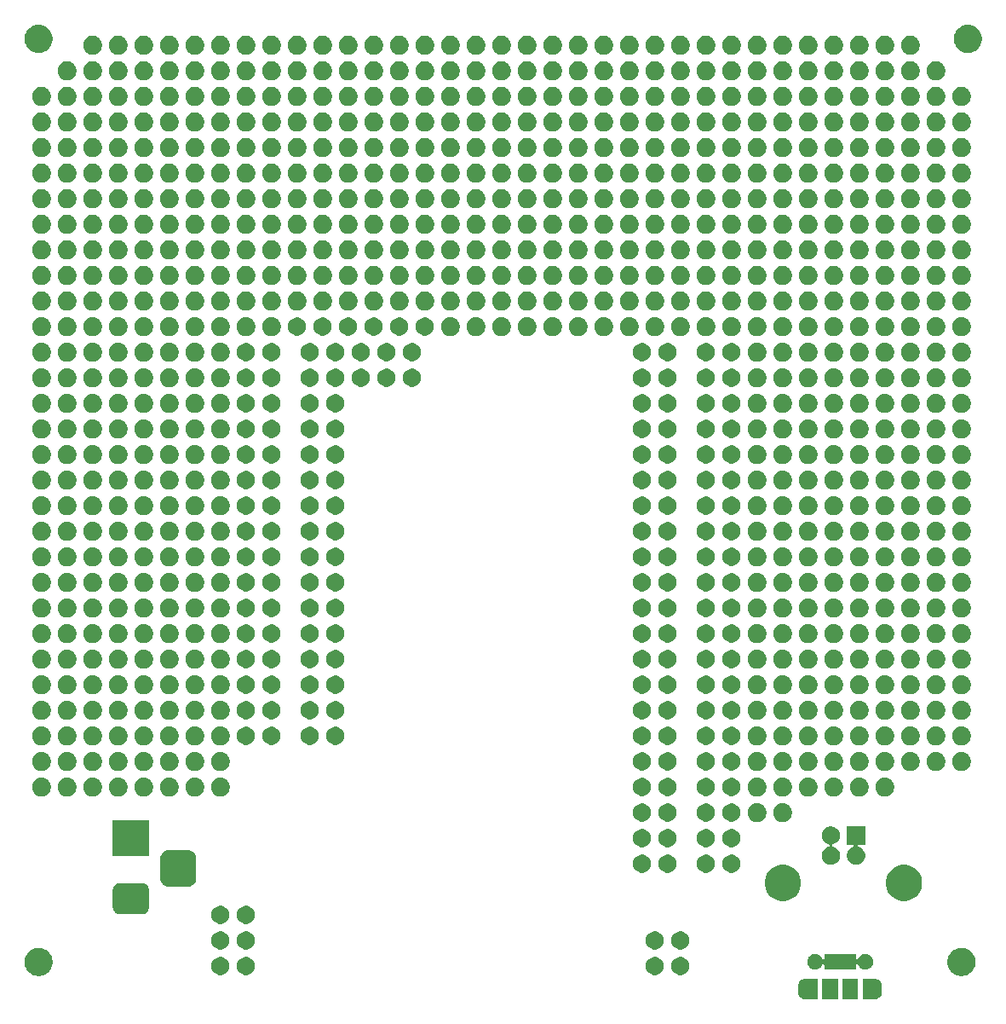
<source format=gbr>
G04 #@! TF.GenerationSoftware,KiCad,Pcbnew,(5.1.5)-3*
G04 #@! TF.CreationDate,2020-05-06T23:50:08+02:00*
G04 #@! TF.ProjectId,mega_pro_atmega2560,6d656761-5f70-4726-9f5f-61746d656761,rev?*
G04 #@! TF.SameCoordinates,Original*
G04 #@! TF.FileFunction,Soldermask,Top*
G04 #@! TF.FilePolarity,Negative*
%FSLAX46Y46*%
G04 Gerber Fmt 4.6, Leading zero omitted, Abs format (unit mm)*
G04 Created by KiCad (PCBNEW (5.1.5)-3) date 2020-05-06 23:50:08*
%MOMM*%
%LPD*%
G04 APERTURE LIST*
%ADD10C,0.100000*%
G04 APERTURE END LIST*
D10*
G36*
X176230862Y-110498398D02*
G01*
X176243114Y-110499000D01*
X177456000Y-110499000D01*
X177456000Y-112501000D01*
X176243114Y-112501000D01*
X176230862Y-112501602D01*
X176205000Y-112504149D01*
X176179138Y-112501602D01*
X176166886Y-112501000D01*
X176093594Y-112501000D01*
X176076836Y-112492043D01*
X176065299Y-112487915D01*
X175980307Y-112462132D01*
X175954664Y-112454354D01*
X175841575Y-112393906D01*
X175742447Y-112312554D01*
X175661094Y-112213424D01*
X175600646Y-112100335D01*
X175590960Y-112068403D01*
X175563420Y-111977617D01*
X175554000Y-111881972D01*
X175554000Y-111118027D01*
X175563420Y-111022382D01*
X175600645Y-110899668D01*
X175661096Y-110786574D01*
X175742447Y-110687446D01*
X175841576Y-110606094D01*
X175954666Y-110545646D01*
X175954669Y-110545645D01*
X176065290Y-110512088D01*
X176087925Y-110502712D01*
X176093481Y-110499000D01*
X176166886Y-110499000D01*
X176179138Y-110498398D01*
X176205000Y-110495851D01*
X176230862Y-110498398D01*
G37*
G36*
X183230862Y-110498398D02*
G01*
X183243114Y-110499000D01*
X183316406Y-110499000D01*
X183333164Y-110507957D01*
X183344707Y-110512087D01*
X183455331Y-110545645D01*
X183455334Y-110545646D01*
X183568424Y-110606094D01*
X183667554Y-110687447D01*
X183748906Y-110786575D01*
X183809354Y-110899664D01*
X183819040Y-110931596D01*
X183846580Y-111022382D01*
X183856000Y-111118027D01*
X183856000Y-111881973D01*
X183846580Y-111977618D01*
X183819040Y-112068404D01*
X183809354Y-112100336D01*
X183748906Y-112213425D01*
X183667554Y-112312554D01*
X183568425Y-112393906D01*
X183455336Y-112454354D01*
X183429693Y-112462132D01*
X183344708Y-112487913D01*
X183322075Y-112497287D01*
X183316518Y-112501000D01*
X183243114Y-112501000D01*
X183230862Y-112501602D01*
X183205000Y-112504149D01*
X183179138Y-112501602D01*
X183166886Y-112501000D01*
X181954000Y-112501000D01*
X181954000Y-110499000D01*
X183166886Y-110499000D01*
X183179138Y-110498398D01*
X183205000Y-110495851D01*
X183230862Y-110498398D01*
G37*
G36*
X179506000Y-112501000D02*
G01*
X177904000Y-112501000D01*
X177904000Y-110499000D01*
X179506000Y-110499000D01*
X179506000Y-112501000D01*
G37*
G36*
X181506000Y-112501000D02*
G01*
X179904000Y-112501000D01*
X179904000Y-110499000D01*
X181506000Y-110499000D01*
X181506000Y-112501000D01*
G37*
G36*
X192088433Y-107454893D02*
G01*
X192178657Y-107472839D01*
X192284267Y-107516585D01*
X192433621Y-107578449D01*
X192509763Y-107629325D01*
X192663086Y-107731772D01*
X192858228Y-107926914D01*
X192923098Y-108024000D01*
X193011551Y-108156379D01*
X193073248Y-108305329D01*
X193117161Y-108411343D01*
X193121845Y-108434890D01*
X193171000Y-108682012D01*
X193171000Y-108957988D01*
X193117161Y-109228656D01*
X193011551Y-109483621D01*
X193011550Y-109483622D01*
X192858228Y-109713086D01*
X192663086Y-109908228D01*
X192509763Y-110010675D01*
X192433621Y-110061551D01*
X192290098Y-110121000D01*
X192178657Y-110167161D01*
X192088433Y-110185107D01*
X191907988Y-110221000D01*
X191632012Y-110221000D01*
X191451567Y-110185107D01*
X191361343Y-110167161D01*
X191249902Y-110121000D01*
X191106379Y-110061551D01*
X191030237Y-110010675D01*
X190876914Y-109908228D01*
X190681772Y-109713086D01*
X190528450Y-109483622D01*
X190528449Y-109483621D01*
X190422839Y-109228656D01*
X190369000Y-108957988D01*
X190369000Y-108682012D01*
X190418155Y-108434890D01*
X190422839Y-108411343D01*
X190466752Y-108305329D01*
X190528449Y-108156379D01*
X190616902Y-108024000D01*
X190681772Y-107926914D01*
X190876914Y-107731772D01*
X191030237Y-107629325D01*
X191106379Y-107578449D01*
X191255733Y-107516585D01*
X191361343Y-107472839D01*
X191451567Y-107454893D01*
X191632012Y-107419000D01*
X191907988Y-107419000D01*
X192088433Y-107454893D01*
G37*
G36*
X100358433Y-107454893D02*
G01*
X100448657Y-107472839D01*
X100554267Y-107516585D01*
X100703621Y-107578449D01*
X100779763Y-107629325D01*
X100933086Y-107731772D01*
X101128228Y-107926914D01*
X101193098Y-108024000D01*
X101281551Y-108156379D01*
X101343248Y-108305329D01*
X101387161Y-108411343D01*
X101391845Y-108434890D01*
X101441000Y-108682012D01*
X101441000Y-108957988D01*
X101387161Y-109228656D01*
X101281551Y-109483621D01*
X101281550Y-109483622D01*
X101128228Y-109713086D01*
X100933086Y-109908228D01*
X100779763Y-110010675D01*
X100703621Y-110061551D01*
X100560098Y-110121000D01*
X100448657Y-110167161D01*
X100358433Y-110185107D01*
X100177988Y-110221000D01*
X99902012Y-110221000D01*
X99721567Y-110185107D01*
X99631343Y-110167161D01*
X99519902Y-110121000D01*
X99376379Y-110061551D01*
X99300237Y-110010675D01*
X99146914Y-109908228D01*
X98951772Y-109713086D01*
X98798450Y-109483622D01*
X98798449Y-109483621D01*
X98692839Y-109228656D01*
X98639000Y-108957988D01*
X98639000Y-108682012D01*
X98688155Y-108434890D01*
X98692839Y-108411343D01*
X98736752Y-108305329D01*
X98798449Y-108156379D01*
X98886902Y-108024000D01*
X98951772Y-107926914D01*
X99146914Y-107731772D01*
X99300237Y-107629325D01*
X99376379Y-107578449D01*
X99525733Y-107516585D01*
X99631343Y-107472839D01*
X99721567Y-107454893D01*
X99902012Y-107419000D01*
X100177988Y-107419000D01*
X100358433Y-107454893D01*
G37*
G36*
X118223512Y-108323927D02*
G01*
X118372812Y-108353624D01*
X118536784Y-108421544D01*
X118684354Y-108520147D01*
X118809853Y-108645646D01*
X118908456Y-108793216D01*
X118976376Y-108957188D01*
X118997060Y-109061177D01*
X119008219Y-109117275D01*
X119011000Y-109131259D01*
X119011000Y-109308741D01*
X118976376Y-109482812D01*
X118908456Y-109646784D01*
X118809853Y-109794354D01*
X118684354Y-109919853D01*
X118536784Y-110018456D01*
X118372812Y-110086376D01*
X118223512Y-110116073D01*
X118198742Y-110121000D01*
X118021258Y-110121000D01*
X117996488Y-110116073D01*
X117847188Y-110086376D01*
X117683216Y-110018456D01*
X117535646Y-109919853D01*
X117410147Y-109794354D01*
X117311544Y-109646784D01*
X117243624Y-109482812D01*
X117209000Y-109308741D01*
X117209000Y-109131259D01*
X117211782Y-109117275D01*
X117222940Y-109061177D01*
X117243624Y-108957188D01*
X117311544Y-108793216D01*
X117410147Y-108645646D01*
X117535646Y-108520147D01*
X117683216Y-108421544D01*
X117847188Y-108353624D01*
X117996488Y-108323927D01*
X118021258Y-108319000D01*
X118198742Y-108319000D01*
X118223512Y-108323927D01*
G37*
G36*
X120763512Y-108323927D02*
G01*
X120912812Y-108353624D01*
X121076784Y-108421544D01*
X121224354Y-108520147D01*
X121349853Y-108645646D01*
X121448456Y-108793216D01*
X121516376Y-108957188D01*
X121537060Y-109061177D01*
X121548219Y-109117275D01*
X121551000Y-109131259D01*
X121551000Y-109308741D01*
X121516376Y-109482812D01*
X121448456Y-109646784D01*
X121349853Y-109794354D01*
X121224354Y-109919853D01*
X121076784Y-110018456D01*
X120912812Y-110086376D01*
X120763512Y-110116073D01*
X120738742Y-110121000D01*
X120561258Y-110121000D01*
X120536488Y-110116073D01*
X120387188Y-110086376D01*
X120223216Y-110018456D01*
X120075646Y-109919853D01*
X119950147Y-109794354D01*
X119851544Y-109646784D01*
X119783624Y-109482812D01*
X119749000Y-109308741D01*
X119749000Y-109131259D01*
X119751782Y-109117275D01*
X119762940Y-109061177D01*
X119783624Y-108957188D01*
X119851544Y-108793216D01*
X119950147Y-108645646D01*
X120075646Y-108520147D01*
X120223216Y-108421544D01*
X120387188Y-108353624D01*
X120536488Y-108323927D01*
X120561258Y-108319000D01*
X120738742Y-108319000D01*
X120763512Y-108323927D01*
G37*
G36*
X163943512Y-108323927D02*
G01*
X164092812Y-108353624D01*
X164256784Y-108421544D01*
X164404354Y-108520147D01*
X164529853Y-108645646D01*
X164628456Y-108793216D01*
X164696376Y-108957188D01*
X164717060Y-109061177D01*
X164728219Y-109117275D01*
X164731000Y-109131259D01*
X164731000Y-109308741D01*
X164696376Y-109482812D01*
X164628456Y-109646784D01*
X164529853Y-109794354D01*
X164404354Y-109919853D01*
X164256784Y-110018456D01*
X164092812Y-110086376D01*
X163943512Y-110116073D01*
X163918742Y-110121000D01*
X163741258Y-110121000D01*
X163716488Y-110116073D01*
X163567188Y-110086376D01*
X163403216Y-110018456D01*
X163255646Y-109919853D01*
X163130147Y-109794354D01*
X163031544Y-109646784D01*
X162963624Y-109482812D01*
X162929000Y-109308741D01*
X162929000Y-109131259D01*
X162931782Y-109117275D01*
X162942940Y-109061177D01*
X162963624Y-108957188D01*
X163031544Y-108793216D01*
X163130147Y-108645646D01*
X163255646Y-108520147D01*
X163403216Y-108421544D01*
X163567188Y-108353624D01*
X163716488Y-108323927D01*
X163741258Y-108319000D01*
X163918742Y-108319000D01*
X163943512Y-108323927D01*
G37*
G36*
X161403512Y-108323927D02*
G01*
X161552812Y-108353624D01*
X161716784Y-108421544D01*
X161864354Y-108520147D01*
X161989853Y-108645646D01*
X162088456Y-108793216D01*
X162156376Y-108957188D01*
X162177060Y-109061177D01*
X162188219Y-109117275D01*
X162191000Y-109131259D01*
X162191000Y-109308741D01*
X162156376Y-109482812D01*
X162088456Y-109646784D01*
X161989853Y-109794354D01*
X161864354Y-109919853D01*
X161716784Y-110018456D01*
X161552812Y-110086376D01*
X161403512Y-110116073D01*
X161378742Y-110121000D01*
X161201258Y-110121000D01*
X161176488Y-110116073D01*
X161027188Y-110086376D01*
X160863216Y-110018456D01*
X160715646Y-109919853D01*
X160590147Y-109794354D01*
X160491544Y-109646784D01*
X160423624Y-109482812D01*
X160389000Y-109308741D01*
X160389000Y-109131259D01*
X160391782Y-109117275D01*
X160402940Y-109061177D01*
X160423624Y-108957188D01*
X160491544Y-108793216D01*
X160590147Y-108645646D01*
X160715646Y-108520147D01*
X160863216Y-108421544D01*
X161027188Y-108353624D01*
X161176488Y-108323927D01*
X161201258Y-108319000D01*
X161378742Y-108319000D01*
X161403512Y-108323927D01*
G37*
G36*
X177431348Y-108053820D02*
G01*
X177431350Y-108053821D01*
X177431351Y-108053821D01*
X177572574Y-108112317D01*
X177572577Y-108112319D01*
X177699669Y-108197239D01*
X177807761Y-108305331D01*
X177816894Y-108319000D01*
X177892683Y-108432426D01*
X177913517Y-108482725D01*
X177925068Y-108504336D01*
X177940614Y-108523278D01*
X177959556Y-108538823D01*
X177981166Y-108550374D01*
X178004615Y-108557487D01*
X178029001Y-108559889D01*
X178053387Y-108557487D01*
X178076836Y-108550374D01*
X178098447Y-108538823D01*
X178117389Y-108523277D01*
X178132934Y-108504335D01*
X178144485Y-108482725D01*
X178151598Y-108459276D01*
X178154000Y-108434890D01*
X178154000Y-108074000D01*
X181256000Y-108074000D01*
X181256000Y-108434890D01*
X181258402Y-108459276D01*
X181265515Y-108482725D01*
X181277066Y-108504336D01*
X181292611Y-108523278D01*
X181311553Y-108538823D01*
X181333164Y-108550374D01*
X181356613Y-108557487D01*
X181380999Y-108559889D01*
X181405385Y-108557487D01*
X181428834Y-108550374D01*
X181450445Y-108538823D01*
X181469387Y-108523278D01*
X181484932Y-108504336D01*
X181496483Y-108482725D01*
X181517317Y-108432426D01*
X181593106Y-108319000D01*
X181602239Y-108305331D01*
X181710331Y-108197239D01*
X181837423Y-108112319D01*
X181837426Y-108112317D01*
X181978649Y-108053821D01*
X181978650Y-108053821D01*
X181978652Y-108053820D01*
X182128569Y-108024000D01*
X182281431Y-108024000D01*
X182431348Y-108053820D01*
X182431350Y-108053821D01*
X182431351Y-108053821D01*
X182572574Y-108112317D01*
X182572577Y-108112319D01*
X182699669Y-108197239D01*
X182807761Y-108305331D01*
X182816894Y-108319000D01*
X182892683Y-108432426D01*
X182945479Y-108559889D01*
X182951180Y-108573652D01*
X182981000Y-108723569D01*
X182981000Y-108876431D01*
X182964778Y-108957986D01*
X182951179Y-109026351D01*
X182892683Y-109167574D01*
X182892682Y-109167575D01*
X182892681Y-109167577D01*
X182807761Y-109294669D01*
X182699669Y-109402761D01*
X182579865Y-109482811D01*
X182572574Y-109487683D01*
X182431351Y-109546179D01*
X182431350Y-109546179D01*
X182431348Y-109546180D01*
X182281431Y-109576000D01*
X182128569Y-109576000D01*
X181978652Y-109546180D01*
X181978650Y-109546179D01*
X181978649Y-109546179D01*
X181837426Y-109487683D01*
X181830135Y-109482811D01*
X181710331Y-109402761D01*
X181602239Y-109294669D01*
X181517318Y-109167575D01*
X181517317Y-109167574D01*
X181496481Y-109117272D01*
X181484932Y-109095664D01*
X181469386Y-109076722D01*
X181450444Y-109061177D01*
X181428834Y-109049626D01*
X181405385Y-109042513D01*
X181380999Y-109040111D01*
X181356613Y-109042513D01*
X181333164Y-109049626D01*
X181311553Y-109061177D01*
X181292611Y-109076723D01*
X181277066Y-109095665D01*
X181265515Y-109117275D01*
X181258402Y-109140724D01*
X181256000Y-109165110D01*
X181256000Y-109526000D01*
X178154000Y-109526000D01*
X178154000Y-109165110D01*
X178151598Y-109140724D01*
X178144485Y-109117275D01*
X178132934Y-109095664D01*
X178117389Y-109076722D01*
X178098447Y-109061177D01*
X178076836Y-109049626D01*
X178053387Y-109042513D01*
X178029001Y-109040111D01*
X178004615Y-109042513D01*
X177981166Y-109049626D01*
X177959555Y-109061177D01*
X177940613Y-109076722D01*
X177925068Y-109095664D01*
X177913519Y-109117272D01*
X177892683Y-109167574D01*
X177892682Y-109167575D01*
X177807761Y-109294669D01*
X177699669Y-109402761D01*
X177579865Y-109482811D01*
X177572574Y-109487683D01*
X177431351Y-109546179D01*
X177431350Y-109546179D01*
X177431348Y-109546180D01*
X177281431Y-109576000D01*
X177128569Y-109576000D01*
X176978652Y-109546180D01*
X176978650Y-109546179D01*
X176978649Y-109546179D01*
X176837426Y-109487683D01*
X176830135Y-109482811D01*
X176710331Y-109402761D01*
X176602239Y-109294669D01*
X176517319Y-109167577D01*
X176517318Y-109167575D01*
X176517317Y-109167574D01*
X176458821Y-109026351D01*
X176445223Y-108957986D01*
X176429000Y-108876431D01*
X176429000Y-108723569D01*
X176458820Y-108573652D01*
X176464521Y-108559889D01*
X176517317Y-108432426D01*
X176593106Y-108319000D01*
X176602239Y-108305331D01*
X176710331Y-108197239D01*
X176837423Y-108112319D01*
X176837426Y-108112317D01*
X176978649Y-108053821D01*
X176978650Y-108053821D01*
X176978652Y-108053820D01*
X177128569Y-108024000D01*
X177281431Y-108024000D01*
X177431348Y-108053820D01*
G37*
G36*
X120763512Y-105783927D02*
G01*
X120912812Y-105813624D01*
X121076784Y-105881544D01*
X121224354Y-105980147D01*
X121349853Y-106105646D01*
X121448456Y-106253216D01*
X121516376Y-106417188D01*
X121551000Y-106591259D01*
X121551000Y-106768741D01*
X121516376Y-106942812D01*
X121448456Y-107106784D01*
X121349853Y-107254354D01*
X121224354Y-107379853D01*
X121076784Y-107478456D01*
X120912812Y-107546376D01*
X120763512Y-107576073D01*
X120738742Y-107581000D01*
X120561258Y-107581000D01*
X120536488Y-107576073D01*
X120387188Y-107546376D01*
X120223216Y-107478456D01*
X120075646Y-107379853D01*
X119950147Y-107254354D01*
X119851544Y-107106784D01*
X119783624Y-106942812D01*
X119749000Y-106768741D01*
X119749000Y-106591259D01*
X119783624Y-106417188D01*
X119851544Y-106253216D01*
X119950147Y-106105646D01*
X120075646Y-105980147D01*
X120223216Y-105881544D01*
X120387188Y-105813624D01*
X120536488Y-105783927D01*
X120561258Y-105779000D01*
X120738742Y-105779000D01*
X120763512Y-105783927D01*
G37*
G36*
X161403512Y-105783927D02*
G01*
X161552812Y-105813624D01*
X161716784Y-105881544D01*
X161864354Y-105980147D01*
X161989853Y-106105646D01*
X162088456Y-106253216D01*
X162156376Y-106417188D01*
X162191000Y-106591259D01*
X162191000Y-106768741D01*
X162156376Y-106942812D01*
X162088456Y-107106784D01*
X161989853Y-107254354D01*
X161864354Y-107379853D01*
X161716784Y-107478456D01*
X161552812Y-107546376D01*
X161403512Y-107576073D01*
X161378742Y-107581000D01*
X161201258Y-107581000D01*
X161176488Y-107576073D01*
X161027188Y-107546376D01*
X160863216Y-107478456D01*
X160715646Y-107379853D01*
X160590147Y-107254354D01*
X160491544Y-107106784D01*
X160423624Y-106942812D01*
X160389000Y-106768741D01*
X160389000Y-106591259D01*
X160423624Y-106417188D01*
X160491544Y-106253216D01*
X160590147Y-106105646D01*
X160715646Y-105980147D01*
X160863216Y-105881544D01*
X161027188Y-105813624D01*
X161176488Y-105783927D01*
X161201258Y-105779000D01*
X161378742Y-105779000D01*
X161403512Y-105783927D01*
G37*
G36*
X118223512Y-105783927D02*
G01*
X118372812Y-105813624D01*
X118536784Y-105881544D01*
X118684354Y-105980147D01*
X118809853Y-106105646D01*
X118908456Y-106253216D01*
X118976376Y-106417188D01*
X119011000Y-106591259D01*
X119011000Y-106768741D01*
X118976376Y-106942812D01*
X118908456Y-107106784D01*
X118809853Y-107254354D01*
X118684354Y-107379853D01*
X118536784Y-107478456D01*
X118372812Y-107546376D01*
X118223512Y-107576073D01*
X118198742Y-107581000D01*
X118021258Y-107581000D01*
X117996488Y-107576073D01*
X117847188Y-107546376D01*
X117683216Y-107478456D01*
X117535646Y-107379853D01*
X117410147Y-107254354D01*
X117311544Y-107106784D01*
X117243624Y-106942812D01*
X117209000Y-106768741D01*
X117209000Y-106591259D01*
X117243624Y-106417188D01*
X117311544Y-106253216D01*
X117410147Y-106105646D01*
X117535646Y-105980147D01*
X117683216Y-105881544D01*
X117847188Y-105813624D01*
X117996488Y-105783927D01*
X118021258Y-105779000D01*
X118198742Y-105779000D01*
X118223512Y-105783927D01*
G37*
G36*
X163943512Y-105783927D02*
G01*
X164092812Y-105813624D01*
X164256784Y-105881544D01*
X164404354Y-105980147D01*
X164529853Y-106105646D01*
X164628456Y-106253216D01*
X164696376Y-106417188D01*
X164731000Y-106591259D01*
X164731000Y-106768741D01*
X164696376Y-106942812D01*
X164628456Y-107106784D01*
X164529853Y-107254354D01*
X164404354Y-107379853D01*
X164256784Y-107478456D01*
X164092812Y-107546376D01*
X163943512Y-107576073D01*
X163918742Y-107581000D01*
X163741258Y-107581000D01*
X163716488Y-107576073D01*
X163567188Y-107546376D01*
X163403216Y-107478456D01*
X163255646Y-107379853D01*
X163130147Y-107254354D01*
X163031544Y-107106784D01*
X162963624Y-106942812D01*
X162929000Y-106768741D01*
X162929000Y-106591259D01*
X162963624Y-106417188D01*
X163031544Y-106253216D01*
X163130147Y-106105646D01*
X163255646Y-105980147D01*
X163403216Y-105881544D01*
X163567188Y-105813624D01*
X163716488Y-105783927D01*
X163741258Y-105779000D01*
X163918742Y-105779000D01*
X163943512Y-105783927D01*
G37*
G36*
X118223512Y-103243927D02*
G01*
X118372812Y-103273624D01*
X118536784Y-103341544D01*
X118684354Y-103440147D01*
X118809853Y-103565646D01*
X118908456Y-103713216D01*
X118976376Y-103877188D01*
X119011000Y-104051259D01*
X119011000Y-104228741D01*
X118976376Y-104402812D01*
X118908456Y-104566784D01*
X118809853Y-104714354D01*
X118684354Y-104839853D01*
X118536784Y-104938456D01*
X118372812Y-105006376D01*
X118223512Y-105036073D01*
X118198742Y-105041000D01*
X118021258Y-105041000D01*
X117996488Y-105036073D01*
X117847188Y-105006376D01*
X117683216Y-104938456D01*
X117535646Y-104839853D01*
X117410147Y-104714354D01*
X117311544Y-104566784D01*
X117243624Y-104402812D01*
X117209000Y-104228741D01*
X117209000Y-104051259D01*
X117243624Y-103877188D01*
X117311544Y-103713216D01*
X117410147Y-103565646D01*
X117535646Y-103440147D01*
X117683216Y-103341544D01*
X117847188Y-103273624D01*
X117996488Y-103243927D01*
X118021258Y-103239000D01*
X118198742Y-103239000D01*
X118223512Y-103243927D01*
G37*
G36*
X120763512Y-103243927D02*
G01*
X120912812Y-103273624D01*
X121076784Y-103341544D01*
X121224354Y-103440147D01*
X121349853Y-103565646D01*
X121448456Y-103713216D01*
X121516376Y-103877188D01*
X121551000Y-104051259D01*
X121551000Y-104228741D01*
X121516376Y-104402812D01*
X121448456Y-104566784D01*
X121349853Y-104714354D01*
X121224354Y-104839853D01*
X121076784Y-104938456D01*
X120912812Y-105006376D01*
X120763512Y-105036073D01*
X120738742Y-105041000D01*
X120561258Y-105041000D01*
X120536488Y-105036073D01*
X120387188Y-105006376D01*
X120223216Y-104938456D01*
X120075646Y-104839853D01*
X119950147Y-104714354D01*
X119851544Y-104566784D01*
X119783624Y-104402812D01*
X119749000Y-104228741D01*
X119749000Y-104051259D01*
X119783624Y-103877188D01*
X119851544Y-103713216D01*
X119950147Y-103565646D01*
X120075646Y-103440147D01*
X120223216Y-103341544D01*
X120387188Y-103273624D01*
X120536488Y-103243927D01*
X120561258Y-103239000D01*
X120738742Y-103239000D01*
X120763512Y-103243927D01*
G37*
G36*
X110446979Y-100983293D02*
G01*
X110580625Y-101023834D01*
X110703784Y-101089664D01*
X110811740Y-101178260D01*
X110900336Y-101286216D01*
X110966166Y-101409375D01*
X111006707Y-101543021D01*
X111021000Y-101688140D01*
X111021000Y-103351860D01*
X111006707Y-103496979D01*
X110966166Y-103630625D01*
X110900336Y-103753784D01*
X110811740Y-103861740D01*
X110703784Y-103950336D01*
X110580625Y-104016166D01*
X110446979Y-104056707D01*
X110301860Y-104071000D01*
X108138140Y-104071000D01*
X107993021Y-104056707D01*
X107859375Y-104016166D01*
X107736216Y-103950336D01*
X107628260Y-103861740D01*
X107539664Y-103753784D01*
X107473834Y-103630625D01*
X107433293Y-103496979D01*
X107419000Y-103351860D01*
X107419000Y-101688140D01*
X107433293Y-101543021D01*
X107473834Y-101409375D01*
X107539664Y-101286216D01*
X107628260Y-101178260D01*
X107736216Y-101089664D01*
X107859375Y-101023834D01*
X107993021Y-100983293D01*
X108138140Y-100969000D01*
X110301860Y-100969000D01*
X110446979Y-100983293D01*
G37*
G36*
X174540331Y-99233211D02*
G01*
X174868092Y-99368974D01*
X175163070Y-99566072D01*
X175413928Y-99816930D01*
X175611026Y-100111908D01*
X175746789Y-100439669D01*
X175816000Y-100787616D01*
X175816000Y-101142384D01*
X175746789Y-101490331D01*
X175611026Y-101818092D01*
X175413928Y-102113070D01*
X175163070Y-102363928D01*
X174868092Y-102561026D01*
X174540331Y-102696789D01*
X174192384Y-102766000D01*
X173837616Y-102766000D01*
X173489669Y-102696789D01*
X173161908Y-102561026D01*
X172866930Y-102363928D01*
X172616072Y-102113070D01*
X172418974Y-101818092D01*
X172283211Y-101490331D01*
X172214000Y-101142384D01*
X172214000Y-100787616D01*
X172283211Y-100439669D01*
X172418974Y-100111908D01*
X172616072Y-99816930D01*
X172866930Y-99566072D01*
X173161908Y-99368974D01*
X173489669Y-99233211D01*
X173837616Y-99164000D01*
X174192384Y-99164000D01*
X174540331Y-99233211D01*
G37*
G36*
X186580331Y-99233211D02*
G01*
X186908092Y-99368974D01*
X187203070Y-99566072D01*
X187453928Y-99816930D01*
X187651026Y-100111908D01*
X187786789Y-100439669D01*
X187856000Y-100787616D01*
X187856000Y-101142384D01*
X187786789Y-101490331D01*
X187651026Y-101818092D01*
X187453928Y-102113070D01*
X187203070Y-102363928D01*
X186908092Y-102561026D01*
X186580331Y-102696789D01*
X186232384Y-102766000D01*
X185877616Y-102766000D01*
X185529669Y-102696789D01*
X185201908Y-102561026D01*
X184906930Y-102363928D01*
X184656072Y-102113070D01*
X184458974Y-101818092D01*
X184323211Y-101490331D01*
X184254000Y-101142384D01*
X184254000Y-100787616D01*
X184323211Y-100439669D01*
X184458974Y-100111908D01*
X184656072Y-99816930D01*
X184906930Y-99566072D01*
X185201908Y-99368974D01*
X185529669Y-99233211D01*
X185877616Y-99164000D01*
X186232384Y-99164000D01*
X186580331Y-99233211D01*
G37*
G36*
X115046366Y-97735695D02*
G01*
X115203460Y-97783349D01*
X115348231Y-97860731D01*
X115475128Y-97964872D01*
X115579269Y-98091769D01*
X115656651Y-98236540D01*
X115704305Y-98393634D01*
X115721000Y-98563140D01*
X115721000Y-100476860D01*
X115704305Y-100646366D01*
X115656651Y-100803460D01*
X115579269Y-100948231D01*
X115475128Y-101075128D01*
X115348231Y-101179269D01*
X115203460Y-101256651D01*
X115046366Y-101304305D01*
X114876860Y-101321000D01*
X112963140Y-101321000D01*
X112793634Y-101304305D01*
X112636540Y-101256651D01*
X112491769Y-101179269D01*
X112364872Y-101075128D01*
X112260731Y-100948231D01*
X112183349Y-100803460D01*
X112135695Y-100646366D01*
X112119000Y-100476860D01*
X112119000Y-98563140D01*
X112135695Y-98393634D01*
X112183349Y-98236540D01*
X112260731Y-98091769D01*
X112364872Y-97964872D01*
X112491769Y-97860731D01*
X112636540Y-97783349D01*
X112793634Y-97735695D01*
X112963140Y-97719000D01*
X114876860Y-97719000D01*
X115046366Y-97735695D01*
G37*
G36*
X162673512Y-98163927D02*
G01*
X162822812Y-98193624D01*
X162986784Y-98261544D01*
X163134354Y-98360147D01*
X163259853Y-98485646D01*
X163358456Y-98633216D01*
X163426376Y-98797188D01*
X163461000Y-98971259D01*
X163461000Y-99148741D01*
X163426376Y-99322812D01*
X163358456Y-99486784D01*
X163259853Y-99634354D01*
X163134354Y-99759853D01*
X162986784Y-99858456D01*
X162822812Y-99926376D01*
X162673512Y-99956073D01*
X162648742Y-99961000D01*
X162471258Y-99961000D01*
X162446488Y-99956073D01*
X162297188Y-99926376D01*
X162133216Y-99858456D01*
X161985646Y-99759853D01*
X161860147Y-99634354D01*
X161761544Y-99486784D01*
X161693624Y-99322812D01*
X161659000Y-99148741D01*
X161659000Y-98971259D01*
X161693624Y-98797188D01*
X161761544Y-98633216D01*
X161860147Y-98485646D01*
X161985646Y-98360147D01*
X162133216Y-98261544D01*
X162297188Y-98193624D01*
X162446488Y-98163927D01*
X162471258Y-98159000D01*
X162648742Y-98159000D01*
X162673512Y-98163927D01*
G37*
G36*
X169023512Y-98163927D02*
G01*
X169172812Y-98193624D01*
X169336784Y-98261544D01*
X169484354Y-98360147D01*
X169609853Y-98485646D01*
X169708456Y-98633216D01*
X169776376Y-98797188D01*
X169811000Y-98971259D01*
X169811000Y-99148741D01*
X169776376Y-99322812D01*
X169708456Y-99486784D01*
X169609853Y-99634354D01*
X169484354Y-99759853D01*
X169336784Y-99858456D01*
X169172812Y-99926376D01*
X169023512Y-99956073D01*
X168998742Y-99961000D01*
X168821258Y-99961000D01*
X168796488Y-99956073D01*
X168647188Y-99926376D01*
X168483216Y-99858456D01*
X168335646Y-99759853D01*
X168210147Y-99634354D01*
X168111544Y-99486784D01*
X168043624Y-99322812D01*
X168009000Y-99148741D01*
X168009000Y-98971259D01*
X168043624Y-98797188D01*
X168111544Y-98633216D01*
X168210147Y-98485646D01*
X168335646Y-98360147D01*
X168483216Y-98261544D01*
X168647188Y-98193624D01*
X168796488Y-98163927D01*
X168821258Y-98159000D01*
X168998742Y-98159000D01*
X169023512Y-98163927D01*
G37*
G36*
X166483512Y-98163927D02*
G01*
X166632812Y-98193624D01*
X166796784Y-98261544D01*
X166944354Y-98360147D01*
X167069853Y-98485646D01*
X167168456Y-98633216D01*
X167236376Y-98797188D01*
X167271000Y-98971259D01*
X167271000Y-99148741D01*
X167236376Y-99322812D01*
X167168456Y-99486784D01*
X167069853Y-99634354D01*
X166944354Y-99759853D01*
X166796784Y-99858456D01*
X166632812Y-99926376D01*
X166483512Y-99956073D01*
X166458742Y-99961000D01*
X166281258Y-99961000D01*
X166256488Y-99956073D01*
X166107188Y-99926376D01*
X165943216Y-99858456D01*
X165795646Y-99759853D01*
X165670147Y-99634354D01*
X165571544Y-99486784D01*
X165503624Y-99322812D01*
X165469000Y-99148741D01*
X165469000Y-98971259D01*
X165503624Y-98797188D01*
X165571544Y-98633216D01*
X165670147Y-98485646D01*
X165795646Y-98360147D01*
X165943216Y-98261544D01*
X166107188Y-98193624D01*
X166256488Y-98163927D01*
X166281258Y-98159000D01*
X166458742Y-98159000D01*
X166483512Y-98163927D01*
G37*
G36*
X160133512Y-98163927D02*
G01*
X160282812Y-98193624D01*
X160446784Y-98261544D01*
X160594354Y-98360147D01*
X160719853Y-98485646D01*
X160818456Y-98633216D01*
X160886376Y-98797188D01*
X160921000Y-98971259D01*
X160921000Y-99148741D01*
X160886376Y-99322812D01*
X160818456Y-99486784D01*
X160719853Y-99634354D01*
X160594354Y-99759853D01*
X160446784Y-99858456D01*
X160282812Y-99926376D01*
X160133512Y-99956073D01*
X160108742Y-99961000D01*
X159931258Y-99961000D01*
X159906488Y-99956073D01*
X159757188Y-99926376D01*
X159593216Y-99858456D01*
X159445646Y-99759853D01*
X159320147Y-99634354D01*
X159221544Y-99486784D01*
X159153624Y-99322812D01*
X159119000Y-99148741D01*
X159119000Y-98971259D01*
X159153624Y-98797188D01*
X159221544Y-98633216D01*
X159320147Y-98485646D01*
X159445646Y-98360147D01*
X159593216Y-98261544D01*
X159757188Y-98193624D01*
X159906488Y-98163927D01*
X159931258Y-98159000D01*
X160108742Y-98159000D01*
X160133512Y-98163927D01*
G37*
G36*
X182186000Y-97156000D02*
G01*
X181614617Y-97156000D01*
X181590231Y-97158402D01*
X181566782Y-97165515D01*
X181545171Y-97177066D01*
X181526229Y-97192611D01*
X181510684Y-97211553D01*
X181499133Y-97233164D01*
X181492020Y-97256613D01*
X181489618Y-97280999D01*
X181492020Y-97305385D01*
X181499133Y-97328834D01*
X181510684Y-97350445D01*
X181526229Y-97369387D01*
X181545171Y-97384932D01*
X181566771Y-97396477D01*
X181711784Y-97456544D01*
X181859354Y-97555147D01*
X181984853Y-97680646D01*
X182083456Y-97828216D01*
X182151376Y-97992188D01*
X182186000Y-98166259D01*
X182186000Y-98343741D01*
X182151376Y-98517812D01*
X182083456Y-98681784D01*
X181984853Y-98829354D01*
X181859354Y-98954853D01*
X181711784Y-99053456D01*
X181547812Y-99121376D01*
X181410235Y-99148741D01*
X181373742Y-99156000D01*
X181196258Y-99156000D01*
X181159765Y-99148741D01*
X181022188Y-99121376D01*
X180858216Y-99053456D01*
X180710646Y-98954853D01*
X180585147Y-98829354D01*
X180486544Y-98681784D01*
X180418624Y-98517812D01*
X180384000Y-98343741D01*
X180384000Y-98166259D01*
X180418624Y-97992188D01*
X180486544Y-97828216D01*
X180585147Y-97680646D01*
X180710646Y-97555147D01*
X180858216Y-97456544D01*
X181003229Y-97396477D01*
X181024829Y-97384932D01*
X181043771Y-97369387D01*
X181059316Y-97350445D01*
X181070867Y-97328834D01*
X181077980Y-97305385D01*
X181080382Y-97280999D01*
X181077980Y-97256613D01*
X181070867Y-97233164D01*
X181059316Y-97211553D01*
X181043771Y-97192611D01*
X181024829Y-97177066D01*
X181003218Y-97165515D01*
X180979769Y-97158402D01*
X180955383Y-97156000D01*
X180384000Y-97156000D01*
X180384000Y-95354000D01*
X182186000Y-95354000D01*
X182186000Y-97156000D01*
G37*
G36*
X178898512Y-95358927D02*
G01*
X179047812Y-95388624D01*
X179211784Y-95456544D01*
X179359354Y-95555147D01*
X179484853Y-95680646D01*
X179583456Y-95828216D01*
X179651376Y-95992188D01*
X179686000Y-96166259D01*
X179686000Y-96343741D01*
X179651376Y-96517812D01*
X179583456Y-96681784D01*
X179484853Y-96829354D01*
X179359354Y-96954853D01*
X179211784Y-97053456D01*
X179047812Y-97121376D01*
X178992362Y-97132405D01*
X178968922Y-97139516D01*
X178947311Y-97151067D01*
X178928369Y-97166613D01*
X178912824Y-97185555D01*
X178901273Y-97207165D01*
X178894160Y-97230614D01*
X178891758Y-97255000D01*
X178894160Y-97279387D01*
X178901273Y-97302835D01*
X178912824Y-97324446D01*
X178928370Y-97343388D01*
X178947312Y-97358933D01*
X178968922Y-97370484D01*
X178992362Y-97377595D01*
X179047812Y-97388624D01*
X179211784Y-97456544D01*
X179359354Y-97555147D01*
X179484853Y-97680646D01*
X179583456Y-97828216D01*
X179651376Y-97992188D01*
X179686000Y-98166259D01*
X179686000Y-98343741D01*
X179651376Y-98517812D01*
X179583456Y-98681784D01*
X179484853Y-98829354D01*
X179359354Y-98954853D01*
X179211784Y-99053456D01*
X179047812Y-99121376D01*
X178910235Y-99148741D01*
X178873742Y-99156000D01*
X178696258Y-99156000D01*
X178659765Y-99148741D01*
X178522188Y-99121376D01*
X178358216Y-99053456D01*
X178210646Y-98954853D01*
X178085147Y-98829354D01*
X177986544Y-98681784D01*
X177918624Y-98517812D01*
X177884000Y-98343741D01*
X177884000Y-98166259D01*
X177918624Y-97992188D01*
X177986544Y-97828216D01*
X178085147Y-97680646D01*
X178210646Y-97555147D01*
X178358216Y-97456544D01*
X178522188Y-97388624D01*
X178577638Y-97377595D01*
X178601078Y-97370484D01*
X178622689Y-97358933D01*
X178641631Y-97343387D01*
X178657176Y-97324445D01*
X178668727Y-97302835D01*
X178675840Y-97279386D01*
X178678242Y-97255000D01*
X178675840Y-97230613D01*
X178668727Y-97207165D01*
X178657176Y-97185554D01*
X178641630Y-97166612D01*
X178622688Y-97151067D01*
X178601078Y-97139516D01*
X178577638Y-97132405D01*
X178522188Y-97121376D01*
X178358216Y-97053456D01*
X178210646Y-96954853D01*
X178085147Y-96829354D01*
X177986544Y-96681784D01*
X177918624Y-96517812D01*
X177884000Y-96343741D01*
X177884000Y-96166259D01*
X177918624Y-95992188D01*
X177986544Y-95828216D01*
X178085147Y-95680646D01*
X178210646Y-95555147D01*
X178358216Y-95456544D01*
X178522188Y-95388624D01*
X178671488Y-95358927D01*
X178696258Y-95354000D01*
X178873742Y-95354000D01*
X178898512Y-95358927D01*
G37*
G36*
X111021000Y-98321000D02*
G01*
X107419000Y-98321000D01*
X107419000Y-94719000D01*
X111021000Y-94719000D01*
X111021000Y-98321000D01*
G37*
G36*
X162673512Y-95623927D02*
G01*
X162822812Y-95653624D01*
X162986784Y-95721544D01*
X163134354Y-95820147D01*
X163259853Y-95945646D01*
X163358456Y-96093216D01*
X163426376Y-96257188D01*
X163461000Y-96431259D01*
X163461000Y-96608741D01*
X163426376Y-96782812D01*
X163358456Y-96946784D01*
X163259853Y-97094354D01*
X163134354Y-97219853D01*
X162986784Y-97318456D01*
X162822812Y-97386376D01*
X162673512Y-97416073D01*
X162648742Y-97421000D01*
X162471258Y-97421000D01*
X162446488Y-97416073D01*
X162297188Y-97386376D01*
X162133216Y-97318456D01*
X161985646Y-97219853D01*
X161860147Y-97094354D01*
X161761544Y-96946784D01*
X161693624Y-96782812D01*
X161659000Y-96608741D01*
X161659000Y-96431259D01*
X161693624Y-96257188D01*
X161761544Y-96093216D01*
X161860147Y-95945646D01*
X161985646Y-95820147D01*
X162133216Y-95721544D01*
X162297188Y-95653624D01*
X162446488Y-95623927D01*
X162471258Y-95619000D01*
X162648742Y-95619000D01*
X162673512Y-95623927D01*
G37*
G36*
X169023512Y-95623927D02*
G01*
X169172812Y-95653624D01*
X169336784Y-95721544D01*
X169484354Y-95820147D01*
X169609853Y-95945646D01*
X169708456Y-96093216D01*
X169776376Y-96257188D01*
X169811000Y-96431259D01*
X169811000Y-96608741D01*
X169776376Y-96782812D01*
X169708456Y-96946784D01*
X169609853Y-97094354D01*
X169484354Y-97219853D01*
X169336784Y-97318456D01*
X169172812Y-97386376D01*
X169023512Y-97416073D01*
X168998742Y-97421000D01*
X168821258Y-97421000D01*
X168796488Y-97416073D01*
X168647188Y-97386376D01*
X168483216Y-97318456D01*
X168335646Y-97219853D01*
X168210147Y-97094354D01*
X168111544Y-96946784D01*
X168043624Y-96782812D01*
X168009000Y-96608741D01*
X168009000Y-96431259D01*
X168043624Y-96257188D01*
X168111544Y-96093216D01*
X168210147Y-95945646D01*
X168335646Y-95820147D01*
X168483216Y-95721544D01*
X168647188Y-95653624D01*
X168796488Y-95623927D01*
X168821258Y-95619000D01*
X168998742Y-95619000D01*
X169023512Y-95623927D01*
G37*
G36*
X166483512Y-95623927D02*
G01*
X166632812Y-95653624D01*
X166796784Y-95721544D01*
X166944354Y-95820147D01*
X167069853Y-95945646D01*
X167168456Y-96093216D01*
X167236376Y-96257188D01*
X167271000Y-96431259D01*
X167271000Y-96608741D01*
X167236376Y-96782812D01*
X167168456Y-96946784D01*
X167069853Y-97094354D01*
X166944354Y-97219853D01*
X166796784Y-97318456D01*
X166632812Y-97386376D01*
X166483512Y-97416073D01*
X166458742Y-97421000D01*
X166281258Y-97421000D01*
X166256488Y-97416073D01*
X166107188Y-97386376D01*
X165943216Y-97318456D01*
X165795646Y-97219853D01*
X165670147Y-97094354D01*
X165571544Y-96946784D01*
X165503624Y-96782812D01*
X165469000Y-96608741D01*
X165469000Y-96431259D01*
X165503624Y-96257188D01*
X165571544Y-96093216D01*
X165670147Y-95945646D01*
X165795646Y-95820147D01*
X165943216Y-95721544D01*
X166107188Y-95653624D01*
X166256488Y-95623927D01*
X166281258Y-95619000D01*
X166458742Y-95619000D01*
X166483512Y-95623927D01*
G37*
G36*
X160133512Y-95623927D02*
G01*
X160282812Y-95653624D01*
X160446784Y-95721544D01*
X160594354Y-95820147D01*
X160719853Y-95945646D01*
X160818456Y-96093216D01*
X160886376Y-96257188D01*
X160921000Y-96431259D01*
X160921000Y-96608741D01*
X160886376Y-96782812D01*
X160818456Y-96946784D01*
X160719853Y-97094354D01*
X160594354Y-97219853D01*
X160446784Y-97318456D01*
X160282812Y-97386376D01*
X160133512Y-97416073D01*
X160108742Y-97421000D01*
X159931258Y-97421000D01*
X159906488Y-97416073D01*
X159757188Y-97386376D01*
X159593216Y-97318456D01*
X159445646Y-97219853D01*
X159320147Y-97094354D01*
X159221544Y-96946784D01*
X159153624Y-96782812D01*
X159119000Y-96608741D01*
X159119000Y-96431259D01*
X159153624Y-96257188D01*
X159221544Y-96093216D01*
X159320147Y-95945646D01*
X159445646Y-95820147D01*
X159593216Y-95721544D01*
X159757188Y-95653624D01*
X159906488Y-95623927D01*
X159931258Y-95619000D01*
X160108742Y-95619000D01*
X160133512Y-95623927D01*
G37*
G36*
X174264187Y-93076123D02*
G01*
X174354724Y-93113625D01*
X174435257Y-93146983D01*
X174486981Y-93181544D01*
X174589214Y-93249854D01*
X174720146Y-93380786D01*
X174823018Y-93534745D01*
X174893877Y-93705813D01*
X174930000Y-93887417D01*
X174930000Y-94072583D01*
X174893877Y-94254187D01*
X174823018Y-94425255D01*
X174736758Y-94554353D01*
X174720145Y-94579215D01*
X174589215Y-94710145D01*
X174435257Y-94813017D01*
X174435256Y-94813018D01*
X174435255Y-94813018D01*
X174264187Y-94883877D01*
X174082583Y-94920000D01*
X173897417Y-94920000D01*
X173715813Y-94883877D01*
X173544745Y-94813018D01*
X173544744Y-94813018D01*
X173544743Y-94813017D01*
X173390785Y-94710145D01*
X173259855Y-94579215D01*
X173243243Y-94554353D01*
X173156982Y-94425255D01*
X173086123Y-94254187D01*
X173050000Y-94072583D01*
X173050000Y-93887417D01*
X173086123Y-93705813D01*
X173156982Y-93534745D01*
X173259854Y-93380786D01*
X173390786Y-93249854D01*
X173493019Y-93181544D01*
X173544743Y-93146983D01*
X173625276Y-93113625D01*
X173715813Y-93076123D01*
X173897417Y-93040000D01*
X174082583Y-93040000D01*
X174264187Y-93076123D01*
G37*
G36*
X171724187Y-93076123D02*
G01*
X171814724Y-93113625D01*
X171895257Y-93146983D01*
X171946981Y-93181544D01*
X172049214Y-93249854D01*
X172180146Y-93380786D01*
X172283018Y-93534745D01*
X172353877Y-93705813D01*
X172390000Y-93887417D01*
X172390000Y-94072583D01*
X172353877Y-94254187D01*
X172283018Y-94425255D01*
X172196758Y-94554353D01*
X172180145Y-94579215D01*
X172049215Y-94710145D01*
X171895257Y-94813017D01*
X171895256Y-94813018D01*
X171895255Y-94813018D01*
X171724187Y-94883877D01*
X171542583Y-94920000D01*
X171357417Y-94920000D01*
X171175813Y-94883877D01*
X171004745Y-94813018D01*
X171004744Y-94813018D01*
X171004743Y-94813017D01*
X170850785Y-94710145D01*
X170719855Y-94579215D01*
X170703243Y-94554353D01*
X170616982Y-94425255D01*
X170546123Y-94254187D01*
X170510000Y-94072583D01*
X170510000Y-93887417D01*
X170546123Y-93705813D01*
X170616982Y-93534745D01*
X170719854Y-93380786D01*
X170850786Y-93249854D01*
X170953019Y-93181544D01*
X171004743Y-93146983D01*
X171085276Y-93113625D01*
X171175813Y-93076123D01*
X171357417Y-93040000D01*
X171542583Y-93040000D01*
X171724187Y-93076123D01*
G37*
G36*
X166483512Y-93083927D02*
G01*
X166632812Y-93113624D01*
X166796784Y-93181544D01*
X166944354Y-93280147D01*
X167069853Y-93405646D01*
X167168456Y-93553216D01*
X167236376Y-93717188D01*
X167271000Y-93891259D01*
X167271000Y-94068741D01*
X167236376Y-94242812D01*
X167168456Y-94406784D01*
X167069853Y-94554354D01*
X166944354Y-94679853D01*
X166796784Y-94778456D01*
X166632812Y-94846376D01*
X166483512Y-94876073D01*
X166458742Y-94881000D01*
X166281258Y-94881000D01*
X166256488Y-94876073D01*
X166107188Y-94846376D01*
X165943216Y-94778456D01*
X165795646Y-94679853D01*
X165670147Y-94554354D01*
X165571544Y-94406784D01*
X165503624Y-94242812D01*
X165469000Y-94068741D01*
X165469000Y-93891259D01*
X165503624Y-93717188D01*
X165571544Y-93553216D01*
X165670147Y-93405646D01*
X165795646Y-93280147D01*
X165943216Y-93181544D01*
X166107188Y-93113624D01*
X166256488Y-93083927D01*
X166281258Y-93079000D01*
X166458742Y-93079000D01*
X166483512Y-93083927D01*
G37*
G36*
X160133512Y-93083927D02*
G01*
X160282812Y-93113624D01*
X160446784Y-93181544D01*
X160594354Y-93280147D01*
X160719853Y-93405646D01*
X160818456Y-93553216D01*
X160886376Y-93717188D01*
X160921000Y-93891259D01*
X160921000Y-94068741D01*
X160886376Y-94242812D01*
X160818456Y-94406784D01*
X160719853Y-94554354D01*
X160594354Y-94679853D01*
X160446784Y-94778456D01*
X160282812Y-94846376D01*
X160133512Y-94876073D01*
X160108742Y-94881000D01*
X159931258Y-94881000D01*
X159906488Y-94876073D01*
X159757188Y-94846376D01*
X159593216Y-94778456D01*
X159445646Y-94679853D01*
X159320147Y-94554354D01*
X159221544Y-94406784D01*
X159153624Y-94242812D01*
X159119000Y-94068741D01*
X159119000Y-93891259D01*
X159153624Y-93717188D01*
X159221544Y-93553216D01*
X159320147Y-93405646D01*
X159445646Y-93280147D01*
X159593216Y-93181544D01*
X159757188Y-93113624D01*
X159906488Y-93083927D01*
X159931258Y-93079000D01*
X160108742Y-93079000D01*
X160133512Y-93083927D01*
G37*
G36*
X162673512Y-93083927D02*
G01*
X162822812Y-93113624D01*
X162986784Y-93181544D01*
X163134354Y-93280147D01*
X163259853Y-93405646D01*
X163358456Y-93553216D01*
X163426376Y-93717188D01*
X163461000Y-93891259D01*
X163461000Y-94068741D01*
X163426376Y-94242812D01*
X163358456Y-94406784D01*
X163259853Y-94554354D01*
X163134354Y-94679853D01*
X162986784Y-94778456D01*
X162822812Y-94846376D01*
X162673512Y-94876073D01*
X162648742Y-94881000D01*
X162471258Y-94881000D01*
X162446488Y-94876073D01*
X162297188Y-94846376D01*
X162133216Y-94778456D01*
X161985646Y-94679853D01*
X161860147Y-94554354D01*
X161761544Y-94406784D01*
X161693624Y-94242812D01*
X161659000Y-94068741D01*
X161659000Y-93891259D01*
X161693624Y-93717188D01*
X161761544Y-93553216D01*
X161860147Y-93405646D01*
X161985646Y-93280147D01*
X162133216Y-93181544D01*
X162297188Y-93113624D01*
X162446488Y-93083927D01*
X162471258Y-93079000D01*
X162648742Y-93079000D01*
X162673512Y-93083927D01*
G37*
G36*
X169023512Y-93083927D02*
G01*
X169172812Y-93113624D01*
X169336784Y-93181544D01*
X169484354Y-93280147D01*
X169609853Y-93405646D01*
X169708456Y-93553216D01*
X169776376Y-93717188D01*
X169811000Y-93891259D01*
X169811000Y-94068741D01*
X169776376Y-94242812D01*
X169708456Y-94406784D01*
X169609853Y-94554354D01*
X169484354Y-94679853D01*
X169336784Y-94778456D01*
X169172812Y-94846376D01*
X169023512Y-94876073D01*
X168998742Y-94881000D01*
X168821258Y-94881000D01*
X168796488Y-94876073D01*
X168647188Y-94846376D01*
X168483216Y-94778456D01*
X168335646Y-94679853D01*
X168210147Y-94554354D01*
X168111544Y-94406784D01*
X168043624Y-94242812D01*
X168009000Y-94068741D01*
X168009000Y-93891259D01*
X168043624Y-93717188D01*
X168111544Y-93553216D01*
X168210147Y-93405646D01*
X168335646Y-93280147D01*
X168483216Y-93181544D01*
X168647188Y-93113624D01*
X168796488Y-93083927D01*
X168821258Y-93079000D01*
X168998742Y-93079000D01*
X169023512Y-93083927D01*
G37*
G36*
X115844187Y-90536123D02*
G01*
X115934724Y-90573625D01*
X116015257Y-90606983D01*
X116066981Y-90641544D01*
X116169214Y-90709854D01*
X116300146Y-90840786D01*
X116403018Y-90994745D01*
X116473877Y-91165813D01*
X116510000Y-91347417D01*
X116510000Y-91532583D01*
X116473877Y-91714187D01*
X116403018Y-91885255D01*
X116316758Y-92014353D01*
X116300145Y-92039215D01*
X116169215Y-92170145D01*
X116015257Y-92273017D01*
X116015256Y-92273018D01*
X116015255Y-92273018D01*
X115844187Y-92343877D01*
X115662583Y-92380000D01*
X115477417Y-92380000D01*
X115295813Y-92343877D01*
X115124745Y-92273018D01*
X115124744Y-92273018D01*
X115124743Y-92273017D01*
X114970785Y-92170145D01*
X114839855Y-92039215D01*
X114823243Y-92014353D01*
X114736982Y-91885255D01*
X114666123Y-91714187D01*
X114630000Y-91532583D01*
X114630000Y-91347417D01*
X114666123Y-91165813D01*
X114736982Y-90994745D01*
X114839854Y-90840786D01*
X114970786Y-90709854D01*
X115073019Y-90641544D01*
X115124743Y-90606983D01*
X115205276Y-90573625D01*
X115295813Y-90536123D01*
X115477417Y-90500000D01*
X115662583Y-90500000D01*
X115844187Y-90536123D01*
G37*
G36*
X171724187Y-90536123D02*
G01*
X171814724Y-90573625D01*
X171895257Y-90606983D01*
X171946981Y-90641544D01*
X172049214Y-90709854D01*
X172180146Y-90840786D01*
X172283018Y-90994745D01*
X172353877Y-91165813D01*
X172390000Y-91347417D01*
X172390000Y-91532583D01*
X172353877Y-91714187D01*
X172283018Y-91885255D01*
X172196758Y-92014353D01*
X172180145Y-92039215D01*
X172049215Y-92170145D01*
X171895257Y-92273017D01*
X171895256Y-92273018D01*
X171895255Y-92273018D01*
X171724187Y-92343877D01*
X171542583Y-92380000D01*
X171357417Y-92380000D01*
X171175813Y-92343877D01*
X171004745Y-92273018D01*
X171004744Y-92273018D01*
X171004743Y-92273017D01*
X170850785Y-92170145D01*
X170719855Y-92039215D01*
X170703243Y-92014353D01*
X170616982Y-91885255D01*
X170546123Y-91714187D01*
X170510000Y-91532583D01*
X170510000Y-91347417D01*
X170546123Y-91165813D01*
X170616982Y-90994745D01*
X170719854Y-90840786D01*
X170850786Y-90709854D01*
X170953019Y-90641544D01*
X171004743Y-90606983D01*
X171085276Y-90573625D01*
X171175813Y-90536123D01*
X171357417Y-90500000D01*
X171542583Y-90500000D01*
X171724187Y-90536123D01*
G37*
G36*
X174264187Y-90536123D02*
G01*
X174354724Y-90573625D01*
X174435257Y-90606983D01*
X174486981Y-90641544D01*
X174589214Y-90709854D01*
X174720146Y-90840786D01*
X174823018Y-90994745D01*
X174893877Y-91165813D01*
X174930000Y-91347417D01*
X174930000Y-91532583D01*
X174893877Y-91714187D01*
X174823018Y-91885255D01*
X174736758Y-92014353D01*
X174720145Y-92039215D01*
X174589215Y-92170145D01*
X174435257Y-92273017D01*
X174435256Y-92273018D01*
X174435255Y-92273018D01*
X174264187Y-92343877D01*
X174082583Y-92380000D01*
X173897417Y-92380000D01*
X173715813Y-92343877D01*
X173544745Y-92273018D01*
X173544744Y-92273018D01*
X173544743Y-92273017D01*
X173390785Y-92170145D01*
X173259855Y-92039215D01*
X173243243Y-92014353D01*
X173156982Y-91885255D01*
X173086123Y-91714187D01*
X173050000Y-91532583D01*
X173050000Y-91347417D01*
X173086123Y-91165813D01*
X173156982Y-90994745D01*
X173259854Y-90840786D01*
X173390786Y-90709854D01*
X173493019Y-90641544D01*
X173544743Y-90606983D01*
X173625276Y-90573625D01*
X173715813Y-90536123D01*
X173897417Y-90500000D01*
X174082583Y-90500000D01*
X174264187Y-90536123D01*
G37*
G36*
X105684187Y-90536123D02*
G01*
X105774724Y-90573625D01*
X105855257Y-90606983D01*
X105906981Y-90641544D01*
X106009214Y-90709854D01*
X106140146Y-90840786D01*
X106243018Y-90994745D01*
X106313877Y-91165813D01*
X106350000Y-91347417D01*
X106350000Y-91532583D01*
X106313877Y-91714187D01*
X106243018Y-91885255D01*
X106156758Y-92014353D01*
X106140145Y-92039215D01*
X106009215Y-92170145D01*
X105855257Y-92273017D01*
X105855256Y-92273018D01*
X105855255Y-92273018D01*
X105684187Y-92343877D01*
X105502583Y-92380000D01*
X105317417Y-92380000D01*
X105135813Y-92343877D01*
X104964745Y-92273018D01*
X104964744Y-92273018D01*
X104964743Y-92273017D01*
X104810785Y-92170145D01*
X104679855Y-92039215D01*
X104663243Y-92014353D01*
X104576982Y-91885255D01*
X104506123Y-91714187D01*
X104470000Y-91532583D01*
X104470000Y-91347417D01*
X104506123Y-91165813D01*
X104576982Y-90994745D01*
X104679854Y-90840786D01*
X104810786Y-90709854D01*
X104913019Y-90641544D01*
X104964743Y-90606983D01*
X105045276Y-90573625D01*
X105135813Y-90536123D01*
X105317417Y-90500000D01*
X105502583Y-90500000D01*
X105684187Y-90536123D01*
G37*
G36*
X103144187Y-90536123D02*
G01*
X103234724Y-90573625D01*
X103315257Y-90606983D01*
X103366981Y-90641544D01*
X103469214Y-90709854D01*
X103600146Y-90840786D01*
X103703018Y-90994745D01*
X103773877Y-91165813D01*
X103810000Y-91347417D01*
X103810000Y-91532583D01*
X103773877Y-91714187D01*
X103703018Y-91885255D01*
X103616758Y-92014353D01*
X103600145Y-92039215D01*
X103469215Y-92170145D01*
X103315257Y-92273017D01*
X103315256Y-92273018D01*
X103315255Y-92273018D01*
X103144187Y-92343877D01*
X102962583Y-92380000D01*
X102777417Y-92380000D01*
X102595813Y-92343877D01*
X102424745Y-92273018D01*
X102424744Y-92273018D01*
X102424743Y-92273017D01*
X102270785Y-92170145D01*
X102139855Y-92039215D01*
X102123243Y-92014353D01*
X102036982Y-91885255D01*
X101966123Y-91714187D01*
X101930000Y-91532583D01*
X101930000Y-91347417D01*
X101966123Y-91165813D01*
X102036982Y-90994745D01*
X102139854Y-90840786D01*
X102270786Y-90709854D01*
X102373019Y-90641544D01*
X102424743Y-90606983D01*
X102505276Y-90573625D01*
X102595813Y-90536123D01*
X102777417Y-90500000D01*
X102962583Y-90500000D01*
X103144187Y-90536123D01*
G37*
G36*
X100604187Y-90536123D02*
G01*
X100694724Y-90573625D01*
X100775257Y-90606983D01*
X100826981Y-90641544D01*
X100929214Y-90709854D01*
X101060146Y-90840786D01*
X101163018Y-90994745D01*
X101233877Y-91165813D01*
X101270000Y-91347417D01*
X101270000Y-91532583D01*
X101233877Y-91714187D01*
X101163018Y-91885255D01*
X101076758Y-92014353D01*
X101060145Y-92039215D01*
X100929215Y-92170145D01*
X100775257Y-92273017D01*
X100775256Y-92273018D01*
X100775255Y-92273018D01*
X100604187Y-92343877D01*
X100422583Y-92380000D01*
X100237417Y-92380000D01*
X100055813Y-92343877D01*
X99884745Y-92273018D01*
X99884744Y-92273018D01*
X99884743Y-92273017D01*
X99730785Y-92170145D01*
X99599855Y-92039215D01*
X99583243Y-92014353D01*
X99496982Y-91885255D01*
X99426123Y-91714187D01*
X99390000Y-91532583D01*
X99390000Y-91347417D01*
X99426123Y-91165813D01*
X99496982Y-90994745D01*
X99599854Y-90840786D01*
X99730786Y-90709854D01*
X99833019Y-90641544D01*
X99884743Y-90606983D01*
X99965276Y-90573625D01*
X100055813Y-90536123D01*
X100237417Y-90500000D01*
X100422583Y-90500000D01*
X100604187Y-90536123D01*
G37*
G36*
X113304187Y-90536123D02*
G01*
X113394724Y-90573625D01*
X113475257Y-90606983D01*
X113526981Y-90641544D01*
X113629214Y-90709854D01*
X113760146Y-90840786D01*
X113863018Y-90994745D01*
X113933877Y-91165813D01*
X113970000Y-91347417D01*
X113970000Y-91532583D01*
X113933877Y-91714187D01*
X113863018Y-91885255D01*
X113776758Y-92014353D01*
X113760145Y-92039215D01*
X113629215Y-92170145D01*
X113475257Y-92273017D01*
X113475256Y-92273018D01*
X113475255Y-92273018D01*
X113304187Y-92343877D01*
X113122583Y-92380000D01*
X112937417Y-92380000D01*
X112755813Y-92343877D01*
X112584745Y-92273018D01*
X112584744Y-92273018D01*
X112584743Y-92273017D01*
X112430785Y-92170145D01*
X112299855Y-92039215D01*
X112283243Y-92014353D01*
X112196982Y-91885255D01*
X112126123Y-91714187D01*
X112090000Y-91532583D01*
X112090000Y-91347417D01*
X112126123Y-91165813D01*
X112196982Y-90994745D01*
X112299854Y-90840786D01*
X112430786Y-90709854D01*
X112533019Y-90641544D01*
X112584743Y-90606983D01*
X112665276Y-90573625D01*
X112755813Y-90536123D01*
X112937417Y-90500000D01*
X113122583Y-90500000D01*
X113304187Y-90536123D01*
G37*
G36*
X179344187Y-90536123D02*
G01*
X179434724Y-90573625D01*
X179515257Y-90606983D01*
X179566981Y-90641544D01*
X179669214Y-90709854D01*
X179800146Y-90840786D01*
X179903018Y-90994745D01*
X179973877Y-91165813D01*
X180010000Y-91347417D01*
X180010000Y-91532583D01*
X179973877Y-91714187D01*
X179903018Y-91885255D01*
X179816758Y-92014353D01*
X179800145Y-92039215D01*
X179669215Y-92170145D01*
X179515257Y-92273017D01*
X179515256Y-92273018D01*
X179515255Y-92273018D01*
X179344187Y-92343877D01*
X179162583Y-92380000D01*
X178977417Y-92380000D01*
X178795813Y-92343877D01*
X178624745Y-92273018D01*
X178624744Y-92273018D01*
X178624743Y-92273017D01*
X178470785Y-92170145D01*
X178339855Y-92039215D01*
X178323243Y-92014353D01*
X178236982Y-91885255D01*
X178166123Y-91714187D01*
X178130000Y-91532583D01*
X178130000Y-91347417D01*
X178166123Y-91165813D01*
X178236982Y-90994745D01*
X178339854Y-90840786D01*
X178470786Y-90709854D01*
X178573019Y-90641544D01*
X178624743Y-90606983D01*
X178705276Y-90573625D01*
X178795813Y-90536123D01*
X178977417Y-90500000D01*
X179162583Y-90500000D01*
X179344187Y-90536123D01*
G37*
G36*
X181884187Y-90536123D02*
G01*
X181974724Y-90573625D01*
X182055257Y-90606983D01*
X182106981Y-90641544D01*
X182209214Y-90709854D01*
X182340146Y-90840786D01*
X182443018Y-90994745D01*
X182513877Y-91165813D01*
X182550000Y-91347417D01*
X182550000Y-91532583D01*
X182513877Y-91714187D01*
X182443018Y-91885255D01*
X182356758Y-92014353D01*
X182340145Y-92039215D01*
X182209215Y-92170145D01*
X182055257Y-92273017D01*
X182055256Y-92273018D01*
X182055255Y-92273018D01*
X181884187Y-92343877D01*
X181702583Y-92380000D01*
X181517417Y-92380000D01*
X181335813Y-92343877D01*
X181164745Y-92273018D01*
X181164744Y-92273018D01*
X181164743Y-92273017D01*
X181010785Y-92170145D01*
X180879855Y-92039215D01*
X180863243Y-92014353D01*
X180776982Y-91885255D01*
X180706123Y-91714187D01*
X180670000Y-91532583D01*
X180670000Y-91347417D01*
X180706123Y-91165813D01*
X180776982Y-90994745D01*
X180879854Y-90840786D01*
X181010786Y-90709854D01*
X181113019Y-90641544D01*
X181164743Y-90606983D01*
X181245276Y-90573625D01*
X181335813Y-90536123D01*
X181517417Y-90500000D01*
X181702583Y-90500000D01*
X181884187Y-90536123D01*
G37*
G36*
X110764187Y-90536123D02*
G01*
X110854724Y-90573625D01*
X110935257Y-90606983D01*
X110986981Y-90641544D01*
X111089214Y-90709854D01*
X111220146Y-90840786D01*
X111323018Y-90994745D01*
X111393877Y-91165813D01*
X111430000Y-91347417D01*
X111430000Y-91532583D01*
X111393877Y-91714187D01*
X111323018Y-91885255D01*
X111236758Y-92014353D01*
X111220145Y-92039215D01*
X111089215Y-92170145D01*
X110935257Y-92273017D01*
X110935256Y-92273018D01*
X110935255Y-92273018D01*
X110764187Y-92343877D01*
X110582583Y-92380000D01*
X110397417Y-92380000D01*
X110215813Y-92343877D01*
X110044745Y-92273018D01*
X110044744Y-92273018D01*
X110044743Y-92273017D01*
X109890785Y-92170145D01*
X109759855Y-92039215D01*
X109743243Y-92014353D01*
X109656982Y-91885255D01*
X109586123Y-91714187D01*
X109550000Y-91532583D01*
X109550000Y-91347417D01*
X109586123Y-91165813D01*
X109656982Y-90994745D01*
X109759854Y-90840786D01*
X109890786Y-90709854D01*
X109993019Y-90641544D01*
X110044743Y-90606983D01*
X110125276Y-90573625D01*
X110215813Y-90536123D01*
X110397417Y-90500000D01*
X110582583Y-90500000D01*
X110764187Y-90536123D01*
G37*
G36*
X184424187Y-90536123D02*
G01*
X184514724Y-90573625D01*
X184595257Y-90606983D01*
X184646981Y-90641544D01*
X184749214Y-90709854D01*
X184880146Y-90840786D01*
X184983018Y-90994745D01*
X185053877Y-91165813D01*
X185090000Y-91347417D01*
X185090000Y-91532583D01*
X185053877Y-91714187D01*
X184983018Y-91885255D01*
X184896758Y-92014353D01*
X184880145Y-92039215D01*
X184749215Y-92170145D01*
X184595257Y-92273017D01*
X184595256Y-92273018D01*
X184595255Y-92273018D01*
X184424187Y-92343877D01*
X184242583Y-92380000D01*
X184057417Y-92380000D01*
X183875813Y-92343877D01*
X183704745Y-92273018D01*
X183704744Y-92273018D01*
X183704743Y-92273017D01*
X183550785Y-92170145D01*
X183419855Y-92039215D01*
X183403243Y-92014353D01*
X183316982Y-91885255D01*
X183246123Y-91714187D01*
X183210000Y-91532583D01*
X183210000Y-91347417D01*
X183246123Y-91165813D01*
X183316982Y-90994745D01*
X183419854Y-90840786D01*
X183550786Y-90709854D01*
X183653019Y-90641544D01*
X183704743Y-90606983D01*
X183785276Y-90573625D01*
X183875813Y-90536123D01*
X184057417Y-90500000D01*
X184242583Y-90500000D01*
X184424187Y-90536123D01*
G37*
G36*
X118384187Y-90536123D02*
G01*
X118474724Y-90573625D01*
X118555257Y-90606983D01*
X118606981Y-90641544D01*
X118709214Y-90709854D01*
X118840146Y-90840786D01*
X118943018Y-90994745D01*
X119013877Y-91165813D01*
X119050000Y-91347417D01*
X119050000Y-91532583D01*
X119013877Y-91714187D01*
X118943018Y-91885255D01*
X118856758Y-92014353D01*
X118840145Y-92039215D01*
X118709215Y-92170145D01*
X118555257Y-92273017D01*
X118555256Y-92273018D01*
X118555255Y-92273018D01*
X118384187Y-92343877D01*
X118202583Y-92380000D01*
X118017417Y-92380000D01*
X117835813Y-92343877D01*
X117664745Y-92273018D01*
X117664744Y-92273018D01*
X117664743Y-92273017D01*
X117510785Y-92170145D01*
X117379855Y-92039215D01*
X117363243Y-92014353D01*
X117276982Y-91885255D01*
X117206123Y-91714187D01*
X117170000Y-91532583D01*
X117170000Y-91347417D01*
X117206123Y-91165813D01*
X117276982Y-90994745D01*
X117379854Y-90840786D01*
X117510786Y-90709854D01*
X117613019Y-90641544D01*
X117664743Y-90606983D01*
X117745276Y-90573625D01*
X117835813Y-90536123D01*
X118017417Y-90500000D01*
X118202583Y-90500000D01*
X118384187Y-90536123D01*
G37*
G36*
X176804187Y-90536123D02*
G01*
X176894724Y-90573625D01*
X176975257Y-90606983D01*
X177026981Y-90641544D01*
X177129214Y-90709854D01*
X177260146Y-90840786D01*
X177363018Y-90994745D01*
X177433877Y-91165813D01*
X177470000Y-91347417D01*
X177470000Y-91532583D01*
X177433877Y-91714187D01*
X177363018Y-91885255D01*
X177276758Y-92014353D01*
X177260145Y-92039215D01*
X177129215Y-92170145D01*
X176975257Y-92273017D01*
X176975256Y-92273018D01*
X176975255Y-92273018D01*
X176804187Y-92343877D01*
X176622583Y-92380000D01*
X176437417Y-92380000D01*
X176255813Y-92343877D01*
X176084745Y-92273018D01*
X176084744Y-92273018D01*
X176084743Y-92273017D01*
X175930785Y-92170145D01*
X175799855Y-92039215D01*
X175783243Y-92014353D01*
X175696982Y-91885255D01*
X175626123Y-91714187D01*
X175590000Y-91532583D01*
X175590000Y-91347417D01*
X175626123Y-91165813D01*
X175696982Y-90994745D01*
X175799854Y-90840786D01*
X175930786Y-90709854D01*
X176033019Y-90641544D01*
X176084743Y-90606983D01*
X176165276Y-90573625D01*
X176255813Y-90536123D01*
X176437417Y-90500000D01*
X176622583Y-90500000D01*
X176804187Y-90536123D01*
G37*
G36*
X108224187Y-90536123D02*
G01*
X108314724Y-90573625D01*
X108395257Y-90606983D01*
X108446981Y-90641544D01*
X108549214Y-90709854D01*
X108680146Y-90840786D01*
X108783018Y-90994745D01*
X108853877Y-91165813D01*
X108890000Y-91347417D01*
X108890000Y-91532583D01*
X108853877Y-91714187D01*
X108783018Y-91885255D01*
X108696758Y-92014353D01*
X108680145Y-92039215D01*
X108549215Y-92170145D01*
X108395257Y-92273017D01*
X108395256Y-92273018D01*
X108395255Y-92273018D01*
X108224187Y-92343877D01*
X108042583Y-92380000D01*
X107857417Y-92380000D01*
X107675813Y-92343877D01*
X107504745Y-92273018D01*
X107504744Y-92273018D01*
X107504743Y-92273017D01*
X107350785Y-92170145D01*
X107219855Y-92039215D01*
X107203243Y-92014353D01*
X107116982Y-91885255D01*
X107046123Y-91714187D01*
X107010000Y-91532583D01*
X107010000Y-91347417D01*
X107046123Y-91165813D01*
X107116982Y-90994745D01*
X107219854Y-90840786D01*
X107350786Y-90709854D01*
X107453019Y-90641544D01*
X107504743Y-90606983D01*
X107585276Y-90573625D01*
X107675813Y-90536123D01*
X107857417Y-90500000D01*
X108042583Y-90500000D01*
X108224187Y-90536123D01*
G37*
G36*
X162673512Y-90543927D02*
G01*
X162822812Y-90573624D01*
X162986784Y-90641544D01*
X163134354Y-90740147D01*
X163259853Y-90865646D01*
X163358456Y-91013216D01*
X163426376Y-91177188D01*
X163461000Y-91351259D01*
X163461000Y-91528741D01*
X163426376Y-91702812D01*
X163358456Y-91866784D01*
X163259853Y-92014354D01*
X163134354Y-92139853D01*
X162986784Y-92238456D01*
X162822812Y-92306376D01*
X162673512Y-92336073D01*
X162648742Y-92341000D01*
X162471258Y-92341000D01*
X162446488Y-92336073D01*
X162297188Y-92306376D01*
X162133216Y-92238456D01*
X161985646Y-92139853D01*
X161860147Y-92014354D01*
X161761544Y-91866784D01*
X161693624Y-91702812D01*
X161659000Y-91528741D01*
X161659000Y-91351259D01*
X161693624Y-91177188D01*
X161761544Y-91013216D01*
X161860147Y-90865646D01*
X161985646Y-90740147D01*
X162133216Y-90641544D01*
X162297188Y-90573624D01*
X162446488Y-90543927D01*
X162471258Y-90539000D01*
X162648742Y-90539000D01*
X162673512Y-90543927D01*
G37*
G36*
X169023512Y-90543927D02*
G01*
X169172812Y-90573624D01*
X169336784Y-90641544D01*
X169484354Y-90740147D01*
X169609853Y-90865646D01*
X169708456Y-91013216D01*
X169776376Y-91177188D01*
X169811000Y-91351259D01*
X169811000Y-91528741D01*
X169776376Y-91702812D01*
X169708456Y-91866784D01*
X169609853Y-92014354D01*
X169484354Y-92139853D01*
X169336784Y-92238456D01*
X169172812Y-92306376D01*
X169023512Y-92336073D01*
X168998742Y-92341000D01*
X168821258Y-92341000D01*
X168796488Y-92336073D01*
X168647188Y-92306376D01*
X168483216Y-92238456D01*
X168335646Y-92139853D01*
X168210147Y-92014354D01*
X168111544Y-91866784D01*
X168043624Y-91702812D01*
X168009000Y-91528741D01*
X168009000Y-91351259D01*
X168043624Y-91177188D01*
X168111544Y-91013216D01*
X168210147Y-90865646D01*
X168335646Y-90740147D01*
X168483216Y-90641544D01*
X168647188Y-90573624D01*
X168796488Y-90543927D01*
X168821258Y-90539000D01*
X168998742Y-90539000D01*
X169023512Y-90543927D01*
G37*
G36*
X166483512Y-90543927D02*
G01*
X166632812Y-90573624D01*
X166796784Y-90641544D01*
X166944354Y-90740147D01*
X167069853Y-90865646D01*
X167168456Y-91013216D01*
X167236376Y-91177188D01*
X167271000Y-91351259D01*
X167271000Y-91528741D01*
X167236376Y-91702812D01*
X167168456Y-91866784D01*
X167069853Y-92014354D01*
X166944354Y-92139853D01*
X166796784Y-92238456D01*
X166632812Y-92306376D01*
X166483512Y-92336073D01*
X166458742Y-92341000D01*
X166281258Y-92341000D01*
X166256488Y-92336073D01*
X166107188Y-92306376D01*
X165943216Y-92238456D01*
X165795646Y-92139853D01*
X165670147Y-92014354D01*
X165571544Y-91866784D01*
X165503624Y-91702812D01*
X165469000Y-91528741D01*
X165469000Y-91351259D01*
X165503624Y-91177188D01*
X165571544Y-91013216D01*
X165670147Y-90865646D01*
X165795646Y-90740147D01*
X165943216Y-90641544D01*
X166107188Y-90573624D01*
X166256488Y-90543927D01*
X166281258Y-90539000D01*
X166458742Y-90539000D01*
X166483512Y-90543927D01*
G37*
G36*
X160133512Y-90543927D02*
G01*
X160282812Y-90573624D01*
X160446784Y-90641544D01*
X160594354Y-90740147D01*
X160719853Y-90865646D01*
X160818456Y-91013216D01*
X160886376Y-91177188D01*
X160921000Y-91351259D01*
X160921000Y-91528741D01*
X160886376Y-91702812D01*
X160818456Y-91866784D01*
X160719853Y-92014354D01*
X160594354Y-92139853D01*
X160446784Y-92238456D01*
X160282812Y-92306376D01*
X160133512Y-92336073D01*
X160108742Y-92341000D01*
X159931258Y-92341000D01*
X159906488Y-92336073D01*
X159757188Y-92306376D01*
X159593216Y-92238456D01*
X159445646Y-92139853D01*
X159320147Y-92014354D01*
X159221544Y-91866784D01*
X159153624Y-91702812D01*
X159119000Y-91528741D01*
X159119000Y-91351259D01*
X159153624Y-91177188D01*
X159221544Y-91013216D01*
X159320147Y-90865646D01*
X159445646Y-90740147D01*
X159593216Y-90641544D01*
X159757188Y-90573624D01*
X159906488Y-90543927D01*
X159931258Y-90539000D01*
X160108742Y-90539000D01*
X160133512Y-90543927D01*
G37*
G36*
X181884187Y-87996123D02*
G01*
X181974724Y-88033625D01*
X182055257Y-88066983D01*
X182106981Y-88101544D01*
X182209214Y-88169854D01*
X182340146Y-88300786D01*
X182443018Y-88454745D01*
X182513877Y-88625813D01*
X182550000Y-88807417D01*
X182550000Y-88992583D01*
X182513877Y-89174187D01*
X182443018Y-89345255D01*
X182356758Y-89474353D01*
X182340145Y-89499215D01*
X182209215Y-89630145D01*
X182055257Y-89733017D01*
X182055256Y-89733018D01*
X182055255Y-89733018D01*
X181884187Y-89803877D01*
X181702583Y-89840000D01*
X181517417Y-89840000D01*
X181335813Y-89803877D01*
X181164745Y-89733018D01*
X181164744Y-89733018D01*
X181164743Y-89733017D01*
X181010785Y-89630145D01*
X180879855Y-89499215D01*
X180863243Y-89474353D01*
X180776982Y-89345255D01*
X180706123Y-89174187D01*
X180670000Y-88992583D01*
X180670000Y-88807417D01*
X180706123Y-88625813D01*
X180776982Y-88454745D01*
X180879854Y-88300786D01*
X181010786Y-88169854D01*
X181113019Y-88101544D01*
X181164743Y-88066983D01*
X181245276Y-88033625D01*
X181335813Y-87996123D01*
X181517417Y-87960000D01*
X181702583Y-87960000D01*
X181884187Y-87996123D01*
G37*
G36*
X171724187Y-87996123D02*
G01*
X171814724Y-88033625D01*
X171895257Y-88066983D01*
X171946981Y-88101544D01*
X172049214Y-88169854D01*
X172180146Y-88300786D01*
X172283018Y-88454745D01*
X172353877Y-88625813D01*
X172390000Y-88807417D01*
X172390000Y-88992583D01*
X172353877Y-89174187D01*
X172283018Y-89345255D01*
X172196758Y-89474353D01*
X172180145Y-89499215D01*
X172049215Y-89630145D01*
X171895257Y-89733017D01*
X171895256Y-89733018D01*
X171895255Y-89733018D01*
X171724187Y-89803877D01*
X171542583Y-89840000D01*
X171357417Y-89840000D01*
X171175813Y-89803877D01*
X171004745Y-89733018D01*
X171004744Y-89733018D01*
X171004743Y-89733017D01*
X170850785Y-89630145D01*
X170719855Y-89499215D01*
X170703243Y-89474353D01*
X170616982Y-89345255D01*
X170546123Y-89174187D01*
X170510000Y-88992583D01*
X170510000Y-88807417D01*
X170546123Y-88625813D01*
X170616982Y-88454745D01*
X170719854Y-88300786D01*
X170850786Y-88169854D01*
X170953019Y-88101544D01*
X171004743Y-88066983D01*
X171085276Y-88033625D01*
X171175813Y-87996123D01*
X171357417Y-87960000D01*
X171542583Y-87960000D01*
X171724187Y-87996123D01*
G37*
G36*
X174264187Y-87996123D02*
G01*
X174354724Y-88033625D01*
X174435257Y-88066983D01*
X174486981Y-88101544D01*
X174589214Y-88169854D01*
X174720146Y-88300786D01*
X174823018Y-88454745D01*
X174893877Y-88625813D01*
X174930000Y-88807417D01*
X174930000Y-88992583D01*
X174893877Y-89174187D01*
X174823018Y-89345255D01*
X174736758Y-89474353D01*
X174720145Y-89499215D01*
X174589215Y-89630145D01*
X174435257Y-89733017D01*
X174435256Y-89733018D01*
X174435255Y-89733018D01*
X174264187Y-89803877D01*
X174082583Y-89840000D01*
X173897417Y-89840000D01*
X173715813Y-89803877D01*
X173544745Y-89733018D01*
X173544744Y-89733018D01*
X173544743Y-89733017D01*
X173390785Y-89630145D01*
X173259855Y-89499215D01*
X173243243Y-89474353D01*
X173156982Y-89345255D01*
X173086123Y-89174187D01*
X173050000Y-88992583D01*
X173050000Y-88807417D01*
X173086123Y-88625813D01*
X173156982Y-88454745D01*
X173259854Y-88300786D01*
X173390786Y-88169854D01*
X173493019Y-88101544D01*
X173544743Y-88066983D01*
X173625276Y-88033625D01*
X173715813Y-87996123D01*
X173897417Y-87960000D01*
X174082583Y-87960000D01*
X174264187Y-87996123D01*
G37*
G36*
X184424187Y-87996123D02*
G01*
X184514724Y-88033625D01*
X184595257Y-88066983D01*
X184646981Y-88101544D01*
X184749214Y-88169854D01*
X184880146Y-88300786D01*
X184983018Y-88454745D01*
X185053877Y-88625813D01*
X185090000Y-88807417D01*
X185090000Y-88992583D01*
X185053877Y-89174187D01*
X184983018Y-89345255D01*
X184896758Y-89474353D01*
X184880145Y-89499215D01*
X184749215Y-89630145D01*
X184595257Y-89733017D01*
X184595256Y-89733018D01*
X184595255Y-89733018D01*
X184424187Y-89803877D01*
X184242583Y-89840000D01*
X184057417Y-89840000D01*
X183875813Y-89803877D01*
X183704745Y-89733018D01*
X183704744Y-89733018D01*
X183704743Y-89733017D01*
X183550785Y-89630145D01*
X183419855Y-89499215D01*
X183403243Y-89474353D01*
X183316982Y-89345255D01*
X183246123Y-89174187D01*
X183210000Y-88992583D01*
X183210000Y-88807417D01*
X183246123Y-88625813D01*
X183316982Y-88454745D01*
X183419854Y-88300786D01*
X183550786Y-88169854D01*
X183653019Y-88101544D01*
X183704743Y-88066983D01*
X183785276Y-88033625D01*
X183875813Y-87996123D01*
X184057417Y-87960000D01*
X184242583Y-87960000D01*
X184424187Y-87996123D01*
G37*
G36*
X108224187Y-87996123D02*
G01*
X108314724Y-88033625D01*
X108395257Y-88066983D01*
X108446981Y-88101544D01*
X108549214Y-88169854D01*
X108680146Y-88300786D01*
X108783018Y-88454745D01*
X108853877Y-88625813D01*
X108890000Y-88807417D01*
X108890000Y-88992583D01*
X108853877Y-89174187D01*
X108783018Y-89345255D01*
X108696758Y-89474353D01*
X108680145Y-89499215D01*
X108549215Y-89630145D01*
X108395257Y-89733017D01*
X108395256Y-89733018D01*
X108395255Y-89733018D01*
X108224187Y-89803877D01*
X108042583Y-89840000D01*
X107857417Y-89840000D01*
X107675813Y-89803877D01*
X107504745Y-89733018D01*
X107504744Y-89733018D01*
X107504743Y-89733017D01*
X107350785Y-89630145D01*
X107219855Y-89499215D01*
X107203243Y-89474353D01*
X107116982Y-89345255D01*
X107046123Y-89174187D01*
X107010000Y-88992583D01*
X107010000Y-88807417D01*
X107046123Y-88625813D01*
X107116982Y-88454745D01*
X107219854Y-88300786D01*
X107350786Y-88169854D01*
X107453019Y-88101544D01*
X107504743Y-88066983D01*
X107585276Y-88033625D01*
X107675813Y-87996123D01*
X107857417Y-87960000D01*
X108042583Y-87960000D01*
X108224187Y-87996123D01*
G37*
G36*
X110764187Y-87996123D02*
G01*
X110854724Y-88033625D01*
X110935257Y-88066983D01*
X110986981Y-88101544D01*
X111089214Y-88169854D01*
X111220146Y-88300786D01*
X111323018Y-88454745D01*
X111393877Y-88625813D01*
X111430000Y-88807417D01*
X111430000Y-88992583D01*
X111393877Y-89174187D01*
X111323018Y-89345255D01*
X111236758Y-89474353D01*
X111220145Y-89499215D01*
X111089215Y-89630145D01*
X110935257Y-89733017D01*
X110935256Y-89733018D01*
X110935255Y-89733018D01*
X110764187Y-89803877D01*
X110582583Y-89840000D01*
X110397417Y-89840000D01*
X110215813Y-89803877D01*
X110044745Y-89733018D01*
X110044744Y-89733018D01*
X110044743Y-89733017D01*
X109890785Y-89630145D01*
X109759855Y-89499215D01*
X109743243Y-89474353D01*
X109656982Y-89345255D01*
X109586123Y-89174187D01*
X109550000Y-88992583D01*
X109550000Y-88807417D01*
X109586123Y-88625813D01*
X109656982Y-88454745D01*
X109759854Y-88300786D01*
X109890786Y-88169854D01*
X109993019Y-88101544D01*
X110044743Y-88066983D01*
X110125276Y-88033625D01*
X110215813Y-87996123D01*
X110397417Y-87960000D01*
X110582583Y-87960000D01*
X110764187Y-87996123D01*
G37*
G36*
X186964187Y-87996123D02*
G01*
X187054724Y-88033625D01*
X187135257Y-88066983D01*
X187186981Y-88101544D01*
X187289214Y-88169854D01*
X187420146Y-88300786D01*
X187523018Y-88454745D01*
X187593877Y-88625813D01*
X187630000Y-88807417D01*
X187630000Y-88992583D01*
X187593877Y-89174187D01*
X187523018Y-89345255D01*
X187436758Y-89474353D01*
X187420145Y-89499215D01*
X187289215Y-89630145D01*
X187135257Y-89733017D01*
X187135256Y-89733018D01*
X187135255Y-89733018D01*
X186964187Y-89803877D01*
X186782583Y-89840000D01*
X186597417Y-89840000D01*
X186415813Y-89803877D01*
X186244745Y-89733018D01*
X186244744Y-89733018D01*
X186244743Y-89733017D01*
X186090785Y-89630145D01*
X185959855Y-89499215D01*
X185943243Y-89474353D01*
X185856982Y-89345255D01*
X185786123Y-89174187D01*
X185750000Y-88992583D01*
X185750000Y-88807417D01*
X185786123Y-88625813D01*
X185856982Y-88454745D01*
X185959854Y-88300786D01*
X186090786Y-88169854D01*
X186193019Y-88101544D01*
X186244743Y-88066983D01*
X186325276Y-88033625D01*
X186415813Y-87996123D01*
X186597417Y-87960000D01*
X186782583Y-87960000D01*
X186964187Y-87996123D01*
G37*
G36*
X189504187Y-87996123D02*
G01*
X189594724Y-88033625D01*
X189675257Y-88066983D01*
X189726981Y-88101544D01*
X189829214Y-88169854D01*
X189960146Y-88300786D01*
X190063018Y-88454745D01*
X190133877Y-88625813D01*
X190170000Y-88807417D01*
X190170000Y-88992583D01*
X190133877Y-89174187D01*
X190063018Y-89345255D01*
X189976758Y-89474353D01*
X189960145Y-89499215D01*
X189829215Y-89630145D01*
X189675257Y-89733017D01*
X189675256Y-89733018D01*
X189675255Y-89733018D01*
X189504187Y-89803877D01*
X189322583Y-89840000D01*
X189137417Y-89840000D01*
X188955813Y-89803877D01*
X188784745Y-89733018D01*
X188784744Y-89733018D01*
X188784743Y-89733017D01*
X188630785Y-89630145D01*
X188499855Y-89499215D01*
X188483243Y-89474353D01*
X188396982Y-89345255D01*
X188326123Y-89174187D01*
X188290000Y-88992583D01*
X188290000Y-88807417D01*
X188326123Y-88625813D01*
X188396982Y-88454745D01*
X188499854Y-88300786D01*
X188630786Y-88169854D01*
X188733019Y-88101544D01*
X188784743Y-88066983D01*
X188865276Y-88033625D01*
X188955813Y-87996123D01*
X189137417Y-87960000D01*
X189322583Y-87960000D01*
X189504187Y-87996123D01*
G37*
G36*
X105684187Y-87996123D02*
G01*
X105774724Y-88033625D01*
X105855257Y-88066983D01*
X105906981Y-88101544D01*
X106009214Y-88169854D01*
X106140146Y-88300786D01*
X106243018Y-88454745D01*
X106313877Y-88625813D01*
X106350000Y-88807417D01*
X106350000Y-88992583D01*
X106313877Y-89174187D01*
X106243018Y-89345255D01*
X106156758Y-89474353D01*
X106140145Y-89499215D01*
X106009215Y-89630145D01*
X105855257Y-89733017D01*
X105855256Y-89733018D01*
X105855255Y-89733018D01*
X105684187Y-89803877D01*
X105502583Y-89840000D01*
X105317417Y-89840000D01*
X105135813Y-89803877D01*
X104964745Y-89733018D01*
X104964744Y-89733018D01*
X104964743Y-89733017D01*
X104810785Y-89630145D01*
X104679855Y-89499215D01*
X104663243Y-89474353D01*
X104576982Y-89345255D01*
X104506123Y-89174187D01*
X104470000Y-88992583D01*
X104470000Y-88807417D01*
X104506123Y-88625813D01*
X104576982Y-88454745D01*
X104679854Y-88300786D01*
X104810786Y-88169854D01*
X104913019Y-88101544D01*
X104964743Y-88066983D01*
X105045276Y-88033625D01*
X105135813Y-87996123D01*
X105317417Y-87960000D01*
X105502583Y-87960000D01*
X105684187Y-87996123D01*
G37*
G36*
X192044187Y-87996123D02*
G01*
X192134724Y-88033625D01*
X192215257Y-88066983D01*
X192266981Y-88101544D01*
X192369214Y-88169854D01*
X192500146Y-88300786D01*
X192603018Y-88454745D01*
X192673877Y-88625813D01*
X192710000Y-88807417D01*
X192710000Y-88992583D01*
X192673877Y-89174187D01*
X192603018Y-89345255D01*
X192516758Y-89474353D01*
X192500145Y-89499215D01*
X192369215Y-89630145D01*
X192215257Y-89733017D01*
X192215256Y-89733018D01*
X192215255Y-89733018D01*
X192044187Y-89803877D01*
X191862583Y-89840000D01*
X191677417Y-89840000D01*
X191495813Y-89803877D01*
X191324745Y-89733018D01*
X191324744Y-89733018D01*
X191324743Y-89733017D01*
X191170785Y-89630145D01*
X191039855Y-89499215D01*
X191023243Y-89474353D01*
X190936982Y-89345255D01*
X190866123Y-89174187D01*
X190830000Y-88992583D01*
X190830000Y-88807417D01*
X190866123Y-88625813D01*
X190936982Y-88454745D01*
X191039854Y-88300786D01*
X191170786Y-88169854D01*
X191273019Y-88101544D01*
X191324743Y-88066983D01*
X191405276Y-88033625D01*
X191495813Y-87996123D01*
X191677417Y-87960000D01*
X191862583Y-87960000D01*
X192044187Y-87996123D01*
G37*
G36*
X179344187Y-87996123D02*
G01*
X179434724Y-88033625D01*
X179515257Y-88066983D01*
X179566981Y-88101544D01*
X179669214Y-88169854D01*
X179800146Y-88300786D01*
X179903018Y-88454745D01*
X179973877Y-88625813D01*
X180010000Y-88807417D01*
X180010000Y-88992583D01*
X179973877Y-89174187D01*
X179903018Y-89345255D01*
X179816758Y-89474353D01*
X179800145Y-89499215D01*
X179669215Y-89630145D01*
X179515257Y-89733017D01*
X179515256Y-89733018D01*
X179515255Y-89733018D01*
X179344187Y-89803877D01*
X179162583Y-89840000D01*
X178977417Y-89840000D01*
X178795813Y-89803877D01*
X178624745Y-89733018D01*
X178624744Y-89733018D01*
X178624743Y-89733017D01*
X178470785Y-89630145D01*
X178339855Y-89499215D01*
X178323243Y-89474353D01*
X178236982Y-89345255D01*
X178166123Y-89174187D01*
X178130000Y-88992583D01*
X178130000Y-88807417D01*
X178166123Y-88625813D01*
X178236982Y-88454745D01*
X178339854Y-88300786D01*
X178470786Y-88169854D01*
X178573019Y-88101544D01*
X178624743Y-88066983D01*
X178705276Y-88033625D01*
X178795813Y-87996123D01*
X178977417Y-87960000D01*
X179162583Y-87960000D01*
X179344187Y-87996123D01*
G37*
G36*
X176804187Y-87996123D02*
G01*
X176894724Y-88033625D01*
X176975257Y-88066983D01*
X177026981Y-88101544D01*
X177129214Y-88169854D01*
X177260146Y-88300786D01*
X177363018Y-88454745D01*
X177433877Y-88625813D01*
X177470000Y-88807417D01*
X177470000Y-88992583D01*
X177433877Y-89174187D01*
X177363018Y-89345255D01*
X177276758Y-89474353D01*
X177260145Y-89499215D01*
X177129215Y-89630145D01*
X176975257Y-89733017D01*
X176975256Y-89733018D01*
X176975255Y-89733018D01*
X176804187Y-89803877D01*
X176622583Y-89840000D01*
X176437417Y-89840000D01*
X176255813Y-89803877D01*
X176084745Y-89733018D01*
X176084744Y-89733018D01*
X176084743Y-89733017D01*
X175930785Y-89630145D01*
X175799855Y-89499215D01*
X175783243Y-89474353D01*
X175696982Y-89345255D01*
X175626123Y-89174187D01*
X175590000Y-88992583D01*
X175590000Y-88807417D01*
X175626123Y-88625813D01*
X175696982Y-88454745D01*
X175799854Y-88300786D01*
X175930786Y-88169854D01*
X176033019Y-88101544D01*
X176084743Y-88066983D01*
X176165276Y-88033625D01*
X176255813Y-87996123D01*
X176437417Y-87960000D01*
X176622583Y-87960000D01*
X176804187Y-87996123D01*
G37*
G36*
X113304187Y-87996123D02*
G01*
X113394724Y-88033625D01*
X113475257Y-88066983D01*
X113526981Y-88101544D01*
X113629214Y-88169854D01*
X113760146Y-88300786D01*
X113863018Y-88454745D01*
X113933877Y-88625813D01*
X113970000Y-88807417D01*
X113970000Y-88992583D01*
X113933877Y-89174187D01*
X113863018Y-89345255D01*
X113776758Y-89474353D01*
X113760145Y-89499215D01*
X113629215Y-89630145D01*
X113475257Y-89733017D01*
X113475256Y-89733018D01*
X113475255Y-89733018D01*
X113304187Y-89803877D01*
X113122583Y-89840000D01*
X112937417Y-89840000D01*
X112755813Y-89803877D01*
X112584745Y-89733018D01*
X112584744Y-89733018D01*
X112584743Y-89733017D01*
X112430785Y-89630145D01*
X112299855Y-89499215D01*
X112283243Y-89474353D01*
X112196982Y-89345255D01*
X112126123Y-89174187D01*
X112090000Y-88992583D01*
X112090000Y-88807417D01*
X112126123Y-88625813D01*
X112196982Y-88454745D01*
X112299854Y-88300786D01*
X112430786Y-88169854D01*
X112533019Y-88101544D01*
X112584743Y-88066983D01*
X112665276Y-88033625D01*
X112755813Y-87996123D01*
X112937417Y-87960000D01*
X113122583Y-87960000D01*
X113304187Y-87996123D01*
G37*
G36*
X103144187Y-87996123D02*
G01*
X103234724Y-88033625D01*
X103315257Y-88066983D01*
X103366981Y-88101544D01*
X103469214Y-88169854D01*
X103600146Y-88300786D01*
X103703018Y-88454745D01*
X103773877Y-88625813D01*
X103810000Y-88807417D01*
X103810000Y-88992583D01*
X103773877Y-89174187D01*
X103703018Y-89345255D01*
X103616758Y-89474353D01*
X103600145Y-89499215D01*
X103469215Y-89630145D01*
X103315257Y-89733017D01*
X103315256Y-89733018D01*
X103315255Y-89733018D01*
X103144187Y-89803877D01*
X102962583Y-89840000D01*
X102777417Y-89840000D01*
X102595813Y-89803877D01*
X102424745Y-89733018D01*
X102424744Y-89733018D01*
X102424743Y-89733017D01*
X102270785Y-89630145D01*
X102139855Y-89499215D01*
X102123243Y-89474353D01*
X102036982Y-89345255D01*
X101966123Y-89174187D01*
X101930000Y-88992583D01*
X101930000Y-88807417D01*
X101966123Y-88625813D01*
X102036982Y-88454745D01*
X102139854Y-88300786D01*
X102270786Y-88169854D01*
X102373019Y-88101544D01*
X102424743Y-88066983D01*
X102505276Y-88033625D01*
X102595813Y-87996123D01*
X102777417Y-87960000D01*
X102962583Y-87960000D01*
X103144187Y-87996123D01*
G37*
G36*
X115844187Y-87996123D02*
G01*
X115934724Y-88033625D01*
X116015257Y-88066983D01*
X116066981Y-88101544D01*
X116169214Y-88169854D01*
X116300146Y-88300786D01*
X116403018Y-88454745D01*
X116473877Y-88625813D01*
X116510000Y-88807417D01*
X116510000Y-88992583D01*
X116473877Y-89174187D01*
X116403018Y-89345255D01*
X116316758Y-89474353D01*
X116300145Y-89499215D01*
X116169215Y-89630145D01*
X116015257Y-89733017D01*
X116015256Y-89733018D01*
X116015255Y-89733018D01*
X115844187Y-89803877D01*
X115662583Y-89840000D01*
X115477417Y-89840000D01*
X115295813Y-89803877D01*
X115124745Y-89733018D01*
X115124744Y-89733018D01*
X115124743Y-89733017D01*
X114970785Y-89630145D01*
X114839855Y-89499215D01*
X114823243Y-89474353D01*
X114736982Y-89345255D01*
X114666123Y-89174187D01*
X114630000Y-88992583D01*
X114630000Y-88807417D01*
X114666123Y-88625813D01*
X114736982Y-88454745D01*
X114839854Y-88300786D01*
X114970786Y-88169854D01*
X115073019Y-88101544D01*
X115124743Y-88066983D01*
X115205276Y-88033625D01*
X115295813Y-87996123D01*
X115477417Y-87960000D01*
X115662583Y-87960000D01*
X115844187Y-87996123D01*
G37*
G36*
X118384187Y-87996123D02*
G01*
X118474724Y-88033625D01*
X118555257Y-88066983D01*
X118606981Y-88101544D01*
X118709214Y-88169854D01*
X118840146Y-88300786D01*
X118943018Y-88454745D01*
X119013877Y-88625813D01*
X119050000Y-88807417D01*
X119050000Y-88992583D01*
X119013877Y-89174187D01*
X118943018Y-89345255D01*
X118856758Y-89474353D01*
X118840145Y-89499215D01*
X118709215Y-89630145D01*
X118555257Y-89733017D01*
X118555256Y-89733018D01*
X118555255Y-89733018D01*
X118384187Y-89803877D01*
X118202583Y-89840000D01*
X118017417Y-89840000D01*
X117835813Y-89803877D01*
X117664745Y-89733018D01*
X117664744Y-89733018D01*
X117664743Y-89733017D01*
X117510785Y-89630145D01*
X117379855Y-89499215D01*
X117363243Y-89474353D01*
X117276982Y-89345255D01*
X117206123Y-89174187D01*
X117170000Y-88992583D01*
X117170000Y-88807417D01*
X117206123Y-88625813D01*
X117276982Y-88454745D01*
X117379854Y-88300786D01*
X117510786Y-88169854D01*
X117613019Y-88101544D01*
X117664743Y-88066983D01*
X117745276Y-88033625D01*
X117835813Y-87996123D01*
X118017417Y-87960000D01*
X118202583Y-87960000D01*
X118384187Y-87996123D01*
G37*
G36*
X100604187Y-87996123D02*
G01*
X100694724Y-88033625D01*
X100775257Y-88066983D01*
X100826981Y-88101544D01*
X100929214Y-88169854D01*
X101060146Y-88300786D01*
X101163018Y-88454745D01*
X101233877Y-88625813D01*
X101270000Y-88807417D01*
X101270000Y-88992583D01*
X101233877Y-89174187D01*
X101163018Y-89345255D01*
X101076758Y-89474353D01*
X101060145Y-89499215D01*
X100929215Y-89630145D01*
X100775257Y-89733017D01*
X100775256Y-89733018D01*
X100775255Y-89733018D01*
X100604187Y-89803877D01*
X100422583Y-89840000D01*
X100237417Y-89840000D01*
X100055813Y-89803877D01*
X99884745Y-89733018D01*
X99884744Y-89733018D01*
X99884743Y-89733017D01*
X99730785Y-89630145D01*
X99599855Y-89499215D01*
X99583243Y-89474353D01*
X99496982Y-89345255D01*
X99426123Y-89174187D01*
X99390000Y-88992583D01*
X99390000Y-88807417D01*
X99426123Y-88625813D01*
X99496982Y-88454745D01*
X99599854Y-88300786D01*
X99730786Y-88169854D01*
X99833019Y-88101544D01*
X99884743Y-88066983D01*
X99965276Y-88033625D01*
X100055813Y-87996123D01*
X100237417Y-87960000D01*
X100422583Y-87960000D01*
X100604187Y-87996123D01*
G37*
G36*
X166483512Y-88003927D02*
G01*
X166632812Y-88033624D01*
X166796784Y-88101544D01*
X166944354Y-88200147D01*
X167069853Y-88325646D01*
X167168456Y-88473216D01*
X167236376Y-88637188D01*
X167271000Y-88811259D01*
X167271000Y-88988741D01*
X167236376Y-89162812D01*
X167168456Y-89326784D01*
X167069853Y-89474354D01*
X166944354Y-89599853D01*
X166796784Y-89698456D01*
X166632812Y-89766376D01*
X166483512Y-89796073D01*
X166458742Y-89801000D01*
X166281258Y-89801000D01*
X166256488Y-89796073D01*
X166107188Y-89766376D01*
X165943216Y-89698456D01*
X165795646Y-89599853D01*
X165670147Y-89474354D01*
X165571544Y-89326784D01*
X165503624Y-89162812D01*
X165469000Y-88988741D01*
X165469000Y-88811259D01*
X165503624Y-88637188D01*
X165571544Y-88473216D01*
X165670147Y-88325646D01*
X165795646Y-88200147D01*
X165943216Y-88101544D01*
X166107188Y-88033624D01*
X166256488Y-88003927D01*
X166281258Y-87999000D01*
X166458742Y-87999000D01*
X166483512Y-88003927D01*
G37*
G36*
X162673512Y-88003927D02*
G01*
X162822812Y-88033624D01*
X162986784Y-88101544D01*
X163134354Y-88200147D01*
X163259853Y-88325646D01*
X163358456Y-88473216D01*
X163426376Y-88637188D01*
X163461000Y-88811259D01*
X163461000Y-88988741D01*
X163426376Y-89162812D01*
X163358456Y-89326784D01*
X163259853Y-89474354D01*
X163134354Y-89599853D01*
X162986784Y-89698456D01*
X162822812Y-89766376D01*
X162673512Y-89796073D01*
X162648742Y-89801000D01*
X162471258Y-89801000D01*
X162446488Y-89796073D01*
X162297188Y-89766376D01*
X162133216Y-89698456D01*
X161985646Y-89599853D01*
X161860147Y-89474354D01*
X161761544Y-89326784D01*
X161693624Y-89162812D01*
X161659000Y-88988741D01*
X161659000Y-88811259D01*
X161693624Y-88637188D01*
X161761544Y-88473216D01*
X161860147Y-88325646D01*
X161985646Y-88200147D01*
X162133216Y-88101544D01*
X162297188Y-88033624D01*
X162446488Y-88003927D01*
X162471258Y-87999000D01*
X162648742Y-87999000D01*
X162673512Y-88003927D01*
G37*
G36*
X169023512Y-88003927D02*
G01*
X169172812Y-88033624D01*
X169336784Y-88101544D01*
X169484354Y-88200147D01*
X169609853Y-88325646D01*
X169708456Y-88473216D01*
X169776376Y-88637188D01*
X169811000Y-88811259D01*
X169811000Y-88988741D01*
X169776376Y-89162812D01*
X169708456Y-89326784D01*
X169609853Y-89474354D01*
X169484354Y-89599853D01*
X169336784Y-89698456D01*
X169172812Y-89766376D01*
X169023512Y-89796073D01*
X168998742Y-89801000D01*
X168821258Y-89801000D01*
X168796488Y-89796073D01*
X168647188Y-89766376D01*
X168483216Y-89698456D01*
X168335646Y-89599853D01*
X168210147Y-89474354D01*
X168111544Y-89326784D01*
X168043624Y-89162812D01*
X168009000Y-88988741D01*
X168009000Y-88811259D01*
X168043624Y-88637188D01*
X168111544Y-88473216D01*
X168210147Y-88325646D01*
X168335646Y-88200147D01*
X168483216Y-88101544D01*
X168647188Y-88033624D01*
X168796488Y-88003927D01*
X168821258Y-87999000D01*
X168998742Y-87999000D01*
X169023512Y-88003927D01*
G37*
G36*
X160133512Y-88003927D02*
G01*
X160282812Y-88033624D01*
X160446784Y-88101544D01*
X160594354Y-88200147D01*
X160719853Y-88325646D01*
X160818456Y-88473216D01*
X160886376Y-88637188D01*
X160921000Y-88811259D01*
X160921000Y-88988741D01*
X160886376Y-89162812D01*
X160818456Y-89326784D01*
X160719853Y-89474354D01*
X160594354Y-89599853D01*
X160446784Y-89698456D01*
X160282812Y-89766376D01*
X160133512Y-89796073D01*
X160108742Y-89801000D01*
X159931258Y-89801000D01*
X159906488Y-89796073D01*
X159757188Y-89766376D01*
X159593216Y-89698456D01*
X159445646Y-89599853D01*
X159320147Y-89474354D01*
X159221544Y-89326784D01*
X159153624Y-89162812D01*
X159119000Y-88988741D01*
X159119000Y-88811259D01*
X159153624Y-88637188D01*
X159221544Y-88473216D01*
X159320147Y-88325646D01*
X159445646Y-88200147D01*
X159593216Y-88101544D01*
X159757188Y-88033624D01*
X159906488Y-88003927D01*
X159931258Y-87999000D01*
X160108742Y-87999000D01*
X160133512Y-88003927D01*
G37*
G36*
X108224187Y-85456123D02*
G01*
X108314724Y-85493625D01*
X108395257Y-85526983D01*
X108446981Y-85561544D01*
X108549214Y-85629854D01*
X108680146Y-85760786D01*
X108783018Y-85914745D01*
X108853877Y-86085813D01*
X108890000Y-86267417D01*
X108890000Y-86452583D01*
X108853877Y-86634187D01*
X108783018Y-86805255D01*
X108696758Y-86934353D01*
X108680145Y-86959215D01*
X108549215Y-87090145D01*
X108395257Y-87193017D01*
X108395256Y-87193018D01*
X108395255Y-87193018D01*
X108224187Y-87263877D01*
X108042583Y-87300000D01*
X107857417Y-87300000D01*
X107675813Y-87263877D01*
X107504745Y-87193018D01*
X107504744Y-87193018D01*
X107504743Y-87193017D01*
X107350785Y-87090145D01*
X107219855Y-86959215D01*
X107203243Y-86934353D01*
X107116982Y-86805255D01*
X107046123Y-86634187D01*
X107010000Y-86452583D01*
X107010000Y-86267417D01*
X107046123Y-86085813D01*
X107116982Y-85914745D01*
X107219854Y-85760786D01*
X107350786Y-85629854D01*
X107453019Y-85561544D01*
X107504743Y-85526983D01*
X107585276Y-85493625D01*
X107675813Y-85456123D01*
X107857417Y-85420000D01*
X108042583Y-85420000D01*
X108224187Y-85456123D01*
G37*
G36*
X192044187Y-85456123D02*
G01*
X192134724Y-85493625D01*
X192215257Y-85526983D01*
X192266981Y-85561544D01*
X192369214Y-85629854D01*
X192500146Y-85760786D01*
X192603018Y-85914745D01*
X192673877Y-86085813D01*
X192710000Y-86267417D01*
X192710000Y-86452583D01*
X192673877Y-86634187D01*
X192603018Y-86805255D01*
X192516758Y-86934353D01*
X192500145Y-86959215D01*
X192369215Y-87090145D01*
X192215257Y-87193017D01*
X192215256Y-87193018D01*
X192215255Y-87193018D01*
X192044187Y-87263877D01*
X191862583Y-87300000D01*
X191677417Y-87300000D01*
X191495813Y-87263877D01*
X191324745Y-87193018D01*
X191324744Y-87193018D01*
X191324743Y-87193017D01*
X191170785Y-87090145D01*
X191039855Y-86959215D01*
X191023243Y-86934353D01*
X190936982Y-86805255D01*
X190866123Y-86634187D01*
X190830000Y-86452583D01*
X190830000Y-86267417D01*
X190866123Y-86085813D01*
X190936982Y-85914745D01*
X191039854Y-85760786D01*
X191170786Y-85629854D01*
X191273019Y-85561544D01*
X191324743Y-85526983D01*
X191405276Y-85493625D01*
X191495813Y-85456123D01*
X191677417Y-85420000D01*
X191862583Y-85420000D01*
X192044187Y-85456123D01*
G37*
G36*
X189504187Y-85456123D02*
G01*
X189594724Y-85493625D01*
X189675257Y-85526983D01*
X189726981Y-85561544D01*
X189829214Y-85629854D01*
X189960146Y-85760786D01*
X190063018Y-85914745D01*
X190133877Y-86085813D01*
X190170000Y-86267417D01*
X190170000Y-86452583D01*
X190133877Y-86634187D01*
X190063018Y-86805255D01*
X189976758Y-86934353D01*
X189960145Y-86959215D01*
X189829215Y-87090145D01*
X189675257Y-87193017D01*
X189675256Y-87193018D01*
X189675255Y-87193018D01*
X189504187Y-87263877D01*
X189322583Y-87300000D01*
X189137417Y-87300000D01*
X188955813Y-87263877D01*
X188784745Y-87193018D01*
X188784744Y-87193018D01*
X188784743Y-87193017D01*
X188630785Y-87090145D01*
X188499855Y-86959215D01*
X188483243Y-86934353D01*
X188396982Y-86805255D01*
X188326123Y-86634187D01*
X188290000Y-86452583D01*
X188290000Y-86267417D01*
X188326123Y-86085813D01*
X188396982Y-85914745D01*
X188499854Y-85760786D01*
X188630786Y-85629854D01*
X188733019Y-85561544D01*
X188784743Y-85526983D01*
X188865276Y-85493625D01*
X188955813Y-85456123D01*
X189137417Y-85420000D01*
X189322583Y-85420000D01*
X189504187Y-85456123D01*
G37*
G36*
X186964187Y-85456123D02*
G01*
X187054724Y-85493625D01*
X187135257Y-85526983D01*
X187186981Y-85561544D01*
X187289214Y-85629854D01*
X187420146Y-85760786D01*
X187523018Y-85914745D01*
X187593877Y-86085813D01*
X187630000Y-86267417D01*
X187630000Y-86452583D01*
X187593877Y-86634187D01*
X187523018Y-86805255D01*
X187436758Y-86934353D01*
X187420145Y-86959215D01*
X187289215Y-87090145D01*
X187135257Y-87193017D01*
X187135256Y-87193018D01*
X187135255Y-87193018D01*
X186964187Y-87263877D01*
X186782583Y-87300000D01*
X186597417Y-87300000D01*
X186415813Y-87263877D01*
X186244745Y-87193018D01*
X186244744Y-87193018D01*
X186244743Y-87193017D01*
X186090785Y-87090145D01*
X185959855Y-86959215D01*
X185943243Y-86934353D01*
X185856982Y-86805255D01*
X185786123Y-86634187D01*
X185750000Y-86452583D01*
X185750000Y-86267417D01*
X185786123Y-86085813D01*
X185856982Y-85914745D01*
X185959854Y-85760786D01*
X186090786Y-85629854D01*
X186193019Y-85561544D01*
X186244743Y-85526983D01*
X186325276Y-85493625D01*
X186415813Y-85456123D01*
X186597417Y-85420000D01*
X186782583Y-85420000D01*
X186964187Y-85456123D01*
G37*
G36*
X181884187Y-85456123D02*
G01*
X181974724Y-85493625D01*
X182055257Y-85526983D01*
X182106981Y-85561544D01*
X182209214Y-85629854D01*
X182340146Y-85760786D01*
X182443018Y-85914745D01*
X182513877Y-86085813D01*
X182550000Y-86267417D01*
X182550000Y-86452583D01*
X182513877Y-86634187D01*
X182443018Y-86805255D01*
X182356758Y-86934353D01*
X182340145Y-86959215D01*
X182209215Y-87090145D01*
X182055257Y-87193017D01*
X182055256Y-87193018D01*
X182055255Y-87193018D01*
X181884187Y-87263877D01*
X181702583Y-87300000D01*
X181517417Y-87300000D01*
X181335813Y-87263877D01*
X181164745Y-87193018D01*
X181164744Y-87193018D01*
X181164743Y-87193017D01*
X181010785Y-87090145D01*
X180879855Y-86959215D01*
X180863243Y-86934353D01*
X180776982Y-86805255D01*
X180706123Y-86634187D01*
X180670000Y-86452583D01*
X180670000Y-86267417D01*
X180706123Y-86085813D01*
X180776982Y-85914745D01*
X180879854Y-85760786D01*
X181010786Y-85629854D01*
X181113019Y-85561544D01*
X181164743Y-85526983D01*
X181245276Y-85493625D01*
X181335813Y-85456123D01*
X181517417Y-85420000D01*
X181702583Y-85420000D01*
X181884187Y-85456123D01*
G37*
G36*
X179344187Y-85456123D02*
G01*
X179434724Y-85493625D01*
X179515257Y-85526983D01*
X179566981Y-85561544D01*
X179669214Y-85629854D01*
X179800146Y-85760786D01*
X179903018Y-85914745D01*
X179973877Y-86085813D01*
X180010000Y-86267417D01*
X180010000Y-86452583D01*
X179973877Y-86634187D01*
X179903018Y-86805255D01*
X179816758Y-86934353D01*
X179800145Y-86959215D01*
X179669215Y-87090145D01*
X179515257Y-87193017D01*
X179515256Y-87193018D01*
X179515255Y-87193018D01*
X179344187Y-87263877D01*
X179162583Y-87300000D01*
X178977417Y-87300000D01*
X178795813Y-87263877D01*
X178624745Y-87193018D01*
X178624744Y-87193018D01*
X178624743Y-87193017D01*
X178470785Y-87090145D01*
X178339855Y-86959215D01*
X178323243Y-86934353D01*
X178236982Y-86805255D01*
X178166123Y-86634187D01*
X178130000Y-86452583D01*
X178130000Y-86267417D01*
X178166123Y-86085813D01*
X178236982Y-85914745D01*
X178339854Y-85760786D01*
X178470786Y-85629854D01*
X178573019Y-85561544D01*
X178624743Y-85526983D01*
X178705276Y-85493625D01*
X178795813Y-85456123D01*
X178977417Y-85420000D01*
X179162583Y-85420000D01*
X179344187Y-85456123D01*
G37*
G36*
X176804187Y-85456123D02*
G01*
X176894724Y-85493625D01*
X176975257Y-85526983D01*
X177026981Y-85561544D01*
X177129214Y-85629854D01*
X177260146Y-85760786D01*
X177363018Y-85914745D01*
X177433877Y-86085813D01*
X177470000Y-86267417D01*
X177470000Y-86452583D01*
X177433877Y-86634187D01*
X177363018Y-86805255D01*
X177276758Y-86934353D01*
X177260145Y-86959215D01*
X177129215Y-87090145D01*
X176975257Y-87193017D01*
X176975256Y-87193018D01*
X176975255Y-87193018D01*
X176804187Y-87263877D01*
X176622583Y-87300000D01*
X176437417Y-87300000D01*
X176255813Y-87263877D01*
X176084745Y-87193018D01*
X176084744Y-87193018D01*
X176084743Y-87193017D01*
X175930785Y-87090145D01*
X175799855Y-86959215D01*
X175783243Y-86934353D01*
X175696982Y-86805255D01*
X175626123Y-86634187D01*
X175590000Y-86452583D01*
X175590000Y-86267417D01*
X175626123Y-86085813D01*
X175696982Y-85914745D01*
X175799854Y-85760786D01*
X175930786Y-85629854D01*
X176033019Y-85561544D01*
X176084743Y-85526983D01*
X176165276Y-85493625D01*
X176255813Y-85456123D01*
X176437417Y-85420000D01*
X176622583Y-85420000D01*
X176804187Y-85456123D01*
G37*
G36*
X174264187Y-85456123D02*
G01*
X174354724Y-85493625D01*
X174435257Y-85526983D01*
X174486981Y-85561544D01*
X174589214Y-85629854D01*
X174720146Y-85760786D01*
X174823018Y-85914745D01*
X174893877Y-86085813D01*
X174930000Y-86267417D01*
X174930000Y-86452583D01*
X174893877Y-86634187D01*
X174823018Y-86805255D01*
X174736758Y-86934353D01*
X174720145Y-86959215D01*
X174589215Y-87090145D01*
X174435257Y-87193017D01*
X174435256Y-87193018D01*
X174435255Y-87193018D01*
X174264187Y-87263877D01*
X174082583Y-87300000D01*
X173897417Y-87300000D01*
X173715813Y-87263877D01*
X173544745Y-87193018D01*
X173544744Y-87193018D01*
X173544743Y-87193017D01*
X173390785Y-87090145D01*
X173259855Y-86959215D01*
X173243243Y-86934353D01*
X173156982Y-86805255D01*
X173086123Y-86634187D01*
X173050000Y-86452583D01*
X173050000Y-86267417D01*
X173086123Y-86085813D01*
X173156982Y-85914745D01*
X173259854Y-85760786D01*
X173390786Y-85629854D01*
X173493019Y-85561544D01*
X173544743Y-85526983D01*
X173625276Y-85493625D01*
X173715813Y-85456123D01*
X173897417Y-85420000D01*
X174082583Y-85420000D01*
X174264187Y-85456123D01*
G37*
G36*
X118384187Y-85456123D02*
G01*
X118474724Y-85493625D01*
X118555257Y-85526983D01*
X118606981Y-85561544D01*
X118709214Y-85629854D01*
X118840146Y-85760786D01*
X118943018Y-85914745D01*
X119013877Y-86085813D01*
X119050000Y-86267417D01*
X119050000Y-86452583D01*
X119013877Y-86634187D01*
X118943018Y-86805255D01*
X118856758Y-86934353D01*
X118840145Y-86959215D01*
X118709215Y-87090145D01*
X118555257Y-87193017D01*
X118555256Y-87193018D01*
X118555255Y-87193018D01*
X118384187Y-87263877D01*
X118202583Y-87300000D01*
X118017417Y-87300000D01*
X117835813Y-87263877D01*
X117664745Y-87193018D01*
X117664744Y-87193018D01*
X117664743Y-87193017D01*
X117510785Y-87090145D01*
X117379855Y-86959215D01*
X117363243Y-86934353D01*
X117276982Y-86805255D01*
X117206123Y-86634187D01*
X117170000Y-86452583D01*
X117170000Y-86267417D01*
X117206123Y-86085813D01*
X117276982Y-85914745D01*
X117379854Y-85760786D01*
X117510786Y-85629854D01*
X117613019Y-85561544D01*
X117664743Y-85526983D01*
X117745276Y-85493625D01*
X117835813Y-85456123D01*
X118017417Y-85420000D01*
X118202583Y-85420000D01*
X118384187Y-85456123D01*
G37*
G36*
X105684187Y-85456123D02*
G01*
X105774724Y-85493625D01*
X105855257Y-85526983D01*
X105906981Y-85561544D01*
X106009214Y-85629854D01*
X106140146Y-85760786D01*
X106243018Y-85914745D01*
X106313877Y-86085813D01*
X106350000Y-86267417D01*
X106350000Y-86452583D01*
X106313877Y-86634187D01*
X106243018Y-86805255D01*
X106156758Y-86934353D01*
X106140145Y-86959215D01*
X106009215Y-87090145D01*
X105855257Y-87193017D01*
X105855256Y-87193018D01*
X105855255Y-87193018D01*
X105684187Y-87263877D01*
X105502583Y-87300000D01*
X105317417Y-87300000D01*
X105135813Y-87263877D01*
X104964745Y-87193018D01*
X104964744Y-87193018D01*
X104964743Y-87193017D01*
X104810785Y-87090145D01*
X104679855Y-86959215D01*
X104663243Y-86934353D01*
X104576982Y-86805255D01*
X104506123Y-86634187D01*
X104470000Y-86452583D01*
X104470000Y-86267417D01*
X104506123Y-86085813D01*
X104576982Y-85914745D01*
X104679854Y-85760786D01*
X104810786Y-85629854D01*
X104913019Y-85561544D01*
X104964743Y-85526983D01*
X105045276Y-85493625D01*
X105135813Y-85456123D01*
X105317417Y-85420000D01*
X105502583Y-85420000D01*
X105684187Y-85456123D01*
G37*
G36*
X103144187Y-85456123D02*
G01*
X103234724Y-85493625D01*
X103315257Y-85526983D01*
X103366981Y-85561544D01*
X103469214Y-85629854D01*
X103600146Y-85760786D01*
X103703018Y-85914745D01*
X103773877Y-86085813D01*
X103810000Y-86267417D01*
X103810000Y-86452583D01*
X103773877Y-86634187D01*
X103703018Y-86805255D01*
X103616758Y-86934353D01*
X103600145Y-86959215D01*
X103469215Y-87090145D01*
X103315257Y-87193017D01*
X103315256Y-87193018D01*
X103315255Y-87193018D01*
X103144187Y-87263877D01*
X102962583Y-87300000D01*
X102777417Y-87300000D01*
X102595813Y-87263877D01*
X102424745Y-87193018D01*
X102424744Y-87193018D01*
X102424743Y-87193017D01*
X102270785Y-87090145D01*
X102139855Y-86959215D01*
X102123243Y-86934353D01*
X102036982Y-86805255D01*
X101966123Y-86634187D01*
X101930000Y-86452583D01*
X101930000Y-86267417D01*
X101966123Y-86085813D01*
X102036982Y-85914745D01*
X102139854Y-85760786D01*
X102270786Y-85629854D01*
X102373019Y-85561544D01*
X102424743Y-85526983D01*
X102505276Y-85493625D01*
X102595813Y-85456123D01*
X102777417Y-85420000D01*
X102962583Y-85420000D01*
X103144187Y-85456123D01*
G37*
G36*
X100604187Y-85456123D02*
G01*
X100694724Y-85493625D01*
X100775257Y-85526983D01*
X100826981Y-85561544D01*
X100929214Y-85629854D01*
X101060146Y-85760786D01*
X101163018Y-85914745D01*
X101233877Y-86085813D01*
X101270000Y-86267417D01*
X101270000Y-86452583D01*
X101233877Y-86634187D01*
X101163018Y-86805255D01*
X101076758Y-86934353D01*
X101060145Y-86959215D01*
X100929215Y-87090145D01*
X100775257Y-87193017D01*
X100775256Y-87193018D01*
X100775255Y-87193018D01*
X100604187Y-87263877D01*
X100422583Y-87300000D01*
X100237417Y-87300000D01*
X100055813Y-87263877D01*
X99884745Y-87193018D01*
X99884744Y-87193018D01*
X99884743Y-87193017D01*
X99730785Y-87090145D01*
X99599855Y-86959215D01*
X99583243Y-86934353D01*
X99496982Y-86805255D01*
X99426123Y-86634187D01*
X99390000Y-86452583D01*
X99390000Y-86267417D01*
X99426123Y-86085813D01*
X99496982Y-85914745D01*
X99599854Y-85760786D01*
X99730786Y-85629854D01*
X99833019Y-85561544D01*
X99884743Y-85526983D01*
X99965276Y-85493625D01*
X100055813Y-85456123D01*
X100237417Y-85420000D01*
X100422583Y-85420000D01*
X100604187Y-85456123D01*
G37*
G36*
X171724187Y-85456123D02*
G01*
X171814724Y-85493625D01*
X171895257Y-85526983D01*
X171946981Y-85561544D01*
X172049214Y-85629854D01*
X172180146Y-85760786D01*
X172283018Y-85914745D01*
X172353877Y-86085813D01*
X172390000Y-86267417D01*
X172390000Y-86452583D01*
X172353877Y-86634187D01*
X172283018Y-86805255D01*
X172196758Y-86934353D01*
X172180145Y-86959215D01*
X172049215Y-87090145D01*
X171895257Y-87193017D01*
X171895256Y-87193018D01*
X171895255Y-87193018D01*
X171724187Y-87263877D01*
X171542583Y-87300000D01*
X171357417Y-87300000D01*
X171175813Y-87263877D01*
X171004745Y-87193018D01*
X171004744Y-87193018D01*
X171004743Y-87193017D01*
X170850785Y-87090145D01*
X170719855Y-86959215D01*
X170703243Y-86934353D01*
X170616982Y-86805255D01*
X170546123Y-86634187D01*
X170510000Y-86452583D01*
X170510000Y-86267417D01*
X170546123Y-86085813D01*
X170616982Y-85914745D01*
X170719854Y-85760786D01*
X170850786Y-85629854D01*
X170953019Y-85561544D01*
X171004743Y-85526983D01*
X171085276Y-85493625D01*
X171175813Y-85456123D01*
X171357417Y-85420000D01*
X171542583Y-85420000D01*
X171724187Y-85456123D01*
G37*
G36*
X184424187Y-85456123D02*
G01*
X184514724Y-85493625D01*
X184595257Y-85526983D01*
X184646981Y-85561544D01*
X184749214Y-85629854D01*
X184880146Y-85760786D01*
X184983018Y-85914745D01*
X185053877Y-86085813D01*
X185090000Y-86267417D01*
X185090000Y-86452583D01*
X185053877Y-86634187D01*
X184983018Y-86805255D01*
X184896758Y-86934353D01*
X184880145Y-86959215D01*
X184749215Y-87090145D01*
X184595257Y-87193017D01*
X184595256Y-87193018D01*
X184595255Y-87193018D01*
X184424187Y-87263877D01*
X184242583Y-87300000D01*
X184057417Y-87300000D01*
X183875813Y-87263877D01*
X183704745Y-87193018D01*
X183704744Y-87193018D01*
X183704743Y-87193017D01*
X183550785Y-87090145D01*
X183419855Y-86959215D01*
X183403243Y-86934353D01*
X183316982Y-86805255D01*
X183246123Y-86634187D01*
X183210000Y-86452583D01*
X183210000Y-86267417D01*
X183246123Y-86085813D01*
X183316982Y-85914745D01*
X183419854Y-85760786D01*
X183550786Y-85629854D01*
X183653019Y-85561544D01*
X183704743Y-85526983D01*
X183785276Y-85493625D01*
X183875813Y-85456123D01*
X184057417Y-85420000D01*
X184242583Y-85420000D01*
X184424187Y-85456123D01*
G37*
G36*
X115844187Y-85456123D02*
G01*
X115934724Y-85493625D01*
X116015257Y-85526983D01*
X116066981Y-85561544D01*
X116169214Y-85629854D01*
X116300146Y-85760786D01*
X116403018Y-85914745D01*
X116473877Y-86085813D01*
X116510000Y-86267417D01*
X116510000Y-86452583D01*
X116473877Y-86634187D01*
X116403018Y-86805255D01*
X116316758Y-86934353D01*
X116300145Y-86959215D01*
X116169215Y-87090145D01*
X116015257Y-87193017D01*
X116015256Y-87193018D01*
X116015255Y-87193018D01*
X115844187Y-87263877D01*
X115662583Y-87300000D01*
X115477417Y-87300000D01*
X115295813Y-87263877D01*
X115124745Y-87193018D01*
X115124744Y-87193018D01*
X115124743Y-87193017D01*
X114970785Y-87090145D01*
X114839855Y-86959215D01*
X114823243Y-86934353D01*
X114736982Y-86805255D01*
X114666123Y-86634187D01*
X114630000Y-86452583D01*
X114630000Y-86267417D01*
X114666123Y-86085813D01*
X114736982Y-85914745D01*
X114839854Y-85760786D01*
X114970786Y-85629854D01*
X115073019Y-85561544D01*
X115124743Y-85526983D01*
X115205276Y-85493625D01*
X115295813Y-85456123D01*
X115477417Y-85420000D01*
X115662583Y-85420000D01*
X115844187Y-85456123D01*
G37*
G36*
X113304187Y-85456123D02*
G01*
X113394724Y-85493625D01*
X113475257Y-85526983D01*
X113526981Y-85561544D01*
X113629214Y-85629854D01*
X113760146Y-85760786D01*
X113863018Y-85914745D01*
X113933877Y-86085813D01*
X113970000Y-86267417D01*
X113970000Y-86452583D01*
X113933877Y-86634187D01*
X113863018Y-86805255D01*
X113776758Y-86934353D01*
X113760145Y-86959215D01*
X113629215Y-87090145D01*
X113475257Y-87193017D01*
X113475256Y-87193018D01*
X113475255Y-87193018D01*
X113304187Y-87263877D01*
X113122583Y-87300000D01*
X112937417Y-87300000D01*
X112755813Y-87263877D01*
X112584745Y-87193018D01*
X112584744Y-87193018D01*
X112584743Y-87193017D01*
X112430785Y-87090145D01*
X112299855Y-86959215D01*
X112283243Y-86934353D01*
X112196982Y-86805255D01*
X112126123Y-86634187D01*
X112090000Y-86452583D01*
X112090000Y-86267417D01*
X112126123Y-86085813D01*
X112196982Y-85914745D01*
X112299854Y-85760786D01*
X112430786Y-85629854D01*
X112533019Y-85561544D01*
X112584743Y-85526983D01*
X112665276Y-85493625D01*
X112755813Y-85456123D01*
X112937417Y-85420000D01*
X113122583Y-85420000D01*
X113304187Y-85456123D01*
G37*
G36*
X110764187Y-85456123D02*
G01*
X110854724Y-85493625D01*
X110935257Y-85526983D01*
X110986981Y-85561544D01*
X111089214Y-85629854D01*
X111220146Y-85760786D01*
X111323018Y-85914745D01*
X111393877Y-86085813D01*
X111430000Y-86267417D01*
X111430000Y-86452583D01*
X111393877Y-86634187D01*
X111323018Y-86805255D01*
X111236758Y-86934353D01*
X111220145Y-86959215D01*
X111089215Y-87090145D01*
X110935257Y-87193017D01*
X110935256Y-87193018D01*
X110935255Y-87193018D01*
X110764187Y-87263877D01*
X110582583Y-87300000D01*
X110397417Y-87300000D01*
X110215813Y-87263877D01*
X110044745Y-87193018D01*
X110044744Y-87193018D01*
X110044743Y-87193017D01*
X109890785Y-87090145D01*
X109759855Y-86959215D01*
X109743243Y-86934353D01*
X109656982Y-86805255D01*
X109586123Y-86634187D01*
X109550000Y-86452583D01*
X109550000Y-86267417D01*
X109586123Y-86085813D01*
X109656982Y-85914745D01*
X109759854Y-85760786D01*
X109890786Y-85629854D01*
X109993019Y-85561544D01*
X110044743Y-85526983D01*
X110125276Y-85493625D01*
X110215813Y-85456123D01*
X110397417Y-85420000D01*
X110582583Y-85420000D01*
X110764187Y-85456123D01*
G37*
G36*
X127113512Y-85463927D02*
G01*
X127262812Y-85493624D01*
X127426784Y-85561544D01*
X127574354Y-85660147D01*
X127699853Y-85785646D01*
X127798456Y-85933216D01*
X127866376Y-86097188D01*
X127901000Y-86271259D01*
X127901000Y-86448741D01*
X127866376Y-86622812D01*
X127798456Y-86786784D01*
X127699853Y-86934354D01*
X127574354Y-87059853D01*
X127426784Y-87158456D01*
X127262812Y-87226376D01*
X127113512Y-87256073D01*
X127088742Y-87261000D01*
X126911258Y-87261000D01*
X126886488Y-87256073D01*
X126737188Y-87226376D01*
X126573216Y-87158456D01*
X126425646Y-87059853D01*
X126300147Y-86934354D01*
X126201544Y-86786784D01*
X126133624Y-86622812D01*
X126099000Y-86448741D01*
X126099000Y-86271259D01*
X126133624Y-86097188D01*
X126201544Y-85933216D01*
X126300147Y-85785646D01*
X126425646Y-85660147D01*
X126573216Y-85561544D01*
X126737188Y-85493624D01*
X126886488Y-85463927D01*
X126911258Y-85459000D01*
X127088742Y-85459000D01*
X127113512Y-85463927D01*
G37*
G36*
X166483512Y-85463927D02*
G01*
X166632812Y-85493624D01*
X166796784Y-85561544D01*
X166944354Y-85660147D01*
X167069853Y-85785646D01*
X167168456Y-85933216D01*
X167236376Y-86097188D01*
X167271000Y-86271259D01*
X167271000Y-86448741D01*
X167236376Y-86622812D01*
X167168456Y-86786784D01*
X167069853Y-86934354D01*
X166944354Y-87059853D01*
X166796784Y-87158456D01*
X166632812Y-87226376D01*
X166483512Y-87256073D01*
X166458742Y-87261000D01*
X166281258Y-87261000D01*
X166256488Y-87256073D01*
X166107188Y-87226376D01*
X165943216Y-87158456D01*
X165795646Y-87059853D01*
X165670147Y-86934354D01*
X165571544Y-86786784D01*
X165503624Y-86622812D01*
X165469000Y-86448741D01*
X165469000Y-86271259D01*
X165503624Y-86097188D01*
X165571544Y-85933216D01*
X165670147Y-85785646D01*
X165795646Y-85660147D01*
X165943216Y-85561544D01*
X166107188Y-85493624D01*
X166256488Y-85463927D01*
X166281258Y-85459000D01*
X166458742Y-85459000D01*
X166483512Y-85463927D01*
G37*
G36*
X123303512Y-85463927D02*
G01*
X123452812Y-85493624D01*
X123616784Y-85561544D01*
X123764354Y-85660147D01*
X123889853Y-85785646D01*
X123988456Y-85933216D01*
X124056376Y-86097188D01*
X124091000Y-86271259D01*
X124091000Y-86448741D01*
X124056376Y-86622812D01*
X123988456Y-86786784D01*
X123889853Y-86934354D01*
X123764354Y-87059853D01*
X123616784Y-87158456D01*
X123452812Y-87226376D01*
X123303512Y-87256073D01*
X123278742Y-87261000D01*
X123101258Y-87261000D01*
X123076488Y-87256073D01*
X122927188Y-87226376D01*
X122763216Y-87158456D01*
X122615646Y-87059853D01*
X122490147Y-86934354D01*
X122391544Y-86786784D01*
X122323624Y-86622812D01*
X122289000Y-86448741D01*
X122289000Y-86271259D01*
X122323624Y-86097188D01*
X122391544Y-85933216D01*
X122490147Y-85785646D01*
X122615646Y-85660147D01*
X122763216Y-85561544D01*
X122927188Y-85493624D01*
X123076488Y-85463927D01*
X123101258Y-85459000D01*
X123278742Y-85459000D01*
X123303512Y-85463927D01*
G37*
G36*
X160133512Y-85463927D02*
G01*
X160282812Y-85493624D01*
X160446784Y-85561544D01*
X160594354Y-85660147D01*
X160719853Y-85785646D01*
X160818456Y-85933216D01*
X160886376Y-86097188D01*
X160921000Y-86271259D01*
X160921000Y-86448741D01*
X160886376Y-86622812D01*
X160818456Y-86786784D01*
X160719853Y-86934354D01*
X160594354Y-87059853D01*
X160446784Y-87158456D01*
X160282812Y-87226376D01*
X160133512Y-87256073D01*
X160108742Y-87261000D01*
X159931258Y-87261000D01*
X159906488Y-87256073D01*
X159757188Y-87226376D01*
X159593216Y-87158456D01*
X159445646Y-87059853D01*
X159320147Y-86934354D01*
X159221544Y-86786784D01*
X159153624Y-86622812D01*
X159119000Y-86448741D01*
X159119000Y-86271259D01*
X159153624Y-86097188D01*
X159221544Y-85933216D01*
X159320147Y-85785646D01*
X159445646Y-85660147D01*
X159593216Y-85561544D01*
X159757188Y-85493624D01*
X159906488Y-85463927D01*
X159931258Y-85459000D01*
X160108742Y-85459000D01*
X160133512Y-85463927D01*
G37*
G36*
X162673512Y-85463927D02*
G01*
X162822812Y-85493624D01*
X162986784Y-85561544D01*
X163134354Y-85660147D01*
X163259853Y-85785646D01*
X163358456Y-85933216D01*
X163426376Y-86097188D01*
X163461000Y-86271259D01*
X163461000Y-86448741D01*
X163426376Y-86622812D01*
X163358456Y-86786784D01*
X163259853Y-86934354D01*
X163134354Y-87059853D01*
X162986784Y-87158456D01*
X162822812Y-87226376D01*
X162673512Y-87256073D01*
X162648742Y-87261000D01*
X162471258Y-87261000D01*
X162446488Y-87256073D01*
X162297188Y-87226376D01*
X162133216Y-87158456D01*
X161985646Y-87059853D01*
X161860147Y-86934354D01*
X161761544Y-86786784D01*
X161693624Y-86622812D01*
X161659000Y-86448741D01*
X161659000Y-86271259D01*
X161693624Y-86097188D01*
X161761544Y-85933216D01*
X161860147Y-85785646D01*
X161985646Y-85660147D01*
X162133216Y-85561544D01*
X162297188Y-85493624D01*
X162446488Y-85463927D01*
X162471258Y-85459000D01*
X162648742Y-85459000D01*
X162673512Y-85463927D01*
G37*
G36*
X129653512Y-85463927D02*
G01*
X129802812Y-85493624D01*
X129966784Y-85561544D01*
X130114354Y-85660147D01*
X130239853Y-85785646D01*
X130338456Y-85933216D01*
X130406376Y-86097188D01*
X130441000Y-86271259D01*
X130441000Y-86448741D01*
X130406376Y-86622812D01*
X130338456Y-86786784D01*
X130239853Y-86934354D01*
X130114354Y-87059853D01*
X129966784Y-87158456D01*
X129802812Y-87226376D01*
X129653512Y-87256073D01*
X129628742Y-87261000D01*
X129451258Y-87261000D01*
X129426488Y-87256073D01*
X129277188Y-87226376D01*
X129113216Y-87158456D01*
X128965646Y-87059853D01*
X128840147Y-86934354D01*
X128741544Y-86786784D01*
X128673624Y-86622812D01*
X128639000Y-86448741D01*
X128639000Y-86271259D01*
X128673624Y-86097188D01*
X128741544Y-85933216D01*
X128840147Y-85785646D01*
X128965646Y-85660147D01*
X129113216Y-85561544D01*
X129277188Y-85493624D01*
X129426488Y-85463927D01*
X129451258Y-85459000D01*
X129628742Y-85459000D01*
X129653512Y-85463927D01*
G37*
G36*
X169023512Y-85463927D02*
G01*
X169172812Y-85493624D01*
X169336784Y-85561544D01*
X169484354Y-85660147D01*
X169609853Y-85785646D01*
X169708456Y-85933216D01*
X169776376Y-86097188D01*
X169811000Y-86271259D01*
X169811000Y-86448741D01*
X169776376Y-86622812D01*
X169708456Y-86786784D01*
X169609853Y-86934354D01*
X169484354Y-87059853D01*
X169336784Y-87158456D01*
X169172812Y-87226376D01*
X169023512Y-87256073D01*
X168998742Y-87261000D01*
X168821258Y-87261000D01*
X168796488Y-87256073D01*
X168647188Y-87226376D01*
X168483216Y-87158456D01*
X168335646Y-87059853D01*
X168210147Y-86934354D01*
X168111544Y-86786784D01*
X168043624Y-86622812D01*
X168009000Y-86448741D01*
X168009000Y-86271259D01*
X168043624Y-86097188D01*
X168111544Y-85933216D01*
X168210147Y-85785646D01*
X168335646Y-85660147D01*
X168483216Y-85561544D01*
X168647188Y-85493624D01*
X168796488Y-85463927D01*
X168821258Y-85459000D01*
X168998742Y-85459000D01*
X169023512Y-85463927D01*
G37*
G36*
X120763512Y-85463927D02*
G01*
X120912812Y-85493624D01*
X121076784Y-85561544D01*
X121224354Y-85660147D01*
X121349853Y-85785646D01*
X121448456Y-85933216D01*
X121516376Y-86097188D01*
X121551000Y-86271259D01*
X121551000Y-86448741D01*
X121516376Y-86622812D01*
X121448456Y-86786784D01*
X121349853Y-86934354D01*
X121224354Y-87059853D01*
X121076784Y-87158456D01*
X120912812Y-87226376D01*
X120763512Y-87256073D01*
X120738742Y-87261000D01*
X120561258Y-87261000D01*
X120536488Y-87256073D01*
X120387188Y-87226376D01*
X120223216Y-87158456D01*
X120075646Y-87059853D01*
X119950147Y-86934354D01*
X119851544Y-86786784D01*
X119783624Y-86622812D01*
X119749000Y-86448741D01*
X119749000Y-86271259D01*
X119783624Y-86097188D01*
X119851544Y-85933216D01*
X119950147Y-85785646D01*
X120075646Y-85660147D01*
X120223216Y-85561544D01*
X120387188Y-85493624D01*
X120536488Y-85463927D01*
X120561258Y-85459000D01*
X120738742Y-85459000D01*
X120763512Y-85463927D01*
G37*
G36*
X179344187Y-82916123D02*
G01*
X179434724Y-82953625D01*
X179515257Y-82986983D01*
X179566981Y-83021544D01*
X179669214Y-83089854D01*
X179800146Y-83220786D01*
X179903018Y-83374745D01*
X179973877Y-83545813D01*
X180010000Y-83727417D01*
X180010000Y-83912583D01*
X179973877Y-84094187D01*
X179903018Y-84265255D01*
X179816758Y-84394353D01*
X179800145Y-84419215D01*
X179669215Y-84550145D01*
X179515257Y-84653017D01*
X179515256Y-84653018D01*
X179515255Y-84653018D01*
X179344187Y-84723877D01*
X179162583Y-84760000D01*
X178977417Y-84760000D01*
X178795813Y-84723877D01*
X178624745Y-84653018D01*
X178624744Y-84653018D01*
X178624743Y-84653017D01*
X178470785Y-84550145D01*
X178339855Y-84419215D01*
X178323243Y-84394353D01*
X178236982Y-84265255D01*
X178166123Y-84094187D01*
X178130000Y-83912583D01*
X178130000Y-83727417D01*
X178166123Y-83545813D01*
X178236982Y-83374745D01*
X178339854Y-83220786D01*
X178470786Y-83089854D01*
X178573019Y-83021544D01*
X178624743Y-82986983D01*
X178705276Y-82953625D01*
X178795813Y-82916123D01*
X178977417Y-82880000D01*
X179162583Y-82880000D01*
X179344187Y-82916123D01*
G37*
G36*
X108224187Y-82916123D02*
G01*
X108314724Y-82953625D01*
X108395257Y-82986983D01*
X108446981Y-83021544D01*
X108549214Y-83089854D01*
X108680146Y-83220786D01*
X108783018Y-83374745D01*
X108853877Y-83545813D01*
X108890000Y-83727417D01*
X108890000Y-83912583D01*
X108853877Y-84094187D01*
X108783018Y-84265255D01*
X108696758Y-84394353D01*
X108680145Y-84419215D01*
X108549215Y-84550145D01*
X108395257Y-84653017D01*
X108395256Y-84653018D01*
X108395255Y-84653018D01*
X108224187Y-84723877D01*
X108042583Y-84760000D01*
X107857417Y-84760000D01*
X107675813Y-84723877D01*
X107504745Y-84653018D01*
X107504744Y-84653018D01*
X107504743Y-84653017D01*
X107350785Y-84550145D01*
X107219855Y-84419215D01*
X107203243Y-84394353D01*
X107116982Y-84265255D01*
X107046123Y-84094187D01*
X107010000Y-83912583D01*
X107010000Y-83727417D01*
X107046123Y-83545813D01*
X107116982Y-83374745D01*
X107219854Y-83220786D01*
X107350786Y-83089854D01*
X107453019Y-83021544D01*
X107504743Y-82986983D01*
X107585276Y-82953625D01*
X107675813Y-82916123D01*
X107857417Y-82880000D01*
X108042583Y-82880000D01*
X108224187Y-82916123D01*
G37*
G36*
X110764187Y-82916123D02*
G01*
X110854724Y-82953625D01*
X110935257Y-82986983D01*
X110986981Y-83021544D01*
X111089214Y-83089854D01*
X111220146Y-83220786D01*
X111323018Y-83374745D01*
X111393877Y-83545813D01*
X111430000Y-83727417D01*
X111430000Y-83912583D01*
X111393877Y-84094187D01*
X111323018Y-84265255D01*
X111236758Y-84394353D01*
X111220145Y-84419215D01*
X111089215Y-84550145D01*
X110935257Y-84653017D01*
X110935256Y-84653018D01*
X110935255Y-84653018D01*
X110764187Y-84723877D01*
X110582583Y-84760000D01*
X110397417Y-84760000D01*
X110215813Y-84723877D01*
X110044745Y-84653018D01*
X110044744Y-84653018D01*
X110044743Y-84653017D01*
X109890785Y-84550145D01*
X109759855Y-84419215D01*
X109743243Y-84394353D01*
X109656982Y-84265255D01*
X109586123Y-84094187D01*
X109550000Y-83912583D01*
X109550000Y-83727417D01*
X109586123Y-83545813D01*
X109656982Y-83374745D01*
X109759854Y-83220786D01*
X109890786Y-83089854D01*
X109993019Y-83021544D01*
X110044743Y-82986983D01*
X110125276Y-82953625D01*
X110215813Y-82916123D01*
X110397417Y-82880000D01*
X110582583Y-82880000D01*
X110764187Y-82916123D01*
G37*
G36*
X186964187Y-82916123D02*
G01*
X187054724Y-82953625D01*
X187135257Y-82986983D01*
X187186981Y-83021544D01*
X187289214Y-83089854D01*
X187420146Y-83220786D01*
X187523018Y-83374745D01*
X187593877Y-83545813D01*
X187630000Y-83727417D01*
X187630000Y-83912583D01*
X187593877Y-84094187D01*
X187523018Y-84265255D01*
X187436758Y-84394353D01*
X187420145Y-84419215D01*
X187289215Y-84550145D01*
X187135257Y-84653017D01*
X187135256Y-84653018D01*
X187135255Y-84653018D01*
X186964187Y-84723877D01*
X186782583Y-84760000D01*
X186597417Y-84760000D01*
X186415813Y-84723877D01*
X186244745Y-84653018D01*
X186244744Y-84653018D01*
X186244743Y-84653017D01*
X186090785Y-84550145D01*
X185959855Y-84419215D01*
X185943243Y-84394353D01*
X185856982Y-84265255D01*
X185786123Y-84094187D01*
X185750000Y-83912583D01*
X185750000Y-83727417D01*
X185786123Y-83545813D01*
X185856982Y-83374745D01*
X185959854Y-83220786D01*
X186090786Y-83089854D01*
X186193019Y-83021544D01*
X186244743Y-82986983D01*
X186325276Y-82953625D01*
X186415813Y-82916123D01*
X186597417Y-82880000D01*
X186782583Y-82880000D01*
X186964187Y-82916123D01*
G37*
G36*
X181884187Y-82916123D02*
G01*
X181974724Y-82953625D01*
X182055257Y-82986983D01*
X182106981Y-83021544D01*
X182209214Y-83089854D01*
X182340146Y-83220786D01*
X182443018Y-83374745D01*
X182513877Y-83545813D01*
X182550000Y-83727417D01*
X182550000Y-83912583D01*
X182513877Y-84094187D01*
X182443018Y-84265255D01*
X182356758Y-84394353D01*
X182340145Y-84419215D01*
X182209215Y-84550145D01*
X182055257Y-84653017D01*
X182055256Y-84653018D01*
X182055255Y-84653018D01*
X181884187Y-84723877D01*
X181702583Y-84760000D01*
X181517417Y-84760000D01*
X181335813Y-84723877D01*
X181164745Y-84653018D01*
X181164744Y-84653018D01*
X181164743Y-84653017D01*
X181010785Y-84550145D01*
X180879855Y-84419215D01*
X180863243Y-84394353D01*
X180776982Y-84265255D01*
X180706123Y-84094187D01*
X180670000Y-83912583D01*
X180670000Y-83727417D01*
X180706123Y-83545813D01*
X180776982Y-83374745D01*
X180879854Y-83220786D01*
X181010786Y-83089854D01*
X181113019Y-83021544D01*
X181164743Y-82986983D01*
X181245276Y-82953625D01*
X181335813Y-82916123D01*
X181517417Y-82880000D01*
X181702583Y-82880000D01*
X181884187Y-82916123D01*
G37*
G36*
X113304187Y-82916123D02*
G01*
X113394724Y-82953625D01*
X113475257Y-82986983D01*
X113526981Y-83021544D01*
X113629214Y-83089854D01*
X113760146Y-83220786D01*
X113863018Y-83374745D01*
X113933877Y-83545813D01*
X113970000Y-83727417D01*
X113970000Y-83912583D01*
X113933877Y-84094187D01*
X113863018Y-84265255D01*
X113776758Y-84394353D01*
X113760145Y-84419215D01*
X113629215Y-84550145D01*
X113475257Y-84653017D01*
X113475256Y-84653018D01*
X113475255Y-84653018D01*
X113304187Y-84723877D01*
X113122583Y-84760000D01*
X112937417Y-84760000D01*
X112755813Y-84723877D01*
X112584745Y-84653018D01*
X112584744Y-84653018D01*
X112584743Y-84653017D01*
X112430785Y-84550145D01*
X112299855Y-84419215D01*
X112283243Y-84394353D01*
X112196982Y-84265255D01*
X112126123Y-84094187D01*
X112090000Y-83912583D01*
X112090000Y-83727417D01*
X112126123Y-83545813D01*
X112196982Y-83374745D01*
X112299854Y-83220786D01*
X112430786Y-83089854D01*
X112533019Y-83021544D01*
X112584743Y-82986983D01*
X112665276Y-82953625D01*
X112755813Y-82916123D01*
X112937417Y-82880000D01*
X113122583Y-82880000D01*
X113304187Y-82916123D01*
G37*
G36*
X118384187Y-82916123D02*
G01*
X118474724Y-82953625D01*
X118555257Y-82986983D01*
X118606981Y-83021544D01*
X118709214Y-83089854D01*
X118840146Y-83220786D01*
X118943018Y-83374745D01*
X119013877Y-83545813D01*
X119050000Y-83727417D01*
X119050000Y-83912583D01*
X119013877Y-84094187D01*
X118943018Y-84265255D01*
X118856758Y-84394353D01*
X118840145Y-84419215D01*
X118709215Y-84550145D01*
X118555257Y-84653017D01*
X118555256Y-84653018D01*
X118555255Y-84653018D01*
X118384187Y-84723877D01*
X118202583Y-84760000D01*
X118017417Y-84760000D01*
X117835813Y-84723877D01*
X117664745Y-84653018D01*
X117664744Y-84653018D01*
X117664743Y-84653017D01*
X117510785Y-84550145D01*
X117379855Y-84419215D01*
X117363243Y-84394353D01*
X117276982Y-84265255D01*
X117206123Y-84094187D01*
X117170000Y-83912583D01*
X117170000Y-83727417D01*
X117206123Y-83545813D01*
X117276982Y-83374745D01*
X117379854Y-83220786D01*
X117510786Y-83089854D01*
X117613019Y-83021544D01*
X117664743Y-82986983D01*
X117745276Y-82953625D01*
X117835813Y-82916123D01*
X118017417Y-82880000D01*
X118202583Y-82880000D01*
X118384187Y-82916123D01*
G37*
G36*
X115844187Y-82916123D02*
G01*
X115934724Y-82953625D01*
X116015257Y-82986983D01*
X116066981Y-83021544D01*
X116169214Y-83089854D01*
X116300146Y-83220786D01*
X116403018Y-83374745D01*
X116473877Y-83545813D01*
X116510000Y-83727417D01*
X116510000Y-83912583D01*
X116473877Y-84094187D01*
X116403018Y-84265255D01*
X116316758Y-84394353D01*
X116300145Y-84419215D01*
X116169215Y-84550145D01*
X116015257Y-84653017D01*
X116015256Y-84653018D01*
X116015255Y-84653018D01*
X115844187Y-84723877D01*
X115662583Y-84760000D01*
X115477417Y-84760000D01*
X115295813Y-84723877D01*
X115124745Y-84653018D01*
X115124744Y-84653018D01*
X115124743Y-84653017D01*
X114970785Y-84550145D01*
X114839855Y-84419215D01*
X114823243Y-84394353D01*
X114736982Y-84265255D01*
X114666123Y-84094187D01*
X114630000Y-83912583D01*
X114630000Y-83727417D01*
X114666123Y-83545813D01*
X114736982Y-83374745D01*
X114839854Y-83220786D01*
X114970786Y-83089854D01*
X115073019Y-83021544D01*
X115124743Y-82986983D01*
X115205276Y-82953625D01*
X115295813Y-82916123D01*
X115477417Y-82880000D01*
X115662583Y-82880000D01*
X115844187Y-82916123D01*
G37*
G36*
X174264187Y-82916123D02*
G01*
X174354724Y-82953625D01*
X174435257Y-82986983D01*
X174486981Y-83021544D01*
X174589214Y-83089854D01*
X174720146Y-83220786D01*
X174823018Y-83374745D01*
X174893877Y-83545813D01*
X174930000Y-83727417D01*
X174930000Y-83912583D01*
X174893877Y-84094187D01*
X174823018Y-84265255D01*
X174736758Y-84394353D01*
X174720145Y-84419215D01*
X174589215Y-84550145D01*
X174435257Y-84653017D01*
X174435256Y-84653018D01*
X174435255Y-84653018D01*
X174264187Y-84723877D01*
X174082583Y-84760000D01*
X173897417Y-84760000D01*
X173715813Y-84723877D01*
X173544745Y-84653018D01*
X173544744Y-84653018D01*
X173544743Y-84653017D01*
X173390785Y-84550145D01*
X173259855Y-84419215D01*
X173243243Y-84394353D01*
X173156982Y-84265255D01*
X173086123Y-84094187D01*
X173050000Y-83912583D01*
X173050000Y-83727417D01*
X173086123Y-83545813D01*
X173156982Y-83374745D01*
X173259854Y-83220786D01*
X173390786Y-83089854D01*
X173493019Y-83021544D01*
X173544743Y-82986983D01*
X173625276Y-82953625D01*
X173715813Y-82916123D01*
X173897417Y-82880000D01*
X174082583Y-82880000D01*
X174264187Y-82916123D01*
G37*
G36*
X176804187Y-82916123D02*
G01*
X176894724Y-82953625D01*
X176975257Y-82986983D01*
X177026981Y-83021544D01*
X177129214Y-83089854D01*
X177260146Y-83220786D01*
X177363018Y-83374745D01*
X177433877Y-83545813D01*
X177470000Y-83727417D01*
X177470000Y-83912583D01*
X177433877Y-84094187D01*
X177363018Y-84265255D01*
X177276758Y-84394353D01*
X177260145Y-84419215D01*
X177129215Y-84550145D01*
X176975257Y-84653017D01*
X176975256Y-84653018D01*
X176975255Y-84653018D01*
X176804187Y-84723877D01*
X176622583Y-84760000D01*
X176437417Y-84760000D01*
X176255813Y-84723877D01*
X176084745Y-84653018D01*
X176084744Y-84653018D01*
X176084743Y-84653017D01*
X175930785Y-84550145D01*
X175799855Y-84419215D01*
X175783243Y-84394353D01*
X175696982Y-84265255D01*
X175626123Y-84094187D01*
X175590000Y-83912583D01*
X175590000Y-83727417D01*
X175626123Y-83545813D01*
X175696982Y-83374745D01*
X175799854Y-83220786D01*
X175930786Y-83089854D01*
X176033019Y-83021544D01*
X176084743Y-82986983D01*
X176165276Y-82953625D01*
X176255813Y-82916123D01*
X176437417Y-82880000D01*
X176622583Y-82880000D01*
X176804187Y-82916123D01*
G37*
G36*
X192044187Y-82916123D02*
G01*
X192134724Y-82953625D01*
X192215257Y-82986983D01*
X192266981Y-83021544D01*
X192369214Y-83089854D01*
X192500146Y-83220786D01*
X192603018Y-83374745D01*
X192673877Y-83545813D01*
X192710000Y-83727417D01*
X192710000Y-83912583D01*
X192673877Y-84094187D01*
X192603018Y-84265255D01*
X192516758Y-84394353D01*
X192500145Y-84419215D01*
X192369215Y-84550145D01*
X192215257Y-84653017D01*
X192215256Y-84653018D01*
X192215255Y-84653018D01*
X192044187Y-84723877D01*
X191862583Y-84760000D01*
X191677417Y-84760000D01*
X191495813Y-84723877D01*
X191324745Y-84653018D01*
X191324744Y-84653018D01*
X191324743Y-84653017D01*
X191170785Y-84550145D01*
X191039855Y-84419215D01*
X191023243Y-84394353D01*
X190936982Y-84265255D01*
X190866123Y-84094187D01*
X190830000Y-83912583D01*
X190830000Y-83727417D01*
X190866123Y-83545813D01*
X190936982Y-83374745D01*
X191039854Y-83220786D01*
X191170786Y-83089854D01*
X191273019Y-83021544D01*
X191324743Y-82986983D01*
X191405276Y-82953625D01*
X191495813Y-82916123D01*
X191677417Y-82880000D01*
X191862583Y-82880000D01*
X192044187Y-82916123D01*
G37*
G36*
X189504187Y-82916123D02*
G01*
X189594724Y-82953625D01*
X189675257Y-82986983D01*
X189726981Y-83021544D01*
X189829214Y-83089854D01*
X189960146Y-83220786D01*
X190063018Y-83374745D01*
X190133877Y-83545813D01*
X190170000Y-83727417D01*
X190170000Y-83912583D01*
X190133877Y-84094187D01*
X190063018Y-84265255D01*
X189976758Y-84394353D01*
X189960145Y-84419215D01*
X189829215Y-84550145D01*
X189675257Y-84653017D01*
X189675256Y-84653018D01*
X189675255Y-84653018D01*
X189504187Y-84723877D01*
X189322583Y-84760000D01*
X189137417Y-84760000D01*
X188955813Y-84723877D01*
X188784745Y-84653018D01*
X188784744Y-84653018D01*
X188784743Y-84653017D01*
X188630785Y-84550145D01*
X188499855Y-84419215D01*
X188483243Y-84394353D01*
X188396982Y-84265255D01*
X188326123Y-84094187D01*
X188290000Y-83912583D01*
X188290000Y-83727417D01*
X188326123Y-83545813D01*
X188396982Y-83374745D01*
X188499854Y-83220786D01*
X188630786Y-83089854D01*
X188733019Y-83021544D01*
X188784743Y-82986983D01*
X188865276Y-82953625D01*
X188955813Y-82916123D01*
X189137417Y-82880000D01*
X189322583Y-82880000D01*
X189504187Y-82916123D01*
G37*
G36*
X184424187Y-82916123D02*
G01*
X184514724Y-82953625D01*
X184595257Y-82986983D01*
X184646981Y-83021544D01*
X184749214Y-83089854D01*
X184880146Y-83220786D01*
X184983018Y-83374745D01*
X185053877Y-83545813D01*
X185090000Y-83727417D01*
X185090000Y-83912583D01*
X185053877Y-84094187D01*
X184983018Y-84265255D01*
X184896758Y-84394353D01*
X184880145Y-84419215D01*
X184749215Y-84550145D01*
X184595257Y-84653017D01*
X184595256Y-84653018D01*
X184595255Y-84653018D01*
X184424187Y-84723877D01*
X184242583Y-84760000D01*
X184057417Y-84760000D01*
X183875813Y-84723877D01*
X183704745Y-84653018D01*
X183704744Y-84653018D01*
X183704743Y-84653017D01*
X183550785Y-84550145D01*
X183419855Y-84419215D01*
X183403243Y-84394353D01*
X183316982Y-84265255D01*
X183246123Y-84094187D01*
X183210000Y-83912583D01*
X183210000Y-83727417D01*
X183246123Y-83545813D01*
X183316982Y-83374745D01*
X183419854Y-83220786D01*
X183550786Y-83089854D01*
X183653019Y-83021544D01*
X183704743Y-82986983D01*
X183785276Y-82953625D01*
X183875813Y-82916123D01*
X184057417Y-82880000D01*
X184242583Y-82880000D01*
X184424187Y-82916123D01*
G37*
G36*
X103144187Y-82916123D02*
G01*
X103234724Y-82953625D01*
X103315257Y-82986983D01*
X103366981Y-83021544D01*
X103469214Y-83089854D01*
X103600146Y-83220786D01*
X103703018Y-83374745D01*
X103773877Y-83545813D01*
X103810000Y-83727417D01*
X103810000Y-83912583D01*
X103773877Y-84094187D01*
X103703018Y-84265255D01*
X103616758Y-84394353D01*
X103600145Y-84419215D01*
X103469215Y-84550145D01*
X103315257Y-84653017D01*
X103315256Y-84653018D01*
X103315255Y-84653018D01*
X103144187Y-84723877D01*
X102962583Y-84760000D01*
X102777417Y-84760000D01*
X102595813Y-84723877D01*
X102424745Y-84653018D01*
X102424744Y-84653018D01*
X102424743Y-84653017D01*
X102270785Y-84550145D01*
X102139855Y-84419215D01*
X102123243Y-84394353D01*
X102036982Y-84265255D01*
X101966123Y-84094187D01*
X101930000Y-83912583D01*
X101930000Y-83727417D01*
X101966123Y-83545813D01*
X102036982Y-83374745D01*
X102139854Y-83220786D01*
X102270786Y-83089854D01*
X102373019Y-83021544D01*
X102424743Y-82986983D01*
X102505276Y-82953625D01*
X102595813Y-82916123D01*
X102777417Y-82880000D01*
X102962583Y-82880000D01*
X103144187Y-82916123D01*
G37*
G36*
X105684187Y-82916123D02*
G01*
X105774724Y-82953625D01*
X105855257Y-82986983D01*
X105906981Y-83021544D01*
X106009214Y-83089854D01*
X106140146Y-83220786D01*
X106243018Y-83374745D01*
X106313877Y-83545813D01*
X106350000Y-83727417D01*
X106350000Y-83912583D01*
X106313877Y-84094187D01*
X106243018Y-84265255D01*
X106156758Y-84394353D01*
X106140145Y-84419215D01*
X106009215Y-84550145D01*
X105855257Y-84653017D01*
X105855256Y-84653018D01*
X105855255Y-84653018D01*
X105684187Y-84723877D01*
X105502583Y-84760000D01*
X105317417Y-84760000D01*
X105135813Y-84723877D01*
X104964745Y-84653018D01*
X104964744Y-84653018D01*
X104964743Y-84653017D01*
X104810785Y-84550145D01*
X104679855Y-84419215D01*
X104663243Y-84394353D01*
X104576982Y-84265255D01*
X104506123Y-84094187D01*
X104470000Y-83912583D01*
X104470000Y-83727417D01*
X104506123Y-83545813D01*
X104576982Y-83374745D01*
X104679854Y-83220786D01*
X104810786Y-83089854D01*
X104913019Y-83021544D01*
X104964743Y-82986983D01*
X105045276Y-82953625D01*
X105135813Y-82916123D01*
X105317417Y-82880000D01*
X105502583Y-82880000D01*
X105684187Y-82916123D01*
G37*
G36*
X171724187Y-82916123D02*
G01*
X171814724Y-82953625D01*
X171895257Y-82986983D01*
X171946981Y-83021544D01*
X172049214Y-83089854D01*
X172180146Y-83220786D01*
X172283018Y-83374745D01*
X172353877Y-83545813D01*
X172390000Y-83727417D01*
X172390000Y-83912583D01*
X172353877Y-84094187D01*
X172283018Y-84265255D01*
X172196758Y-84394353D01*
X172180145Y-84419215D01*
X172049215Y-84550145D01*
X171895257Y-84653017D01*
X171895256Y-84653018D01*
X171895255Y-84653018D01*
X171724187Y-84723877D01*
X171542583Y-84760000D01*
X171357417Y-84760000D01*
X171175813Y-84723877D01*
X171004745Y-84653018D01*
X171004744Y-84653018D01*
X171004743Y-84653017D01*
X170850785Y-84550145D01*
X170719855Y-84419215D01*
X170703243Y-84394353D01*
X170616982Y-84265255D01*
X170546123Y-84094187D01*
X170510000Y-83912583D01*
X170510000Y-83727417D01*
X170546123Y-83545813D01*
X170616982Y-83374745D01*
X170719854Y-83220786D01*
X170850786Y-83089854D01*
X170953019Y-83021544D01*
X171004743Y-82986983D01*
X171085276Y-82953625D01*
X171175813Y-82916123D01*
X171357417Y-82880000D01*
X171542583Y-82880000D01*
X171724187Y-82916123D01*
G37*
G36*
X100604187Y-82916123D02*
G01*
X100694724Y-82953625D01*
X100775257Y-82986983D01*
X100826981Y-83021544D01*
X100929214Y-83089854D01*
X101060146Y-83220786D01*
X101163018Y-83374745D01*
X101233877Y-83545813D01*
X101270000Y-83727417D01*
X101270000Y-83912583D01*
X101233877Y-84094187D01*
X101163018Y-84265255D01*
X101076758Y-84394353D01*
X101060145Y-84419215D01*
X100929215Y-84550145D01*
X100775257Y-84653017D01*
X100775256Y-84653018D01*
X100775255Y-84653018D01*
X100604187Y-84723877D01*
X100422583Y-84760000D01*
X100237417Y-84760000D01*
X100055813Y-84723877D01*
X99884745Y-84653018D01*
X99884744Y-84653018D01*
X99884743Y-84653017D01*
X99730785Y-84550145D01*
X99599855Y-84419215D01*
X99583243Y-84394353D01*
X99496982Y-84265255D01*
X99426123Y-84094187D01*
X99390000Y-83912583D01*
X99390000Y-83727417D01*
X99426123Y-83545813D01*
X99496982Y-83374745D01*
X99599854Y-83220786D01*
X99730786Y-83089854D01*
X99833019Y-83021544D01*
X99884743Y-82986983D01*
X99965276Y-82953625D01*
X100055813Y-82916123D01*
X100237417Y-82880000D01*
X100422583Y-82880000D01*
X100604187Y-82916123D01*
G37*
G36*
X129653512Y-82923927D02*
G01*
X129802812Y-82953624D01*
X129966784Y-83021544D01*
X130114354Y-83120147D01*
X130239853Y-83245646D01*
X130338456Y-83393216D01*
X130406376Y-83557188D01*
X130441000Y-83731259D01*
X130441000Y-83908741D01*
X130406376Y-84082812D01*
X130338456Y-84246784D01*
X130239853Y-84394354D01*
X130114354Y-84519853D01*
X129966784Y-84618456D01*
X129802812Y-84686376D01*
X129653512Y-84716073D01*
X129628742Y-84721000D01*
X129451258Y-84721000D01*
X129426488Y-84716073D01*
X129277188Y-84686376D01*
X129113216Y-84618456D01*
X128965646Y-84519853D01*
X128840147Y-84394354D01*
X128741544Y-84246784D01*
X128673624Y-84082812D01*
X128639000Y-83908741D01*
X128639000Y-83731259D01*
X128673624Y-83557188D01*
X128741544Y-83393216D01*
X128840147Y-83245646D01*
X128965646Y-83120147D01*
X129113216Y-83021544D01*
X129277188Y-82953624D01*
X129426488Y-82923927D01*
X129451258Y-82919000D01*
X129628742Y-82919000D01*
X129653512Y-82923927D01*
G37*
G36*
X169023512Y-82923927D02*
G01*
X169172812Y-82953624D01*
X169336784Y-83021544D01*
X169484354Y-83120147D01*
X169609853Y-83245646D01*
X169708456Y-83393216D01*
X169776376Y-83557188D01*
X169811000Y-83731259D01*
X169811000Y-83908741D01*
X169776376Y-84082812D01*
X169708456Y-84246784D01*
X169609853Y-84394354D01*
X169484354Y-84519853D01*
X169336784Y-84618456D01*
X169172812Y-84686376D01*
X169023512Y-84716073D01*
X168998742Y-84721000D01*
X168821258Y-84721000D01*
X168796488Y-84716073D01*
X168647188Y-84686376D01*
X168483216Y-84618456D01*
X168335646Y-84519853D01*
X168210147Y-84394354D01*
X168111544Y-84246784D01*
X168043624Y-84082812D01*
X168009000Y-83908741D01*
X168009000Y-83731259D01*
X168043624Y-83557188D01*
X168111544Y-83393216D01*
X168210147Y-83245646D01*
X168335646Y-83120147D01*
X168483216Y-83021544D01*
X168647188Y-82953624D01*
X168796488Y-82923927D01*
X168821258Y-82919000D01*
X168998742Y-82919000D01*
X169023512Y-82923927D01*
G37*
G36*
X127113512Y-82923927D02*
G01*
X127262812Y-82953624D01*
X127426784Y-83021544D01*
X127574354Y-83120147D01*
X127699853Y-83245646D01*
X127798456Y-83393216D01*
X127866376Y-83557188D01*
X127901000Y-83731259D01*
X127901000Y-83908741D01*
X127866376Y-84082812D01*
X127798456Y-84246784D01*
X127699853Y-84394354D01*
X127574354Y-84519853D01*
X127426784Y-84618456D01*
X127262812Y-84686376D01*
X127113512Y-84716073D01*
X127088742Y-84721000D01*
X126911258Y-84721000D01*
X126886488Y-84716073D01*
X126737188Y-84686376D01*
X126573216Y-84618456D01*
X126425646Y-84519853D01*
X126300147Y-84394354D01*
X126201544Y-84246784D01*
X126133624Y-84082812D01*
X126099000Y-83908741D01*
X126099000Y-83731259D01*
X126133624Y-83557188D01*
X126201544Y-83393216D01*
X126300147Y-83245646D01*
X126425646Y-83120147D01*
X126573216Y-83021544D01*
X126737188Y-82953624D01*
X126886488Y-82923927D01*
X126911258Y-82919000D01*
X127088742Y-82919000D01*
X127113512Y-82923927D01*
G37*
G36*
X162673512Y-82923927D02*
G01*
X162822812Y-82953624D01*
X162986784Y-83021544D01*
X163134354Y-83120147D01*
X163259853Y-83245646D01*
X163358456Y-83393216D01*
X163426376Y-83557188D01*
X163461000Y-83731259D01*
X163461000Y-83908741D01*
X163426376Y-84082812D01*
X163358456Y-84246784D01*
X163259853Y-84394354D01*
X163134354Y-84519853D01*
X162986784Y-84618456D01*
X162822812Y-84686376D01*
X162673512Y-84716073D01*
X162648742Y-84721000D01*
X162471258Y-84721000D01*
X162446488Y-84716073D01*
X162297188Y-84686376D01*
X162133216Y-84618456D01*
X161985646Y-84519853D01*
X161860147Y-84394354D01*
X161761544Y-84246784D01*
X161693624Y-84082812D01*
X161659000Y-83908741D01*
X161659000Y-83731259D01*
X161693624Y-83557188D01*
X161761544Y-83393216D01*
X161860147Y-83245646D01*
X161985646Y-83120147D01*
X162133216Y-83021544D01*
X162297188Y-82953624D01*
X162446488Y-82923927D01*
X162471258Y-82919000D01*
X162648742Y-82919000D01*
X162673512Y-82923927D01*
G37*
G36*
X160133512Y-82923927D02*
G01*
X160282812Y-82953624D01*
X160446784Y-83021544D01*
X160594354Y-83120147D01*
X160719853Y-83245646D01*
X160818456Y-83393216D01*
X160886376Y-83557188D01*
X160921000Y-83731259D01*
X160921000Y-83908741D01*
X160886376Y-84082812D01*
X160818456Y-84246784D01*
X160719853Y-84394354D01*
X160594354Y-84519853D01*
X160446784Y-84618456D01*
X160282812Y-84686376D01*
X160133512Y-84716073D01*
X160108742Y-84721000D01*
X159931258Y-84721000D01*
X159906488Y-84716073D01*
X159757188Y-84686376D01*
X159593216Y-84618456D01*
X159445646Y-84519853D01*
X159320147Y-84394354D01*
X159221544Y-84246784D01*
X159153624Y-84082812D01*
X159119000Y-83908741D01*
X159119000Y-83731259D01*
X159153624Y-83557188D01*
X159221544Y-83393216D01*
X159320147Y-83245646D01*
X159445646Y-83120147D01*
X159593216Y-83021544D01*
X159757188Y-82953624D01*
X159906488Y-82923927D01*
X159931258Y-82919000D01*
X160108742Y-82919000D01*
X160133512Y-82923927D01*
G37*
G36*
X120763512Y-82923927D02*
G01*
X120912812Y-82953624D01*
X121076784Y-83021544D01*
X121224354Y-83120147D01*
X121349853Y-83245646D01*
X121448456Y-83393216D01*
X121516376Y-83557188D01*
X121551000Y-83731259D01*
X121551000Y-83908741D01*
X121516376Y-84082812D01*
X121448456Y-84246784D01*
X121349853Y-84394354D01*
X121224354Y-84519853D01*
X121076784Y-84618456D01*
X120912812Y-84686376D01*
X120763512Y-84716073D01*
X120738742Y-84721000D01*
X120561258Y-84721000D01*
X120536488Y-84716073D01*
X120387188Y-84686376D01*
X120223216Y-84618456D01*
X120075646Y-84519853D01*
X119950147Y-84394354D01*
X119851544Y-84246784D01*
X119783624Y-84082812D01*
X119749000Y-83908741D01*
X119749000Y-83731259D01*
X119783624Y-83557188D01*
X119851544Y-83393216D01*
X119950147Y-83245646D01*
X120075646Y-83120147D01*
X120223216Y-83021544D01*
X120387188Y-82953624D01*
X120536488Y-82923927D01*
X120561258Y-82919000D01*
X120738742Y-82919000D01*
X120763512Y-82923927D01*
G37*
G36*
X123303512Y-82923927D02*
G01*
X123452812Y-82953624D01*
X123616784Y-83021544D01*
X123764354Y-83120147D01*
X123889853Y-83245646D01*
X123988456Y-83393216D01*
X124056376Y-83557188D01*
X124091000Y-83731259D01*
X124091000Y-83908741D01*
X124056376Y-84082812D01*
X123988456Y-84246784D01*
X123889853Y-84394354D01*
X123764354Y-84519853D01*
X123616784Y-84618456D01*
X123452812Y-84686376D01*
X123303512Y-84716073D01*
X123278742Y-84721000D01*
X123101258Y-84721000D01*
X123076488Y-84716073D01*
X122927188Y-84686376D01*
X122763216Y-84618456D01*
X122615646Y-84519853D01*
X122490147Y-84394354D01*
X122391544Y-84246784D01*
X122323624Y-84082812D01*
X122289000Y-83908741D01*
X122289000Y-83731259D01*
X122323624Y-83557188D01*
X122391544Y-83393216D01*
X122490147Y-83245646D01*
X122615646Y-83120147D01*
X122763216Y-83021544D01*
X122927188Y-82953624D01*
X123076488Y-82923927D01*
X123101258Y-82919000D01*
X123278742Y-82919000D01*
X123303512Y-82923927D01*
G37*
G36*
X166483512Y-82923927D02*
G01*
X166632812Y-82953624D01*
X166796784Y-83021544D01*
X166944354Y-83120147D01*
X167069853Y-83245646D01*
X167168456Y-83393216D01*
X167236376Y-83557188D01*
X167271000Y-83731259D01*
X167271000Y-83908741D01*
X167236376Y-84082812D01*
X167168456Y-84246784D01*
X167069853Y-84394354D01*
X166944354Y-84519853D01*
X166796784Y-84618456D01*
X166632812Y-84686376D01*
X166483512Y-84716073D01*
X166458742Y-84721000D01*
X166281258Y-84721000D01*
X166256488Y-84716073D01*
X166107188Y-84686376D01*
X165943216Y-84618456D01*
X165795646Y-84519853D01*
X165670147Y-84394354D01*
X165571544Y-84246784D01*
X165503624Y-84082812D01*
X165469000Y-83908741D01*
X165469000Y-83731259D01*
X165503624Y-83557188D01*
X165571544Y-83393216D01*
X165670147Y-83245646D01*
X165795646Y-83120147D01*
X165943216Y-83021544D01*
X166107188Y-82953624D01*
X166256488Y-82923927D01*
X166281258Y-82919000D01*
X166458742Y-82919000D01*
X166483512Y-82923927D01*
G37*
G36*
X105684187Y-80376123D02*
G01*
X105774724Y-80413625D01*
X105855257Y-80446983D01*
X105906981Y-80481544D01*
X106009214Y-80549854D01*
X106140146Y-80680786D01*
X106243018Y-80834745D01*
X106313877Y-81005813D01*
X106350000Y-81187417D01*
X106350000Y-81372583D01*
X106313877Y-81554187D01*
X106243018Y-81725255D01*
X106156758Y-81854353D01*
X106140145Y-81879215D01*
X106009215Y-82010145D01*
X105855257Y-82113017D01*
X105855256Y-82113018D01*
X105855255Y-82113018D01*
X105684187Y-82183877D01*
X105502583Y-82220000D01*
X105317417Y-82220000D01*
X105135813Y-82183877D01*
X104964745Y-82113018D01*
X104964744Y-82113018D01*
X104964743Y-82113017D01*
X104810785Y-82010145D01*
X104679855Y-81879215D01*
X104663243Y-81854353D01*
X104576982Y-81725255D01*
X104506123Y-81554187D01*
X104470000Y-81372583D01*
X104470000Y-81187417D01*
X104506123Y-81005813D01*
X104576982Y-80834745D01*
X104679854Y-80680786D01*
X104810786Y-80549854D01*
X104913019Y-80481544D01*
X104964743Y-80446983D01*
X105045276Y-80413625D01*
X105135813Y-80376123D01*
X105317417Y-80340000D01*
X105502583Y-80340000D01*
X105684187Y-80376123D01*
G37*
G36*
X192044187Y-80376123D02*
G01*
X192134724Y-80413625D01*
X192215257Y-80446983D01*
X192266981Y-80481544D01*
X192369214Y-80549854D01*
X192500146Y-80680786D01*
X192603018Y-80834745D01*
X192673877Y-81005813D01*
X192710000Y-81187417D01*
X192710000Y-81372583D01*
X192673877Y-81554187D01*
X192603018Y-81725255D01*
X192516758Y-81854353D01*
X192500145Y-81879215D01*
X192369215Y-82010145D01*
X192215257Y-82113017D01*
X192215256Y-82113018D01*
X192215255Y-82113018D01*
X192044187Y-82183877D01*
X191862583Y-82220000D01*
X191677417Y-82220000D01*
X191495813Y-82183877D01*
X191324745Y-82113018D01*
X191324744Y-82113018D01*
X191324743Y-82113017D01*
X191170785Y-82010145D01*
X191039855Y-81879215D01*
X191023243Y-81854353D01*
X190936982Y-81725255D01*
X190866123Y-81554187D01*
X190830000Y-81372583D01*
X190830000Y-81187417D01*
X190866123Y-81005813D01*
X190936982Y-80834745D01*
X191039854Y-80680786D01*
X191170786Y-80549854D01*
X191273019Y-80481544D01*
X191324743Y-80446983D01*
X191405276Y-80413625D01*
X191495813Y-80376123D01*
X191677417Y-80340000D01*
X191862583Y-80340000D01*
X192044187Y-80376123D01*
G37*
G36*
X189504187Y-80376123D02*
G01*
X189594724Y-80413625D01*
X189675257Y-80446983D01*
X189726981Y-80481544D01*
X189829214Y-80549854D01*
X189960146Y-80680786D01*
X190063018Y-80834745D01*
X190133877Y-81005813D01*
X190170000Y-81187417D01*
X190170000Y-81372583D01*
X190133877Y-81554187D01*
X190063018Y-81725255D01*
X189976758Y-81854353D01*
X189960145Y-81879215D01*
X189829215Y-82010145D01*
X189675257Y-82113017D01*
X189675256Y-82113018D01*
X189675255Y-82113018D01*
X189504187Y-82183877D01*
X189322583Y-82220000D01*
X189137417Y-82220000D01*
X188955813Y-82183877D01*
X188784745Y-82113018D01*
X188784744Y-82113018D01*
X188784743Y-82113017D01*
X188630785Y-82010145D01*
X188499855Y-81879215D01*
X188483243Y-81854353D01*
X188396982Y-81725255D01*
X188326123Y-81554187D01*
X188290000Y-81372583D01*
X188290000Y-81187417D01*
X188326123Y-81005813D01*
X188396982Y-80834745D01*
X188499854Y-80680786D01*
X188630786Y-80549854D01*
X188733019Y-80481544D01*
X188784743Y-80446983D01*
X188865276Y-80413625D01*
X188955813Y-80376123D01*
X189137417Y-80340000D01*
X189322583Y-80340000D01*
X189504187Y-80376123D01*
G37*
G36*
X186964187Y-80376123D02*
G01*
X187054724Y-80413625D01*
X187135257Y-80446983D01*
X187186981Y-80481544D01*
X187289214Y-80549854D01*
X187420146Y-80680786D01*
X187523018Y-80834745D01*
X187593877Y-81005813D01*
X187630000Y-81187417D01*
X187630000Y-81372583D01*
X187593877Y-81554187D01*
X187523018Y-81725255D01*
X187436758Y-81854353D01*
X187420145Y-81879215D01*
X187289215Y-82010145D01*
X187135257Y-82113017D01*
X187135256Y-82113018D01*
X187135255Y-82113018D01*
X186964187Y-82183877D01*
X186782583Y-82220000D01*
X186597417Y-82220000D01*
X186415813Y-82183877D01*
X186244745Y-82113018D01*
X186244744Y-82113018D01*
X186244743Y-82113017D01*
X186090785Y-82010145D01*
X185959855Y-81879215D01*
X185943243Y-81854353D01*
X185856982Y-81725255D01*
X185786123Y-81554187D01*
X185750000Y-81372583D01*
X185750000Y-81187417D01*
X185786123Y-81005813D01*
X185856982Y-80834745D01*
X185959854Y-80680786D01*
X186090786Y-80549854D01*
X186193019Y-80481544D01*
X186244743Y-80446983D01*
X186325276Y-80413625D01*
X186415813Y-80376123D01*
X186597417Y-80340000D01*
X186782583Y-80340000D01*
X186964187Y-80376123D01*
G37*
G36*
X184424187Y-80376123D02*
G01*
X184514724Y-80413625D01*
X184595257Y-80446983D01*
X184646981Y-80481544D01*
X184749214Y-80549854D01*
X184880146Y-80680786D01*
X184983018Y-80834745D01*
X185053877Y-81005813D01*
X185090000Y-81187417D01*
X185090000Y-81372583D01*
X185053877Y-81554187D01*
X184983018Y-81725255D01*
X184896758Y-81854353D01*
X184880145Y-81879215D01*
X184749215Y-82010145D01*
X184595257Y-82113017D01*
X184595256Y-82113018D01*
X184595255Y-82113018D01*
X184424187Y-82183877D01*
X184242583Y-82220000D01*
X184057417Y-82220000D01*
X183875813Y-82183877D01*
X183704745Y-82113018D01*
X183704744Y-82113018D01*
X183704743Y-82113017D01*
X183550785Y-82010145D01*
X183419855Y-81879215D01*
X183403243Y-81854353D01*
X183316982Y-81725255D01*
X183246123Y-81554187D01*
X183210000Y-81372583D01*
X183210000Y-81187417D01*
X183246123Y-81005813D01*
X183316982Y-80834745D01*
X183419854Y-80680786D01*
X183550786Y-80549854D01*
X183653019Y-80481544D01*
X183704743Y-80446983D01*
X183785276Y-80413625D01*
X183875813Y-80376123D01*
X184057417Y-80340000D01*
X184242583Y-80340000D01*
X184424187Y-80376123D01*
G37*
G36*
X181884187Y-80376123D02*
G01*
X181974724Y-80413625D01*
X182055257Y-80446983D01*
X182106981Y-80481544D01*
X182209214Y-80549854D01*
X182340146Y-80680786D01*
X182443018Y-80834745D01*
X182513877Y-81005813D01*
X182550000Y-81187417D01*
X182550000Y-81372583D01*
X182513877Y-81554187D01*
X182443018Y-81725255D01*
X182356758Y-81854353D01*
X182340145Y-81879215D01*
X182209215Y-82010145D01*
X182055257Y-82113017D01*
X182055256Y-82113018D01*
X182055255Y-82113018D01*
X181884187Y-82183877D01*
X181702583Y-82220000D01*
X181517417Y-82220000D01*
X181335813Y-82183877D01*
X181164745Y-82113018D01*
X181164744Y-82113018D01*
X181164743Y-82113017D01*
X181010785Y-82010145D01*
X180879855Y-81879215D01*
X180863243Y-81854353D01*
X180776982Y-81725255D01*
X180706123Y-81554187D01*
X180670000Y-81372583D01*
X180670000Y-81187417D01*
X180706123Y-81005813D01*
X180776982Y-80834745D01*
X180879854Y-80680786D01*
X181010786Y-80549854D01*
X181113019Y-80481544D01*
X181164743Y-80446983D01*
X181245276Y-80413625D01*
X181335813Y-80376123D01*
X181517417Y-80340000D01*
X181702583Y-80340000D01*
X181884187Y-80376123D01*
G37*
G36*
X179344187Y-80376123D02*
G01*
X179434724Y-80413625D01*
X179515257Y-80446983D01*
X179566981Y-80481544D01*
X179669214Y-80549854D01*
X179800146Y-80680786D01*
X179903018Y-80834745D01*
X179973877Y-81005813D01*
X180010000Y-81187417D01*
X180010000Y-81372583D01*
X179973877Y-81554187D01*
X179903018Y-81725255D01*
X179816758Y-81854353D01*
X179800145Y-81879215D01*
X179669215Y-82010145D01*
X179515257Y-82113017D01*
X179515256Y-82113018D01*
X179515255Y-82113018D01*
X179344187Y-82183877D01*
X179162583Y-82220000D01*
X178977417Y-82220000D01*
X178795813Y-82183877D01*
X178624745Y-82113018D01*
X178624744Y-82113018D01*
X178624743Y-82113017D01*
X178470785Y-82010145D01*
X178339855Y-81879215D01*
X178323243Y-81854353D01*
X178236982Y-81725255D01*
X178166123Y-81554187D01*
X178130000Y-81372583D01*
X178130000Y-81187417D01*
X178166123Y-81005813D01*
X178236982Y-80834745D01*
X178339854Y-80680786D01*
X178470786Y-80549854D01*
X178573019Y-80481544D01*
X178624743Y-80446983D01*
X178705276Y-80413625D01*
X178795813Y-80376123D01*
X178977417Y-80340000D01*
X179162583Y-80340000D01*
X179344187Y-80376123D01*
G37*
G36*
X176804187Y-80376123D02*
G01*
X176894724Y-80413625D01*
X176975257Y-80446983D01*
X177026981Y-80481544D01*
X177129214Y-80549854D01*
X177260146Y-80680786D01*
X177363018Y-80834745D01*
X177433877Y-81005813D01*
X177470000Y-81187417D01*
X177470000Y-81372583D01*
X177433877Y-81554187D01*
X177363018Y-81725255D01*
X177276758Y-81854353D01*
X177260145Y-81879215D01*
X177129215Y-82010145D01*
X176975257Y-82113017D01*
X176975256Y-82113018D01*
X176975255Y-82113018D01*
X176804187Y-82183877D01*
X176622583Y-82220000D01*
X176437417Y-82220000D01*
X176255813Y-82183877D01*
X176084745Y-82113018D01*
X176084744Y-82113018D01*
X176084743Y-82113017D01*
X175930785Y-82010145D01*
X175799855Y-81879215D01*
X175783243Y-81854353D01*
X175696982Y-81725255D01*
X175626123Y-81554187D01*
X175590000Y-81372583D01*
X175590000Y-81187417D01*
X175626123Y-81005813D01*
X175696982Y-80834745D01*
X175799854Y-80680786D01*
X175930786Y-80549854D01*
X176033019Y-80481544D01*
X176084743Y-80446983D01*
X176165276Y-80413625D01*
X176255813Y-80376123D01*
X176437417Y-80340000D01*
X176622583Y-80340000D01*
X176804187Y-80376123D01*
G37*
G36*
X174264187Y-80376123D02*
G01*
X174354724Y-80413625D01*
X174435257Y-80446983D01*
X174486981Y-80481544D01*
X174589214Y-80549854D01*
X174720146Y-80680786D01*
X174823018Y-80834745D01*
X174893877Y-81005813D01*
X174930000Y-81187417D01*
X174930000Y-81372583D01*
X174893877Y-81554187D01*
X174823018Y-81725255D01*
X174736758Y-81854353D01*
X174720145Y-81879215D01*
X174589215Y-82010145D01*
X174435257Y-82113017D01*
X174435256Y-82113018D01*
X174435255Y-82113018D01*
X174264187Y-82183877D01*
X174082583Y-82220000D01*
X173897417Y-82220000D01*
X173715813Y-82183877D01*
X173544745Y-82113018D01*
X173544744Y-82113018D01*
X173544743Y-82113017D01*
X173390785Y-82010145D01*
X173259855Y-81879215D01*
X173243243Y-81854353D01*
X173156982Y-81725255D01*
X173086123Y-81554187D01*
X173050000Y-81372583D01*
X173050000Y-81187417D01*
X173086123Y-81005813D01*
X173156982Y-80834745D01*
X173259854Y-80680786D01*
X173390786Y-80549854D01*
X173493019Y-80481544D01*
X173544743Y-80446983D01*
X173625276Y-80413625D01*
X173715813Y-80376123D01*
X173897417Y-80340000D01*
X174082583Y-80340000D01*
X174264187Y-80376123D01*
G37*
G36*
X115844187Y-80376123D02*
G01*
X115934724Y-80413625D01*
X116015257Y-80446983D01*
X116066981Y-80481544D01*
X116169214Y-80549854D01*
X116300146Y-80680786D01*
X116403018Y-80834745D01*
X116473877Y-81005813D01*
X116510000Y-81187417D01*
X116510000Y-81372583D01*
X116473877Y-81554187D01*
X116403018Y-81725255D01*
X116316758Y-81854353D01*
X116300145Y-81879215D01*
X116169215Y-82010145D01*
X116015257Y-82113017D01*
X116015256Y-82113018D01*
X116015255Y-82113018D01*
X115844187Y-82183877D01*
X115662583Y-82220000D01*
X115477417Y-82220000D01*
X115295813Y-82183877D01*
X115124745Y-82113018D01*
X115124744Y-82113018D01*
X115124743Y-82113017D01*
X114970785Y-82010145D01*
X114839855Y-81879215D01*
X114823243Y-81854353D01*
X114736982Y-81725255D01*
X114666123Y-81554187D01*
X114630000Y-81372583D01*
X114630000Y-81187417D01*
X114666123Y-81005813D01*
X114736982Y-80834745D01*
X114839854Y-80680786D01*
X114970786Y-80549854D01*
X115073019Y-80481544D01*
X115124743Y-80446983D01*
X115205276Y-80413625D01*
X115295813Y-80376123D01*
X115477417Y-80340000D01*
X115662583Y-80340000D01*
X115844187Y-80376123D01*
G37*
G36*
X113304187Y-80376123D02*
G01*
X113394724Y-80413625D01*
X113475257Y-80446983D01*
X113526981Y-80481544D01*
X113629214Y-80549854D01*
X113760146Y-80680786D01*
X113863018Y-80834745D01*
X113933877Y-81005813D01*
X113970000Y-81187417D01*
X113970000Y-81372583D01*
X113933877Y-81554187D01*
X113863018Y-81725255D01*
X113776758Y-81854353D01*
X113760145Y-81879215D01*
X113629215Y-82010145D01*
X113475257Y-82113017D01*
X113475256Y-82113018D01*
X113475255Y-82113018D01*
X113304187Y-82183877D01*
X113122583Y-82220000D01*
X112937417Y-82220000D01*
X112755813Y-82183877D01*
X112584745Y-82113018D01*
X112584744Y-82113018D01*
X112584743Y-82113017D01*
X112430785Y-82010145D01*
X112299855Y-81879215D01*
X112283243Y-81854353D01*
X112196982Y-81725255D01*
X112126123Y-81554187D01*
X112090000Y-81372583D01*
X112090000Y-81187417D01*
X112126123Y-81005813D01*
X112196982Y-80834745D01*
X112299854Y-80680786D01*
X112430786Y-80549854D01*
X112533019Y-80481544D01*
X112584743Y-80446983D01*
X112665276Y-80413625D01*
X112755813Y-80376123D01*
X112937417Y-80340000D01*
X113122583Y-80340000D01*
X113304187Y-80376123D01*
G37*
G36*
X110764187Y-80376123D02*
G01*
X110854724Y-80413625D01*
X110935257Y-80446983D01*
X110986981Y-80481544D01*
X111089214Y-80549854D01*
X111220146Y-80680786D01*
X111323018Y-80834745D01*
X111393877Y-81005813D01*
X111430000Y-81187417D01*
X111430000Y-81372583D01*
X111393877Y-81554187D01*
X111323018Y-81725255D01*
X111236758Y-81854353D01*
X111220145Y-81879215D01*
X111089215Y-82010145D01*
X110935257Y-82113017D01*
X110935256Y-82113018D01*
X110935255Y-82113018D01*
X110764187Y-82183877D01*
X110582583Y-82220000D01*
X110397417Y-82220000D01*
X110215813Y-82183877D01*
X110044745Y-82113018D01*
X110044744Y-82113018D01*
X110044743Y-82113017D01*
X109890785Y-82010145D01*
X109759855Y-81879215D01*
X109743243Y-81854353D01*
X109656982Y-81725255D01*
X109586123Y-81554187D01*
X109550000Y-81372583D01*
X109550000Y-81187417D01*
X109586123Y-81005813D01*
X109656982Y-80834745D01*
X109759854Y-80680786D01*
X109890786Y-80549854D01*
X109993019Y-80481544D01*
X110044743Y-80446983D01*
X110125276Y-80413625D01*
X110215813Y-80376123D01*
X110397417Y-80340000D01*
X110582583Y-80340000D01*
X110764187Y-80376123D01*
G37*
G36*
X108224187Y-80376123D02*
G01*
X108314724Y-80413625D01*
X108395257Y-80446983D01*
X108446981Y-80481544D01*
X108549214Y-80549854D01*
X108680146Y-80680786D01*
X108783018Y-80834745D01*
X108853877Y-81005813D01*
X108890000Y-81187417D01*
X108890000Y-81372583D01*
X108853877Y-81554187D01*
X108783018Y-81725255D01*
X108696758Y-81854353D01*
X108680145Y-81879215D01*
X108549215Y-82010145D01*
X108395257Y-82113017D01*
X108395256Y-82113018D01*
X108395255Y-82113018D01*
X108224187Y-82183877D01*
X108042583Y-82220000D01*
X107857417Y-82220000D01*
X107675813Y-82183877D01*
X107504745Y-82113018D01*
X107504744Y-82113018D01*
X107504743Y-82113017D01*
X107350785Y-82010145D01*
X107219855Y-81879215D01*
X107203243Y-81854353D01*
X107116982Y-81725255D01*
X107046123Y-81554187D01*
X107010000Y-81372583D01*
X107010000Y-81187417D01*
X107046123Y-81005813D01*
X107116982Y-80834745D01*
X107219854Y-80680786D01*
X107350786Y-80549854D01*
X107453019Y-80481544D01*
X107504743Y-80446983D01*
X107585276Y-80413625D01*
X107675813Y-80376123D01*
X107857417Y-80340000D01*
X108042583Y-80340000D01*
X108224187Y-80376123D01*
G37*
G36*
X103144187Y-80376123D02*
G01*
X103234724Y-80413625D01*
X103315257Y-80446983D01*
X103366981Y-80481544D01*
X103469214Y-80549854D01*
X103600146Y-80680786D01*
X103703018Y-80834745D01*
X103773877Y-81005813D01*
X103810000Y-81187417D01*
X103810000Y-81372583D01*
X103773877Y-81554187D01*
X103703018Y-81725255D01*
X103616758Y-81854353D01*
X103600145Y-81879215D01*
X103469215Y-82010145D01*
X103315257Y-82113017D01*
X103315256Y-82113018D01*
X103315255Y-82113018D01*
X103144187Y-82183877D01*
X102962583Y-82220000D01*
X102777417Y-82220000D01*
X102595813Y-82183877D01*
X102424745Y-82113018D01*
X102424744Y-82113018D01*
X102424743Y-82113017D01*
X102270785Y-82010145D01*
X102139855Y-81879215D01*
X102123243Y-81854353D01*
X102036982Y-81725255D01*
X101966123Y-81554187D01*
X101930000Y-81372583D01*
X101930000Y-81187417D01*
X101966123Y-81005813D01*
X102036982Y-80834745D01*
X102139854Y-80680786D01*
X102270786Y-80549854D01*
X102373019Y-80481544D01*
X102424743Y-80446983D01*
X102505276Y-80413625D01*
X102595813Y-80376123D01*
X102777417Y-80340000D01*
X102962583Y-80340000D01*
X103144187Y-80376123D01*
G37*
G36*
X100604187Y-80376123D02*
G01*
X100694724Y-80413625D01*
X100775257Y-80446983D01*
X100826981Y-80481544D01*
X100929214Y-80549854D01*
X101060146Y-80680786D01*
X101163018Y-80834745D01*
X101233877Y-81005813D01*
X101270000Y-81187417D01*
X101270000Y-81372583D01*
X101233877Y-81554187D01*
X101163018Y-81725255D01*
X101076758Y-81854353D01*
X101060145Y-81879215D01*
X100929215Y-82010145D01*
X100775257Y-82113017D01*
X100775256Y-82113018D01*
X100775255Y-82113018D01*
X100604187Y-82183877D01*
X100422583Y-82220000D01*
X100237417Y-82220000D01*
X100055813Y-82183877D01*
X99884745Y-82113018D01*
X99884744Y-82113018D01*
X99884743Y-82113017D01*
X99730785Y-82010145D01*
X99599855Y-81879215D01*
X99583243Y-81854353D01*
X99496982Y-81725255D01*
X99426123Y-81554187D01*
X99390000Y-81372583D01*
X99390000Y-81187417D01*
X99426123Y-81005813D01*
X99496982Y-80834745D01*
X99599854Y-80680786D01*
X99730786Y-80549854D01*
X99833019Y-80481544D01*
X99884743Y-80446983D01*
X99965276Y-80413625D01*
X100055813Y-80376123D01*
X100237417Y-80340000D01*
X100422583Y-80340000D01*
X100604187Y-80376123D01*
G37*
G36*
X171724187Y-80376123D02*
G01*
X171814724Y-80413625D01*
X171895257Y-80446983D01*
X171946981Y-80481544D01*
X172049214Y-80549854D01*
X172180146Y-80680786D01*
X172283018Y-80834745D01*
X172353877Y-81005813D01*
X172390000Y-81187417D01*
X172390000Y-81372583D01*
X172353877Y-81554187D01*
X172283018Y-81725255D01*
X172196758Y-81854353D01*
X172180145Y-81879215D01*
X172049215Y-82010145D01*
X171895257Y-82113017D01*
X171895256Y-82113018D01*
X171895255Y-82113018D01*
X171724187Y-82183877D01*
X171542583Y-82220000D01*
X171357417Y-82220000D01*
X171175813Y-82183877D01*
X171004745Y-82113018D01*
X171004744Y-82113018D01*
X171004743Y-82113017D01*
X170850785Y-82010145D01*
X170719855Y-81879215D01*
X170703243Y-81854353D01*
X170616982Y-81725255D01*
X170546123Y-81554187D01*
X170510000Y-81372583D01*
X170510000Y-81187417D01*
X170546123Y-81005813D01*
X170616982Y-80834745D01*
X170719854Y-80680786D01*
X170850786Y-80549854D01*
X170953019Y-80481544D01*
X171004743Y-80446983D01*
X171085276Y-80413625D01*
X171175813Y-80376123D01*
X171357417Y-80340000D01*
X171542583Y-80340000D01*
X171724187Y-80376123D01*
G37*
G36*
X118384187Y-80376123D02*
G01*
X118474724Y-80413625D01*
X118555257Y-80446983D01*
X118606981Y-80481544D01*
X118709214Y-80549854D01*
X118840146Y-80680786D01*
X118943018Y-80834745D01*
X119013877Y-81005813D01*
X119050000Y-81187417D01*
X119050000Y-81372583D01*
X119013877Y-81554187D01*
X118943018Y-81725255D01*
X118856758Y-81854353D01*
X118840145Y-81879215D01*
X118709215Y-82010145D01*
X118555257Y-82113017D01*
X118555256Y-82113018D01*
X118555255Y-82113018D01*
X118384187Y-82183877D01*
X118202583Y-82220000D01*
X118017417Y-82220000D01*
X117835813Y-82183877D01*
X117664745Y-82113018D01*
X117664744Y-82113018D01*
X117664743Y-82113017D01*
X117510785Y-82010145D01*
X117379855Y-81879215D01*
X117363243Y-81854353D01*
X117276982Y-81725255D01*
X117206123Y-81554187D01*
X117170000Y-81372583D01*
X117170000Y-81187417D01*
X117206123Y-81005813D01*
X117276982Y-80834745D01*
X117379854Y-80680786D01*
X117510786Y-80549854D01*
X117613019Y-80481544D01*
X117664743Y-80446983D01*
X117745276Y-80413625D01*
X117835813Y-80376123D01*
X118017417Y-80340000D01*
X118202583Y-80340000D01*
X118384187Y-80376123D01*
G37*
G36*
X120763512Y-80383927D02*
G01*
X120912812Y-80413624D01*
X121076784Y-80481544D01*
X121224354Y-80580147D01*
X121349853Y-80705646D01*
X121448456Y-80853216D01*
X121516376Y-81017188D01*
X121551000Y-81191259D01*
X121551000Y-81368741D01*
X121516376Y-81542812D01*
X121448456Y-81706784D01*
X121349853Y-81854354D01*
X121224354Y-81979853D01*
X121076784Y-82078456D01*
X120912812Y-82146376D01*
X120763512Y-82176073D01*
X120738742Y-82181000D01*
X120561258Y-82181000D01*
X120536488Y-82176073D01*
X120387188Y-82146376D01*
X120223216Y-82078456D01*
X120075646Y-81979853D01*
X119950147Y-81854354D01*
X119851544Y-81706784D01*
X119783624Y-81542812D01*
X119749000Y-81368741D01*
X119749000Y-81191259D01*
X119783624Y-81017188D01*
X119851544Y-80853216D01*
X119950147Y-80705646D01*
X120075646Y-80580147D01*
X120223216Y-80481544D01*
X120387188Y-80413624D01*
X120536488Y-80383927D01*
X120561258Y-80379000D01*
X120738742Y-80379000D01*
X120763512Y-80383927D01*
G37*
G36*
X127113512Y-80383927D02*
G01*
X127262812Y-80413624D01*
X127426784Y-80481544D01*
X127574354Y-80580147D01*
X127699853Y-80705646D01*
X127798456Y-80853216D01*
X127866376Y-81017188D01*
X127901000Y-81191259D01*
X127901000Y-81368741D01*
X127866376Y-81542812D01*
X127798456Y-81706784D01*
X127699853Y-81854354D01*
X127574354Y-81979853D01*
X127426784Y-82078456D01*
X127262812Y-82146376D01*
X127113512Y-82176073D01*
X127088742Y-82181000D01*
X126911258Y-82181000D01*
X126886488Y-82176073D01*
X126737188Y-82146376D01*
X126573216Y-82078456D01*
X126425646Y-81979853D01*
X126300147Y-81854354D01*
X126201544Y-81706784D01*
X126133624Y-81542812D01*
X126099000Y-81368741D01*
X126099000Y-81191259D01*
X126133624Y-81017188D01*
X126201544Y-80853216D01*
X126300147Y-80705646D01*
X126425646Y-80580147D01*
X126573216Y-80481544D01*
X126737188Y-80413624D01*
X126886488Y-80383927D01*
X126911258Y-80379000D01*
X127088742Y-80379000D01*
X127113512Y-80383927D01*
G37*
G36*
X129653512Y-80383927D02*
G01*
X129802812Y-80413624D01*
X129966784Y-80481544D01*
X130114354Y-80580147D01*
X130239853Y-80705646D01*
X130338456Y-80853216D01*
X130406376Y-81017188D01*
X130441000Y-81191259D01*
X130441000Y-81368741D01*
X130406376Y-81542812D01*
X130338456Y-81706784D01*
X130239853Y-81854354D01*
X130114354Y-81979853D01*
X129966784Y-82078456D01*
X129802812Y-82146376D01*
X129653512Y-82176073D01*
X129628742Y-82181000D01*
X129451258Y-82181000D01*
X129426488Y-82176073D01*
X129277188Y-82146376D01*
X129113216Y-82078456D01*
X128965646Y-81979853D01*
X128840147Y-81854354D01*
X128741544Y-81706784D01*
X128673624Y-81542812D01*
X128639000Y-81368741D01*
X128639000Y-81191259D01*
X128673624Y-81017188D01*
X128741544Y-80853216D01*
X128840147Y-80705646D01*
X128965646Y-80580147D01*
X129113216Y-80481544D01*
X129277188Y-80413624D01*
X129426488Y-80383927D01*
X129451258Y-80379000D01*
X129628742Y-80379000D01*
X129653512Y-80383927D01*
G37*
G36*
X166483512Y-80383927D02*
G01*
X166632812Y-80413624D01*
X166796784Y-80481544D01*
X166944354Y-80580147D01*
X167069853Y-80705646D01*
X167168456Y-80853216D01*
X167236376Y-81017188D01*
X167271000Y-81191259D01*
X167271000Y-81368741D01*
X167236376Y-81542812D01*
X167168456Y-81706784D01*
X167069853Y-81854354D01*
X166944354Y-81979853D01*
X166796784Y-82078456D01*
X166632812Y-82146376D01*
X166483512Y-82176073D01*
X166458742Y-82181000D01*
X166281258Y-82181000D01*
X166256488Y-82176073D01*
X166107188Y-82146376D01*
X165943216Y-82078456D01*
X165795646Y-81979853D01*
X165670147Y-81854354D01*
X165571544Y-81706784D01*
X165503624Y-81542812D01*
X165469000Y-81368741D01*
X165469000Y-81191259D01*
X165503624Y-81017188D01*
X165571544Y-80853216D01*
X165670147Y-80705646D01*
X165795646Y-80580147D01*
X165943216Y-80481544D01*
X166107188Y-80413624D01*
X166256488Y-80383927D01*
X166281258Y-80379000D01*
X166458742Y-80379000D01*
X166483512Y-80383927D01*
G37*
G36*
X123303512Y-80383927D02*
G01*
X123452812Y-80413624D01*
X123616784Y-80481544D01*
X123764354Y-80580147D01*
X123889853Y-80705646D01*
X123988456Y-80853216D01*
X124056376Y-81017188D01*
X124091000Y-81191259D01*
X124091000Y-81368741D01*
X124056376Y-81542812D01*
X123988456Y-81706784D01*
X123889853Y-81854354D01*
X123764354Y-81979853D01*
X123616784Y-82078456D01*
X123452812Y-82146376D01*
X123303512Y-82176073D01*
X123278742Y-82181000D01*
X123101258Y-82181000D01*
X123076488Y-82176073D01*
X122927188Y-82146376D01*
X122763216Y-82078456D01*
X122615646Y-81979853D01*
X122490147Y-81854354D01*
X122391544Y-81706784D01*
X122323624Y-81542812D01*
X122289000Y-81368741D01*
X122289000Y-81191259D01*
X122323624Y-81017188D01*
X122391544Y-80853216D01*
X122490147Y-80705646D01*
X122615646Y-80580147D01*
X122763216Y-80481544D01*
X122927188Y-80413624D01*
X123076488Y-80383927D01*
X123101258Y-80379000D01*
X123278742Y-80379000D01*
X123303512Y-80383927D01*
G37*
G36*
X162673512Y-80383927D02*
G01*
X162822812Y-80413624D01*
X162986784Y-80481544D01*
X163134354Y-80580147D01*
X163259853Y-80705646D01*
X163358456Y-80853216D01*
X163426376Y-81017188D01*
X163461000Y-81191259D01*
X163461000Y-81368741D01*
X163426376Y-81542812D01*
X163358456Y-81706784D01*
X163259853Y-81854354D01*
X163134354Y-81979853D01*
X162986784Y-82078456D01*
X162822812Y-82146376D01*
X162673512Y-82176073D01*
X162648742Y-82181000D01*
X162471258Y-82181000D01*
X162446488Y-82176073D01*
X162297188Y-82146376D01*
X162133216Y-82078456D01*
X161985646Y-81979853D01*
X161860147Y-81854354D01*
X161761544Y-81706784D01*
X161693624Y-81542812D01*
X161659000Y-81368741D01*
X161659000Y-81191259D01*
X161693624Y-81017188D01*
X161761544Y-80853216D01*
X161860147Y-80705646D01*
X161985646Y-80580147D01*
X162133216Y-80481544D01*
X162297188Y-80413624D01*
X162446488Y-80383927D01*
X162471258Y-80379000D01*
X162648742Y-80379000D01*
X162673512Y-80383927D01*
G37*
G36*
X160133512Y-80383927D02*
G01*
X160282812Y-80413624D01*
X160446784Y-80481544D01*
X160594354Y-80580147D01*
X160719853Y-80705646D01*
X160818456Y-80853216D01*
X160886376Y-81017188D01*
X160921000Y-81191259D01*
X160921000Y-81368741D01*
X160886376Y-81542812D01*
X160818456Y-81706784D01*
X160719853Y-81854354D01*
X160594354Y-81979853D01*
X160446784Y-82078456D01*
X160282812Y-82146376D01*
X160133512Y-82176073D01*
X160108742Y-82181000D01*
X159931258Y-82181000D01*
X159906488Y-82176073D01*
X159757188Y-82146376D01*
X159593216Y-82078456D01*
X159445646Y-81979853D01*
X159320147Y-81854354D01*
X159221544Y-81706784D01*
X159153624Y-81542812D01*
X159119000Y-81368741D01*
X159119000Y-81191259D01*
X159153624Y-81017188D01*
X159221544Y-80853216D01*
X159320147Y-80705646D01*
X159445646Y-80580147D01*
X159593216Y-80481544D01*
X159757188Y-80413624D01*
X159906488Y-80383927D01*
X159931258Y-80379000D01*
X160108742Y-80379000D01*
X160133512Y-80383927D01*
G37*
G36*
X169023512Y-80383927D02*
G01*
X169172812Y-80413624D01*
X169336784Y-80481544D01*
X169484354Y-80580147D01*
X169609853Y-80705646D01*
X169708456Y-80853216D01*
X169776376Y-81017188D01*
X169811000Y-81191259D01*
X169811000Y-81368741D01*
X169776376Y-81542812D01*
X169708456Y-81706784D01*
X169609853Y-81854354D01*
X169484354Y-81979853D01*
X169336784Y-82078456D01*
X169172812Y-82146376D01*
X169023512Y-82176073D01*
X168998742Y-82181000D01*
X168821258Y-82181000D01*
X168796488Y-82176073D01*
X168647188Y-82146376D01*
X168483216Y-82078456D01*
X168335646Y-81979853D01*
X168210147Y-81854354D01*
X168111544Y-81706784D01*
X168043624Y-81542812D01*
X168009000Y-81368741D01*
X168009000Y-81191259D01*
X168043624Y-81017188D01*
X168111544Y-80853216D01*
X168210147Y-80705646D01*
X168335646Y-80580147D01*
X168483216Y-80481544D01*
X168647188Y-80413624D01*
X168796488Y-80383927D01*
X168821258Y-80379000D01*
X168998742Y-80379000D01*
X169023512Y-80383927D01*
G37*
G36*
X113304187Y-77836123D02*
G01*
X113394724Y-77873625D01*
X113475257Y-77906983D01*
X113526981Y-77941544D01*
X113629214Y-78009854D01*
X113760146Y-78140786D01*
X113863018Y-78294745D01*
X113933877Y-78465813D01*
X113970000Y-78647417D01*
X113970000Y-78832583D01*
X113933877Y-79014187D01*
X113863018Y-79185255D01*
X113776758Y-79314353D01*
X113760145Y-79339215D01*
X113629215Y-79470145D01*
X113475257Y-79573017D01*
X113475256Y-79573018D01*
X113475255Y-79573018D01*
X113304187Y-79643877D01*
X113122583Y-79680000D01*
X112937417Y-79680000D01*
X112755813Y-79643877D01*
X112584745Y-79573018D01*
X112584744Y-79573018D01*
X112584743Y-79573017D01*
X112430785Y-79470145D01*
X112299855Y-79339215D01*
X112283243Y-79314353D01*
X112196982Y-79185255D01*
X112126123Y-79014187D01*
X112090000Y-78832583D01*
X112090000Y-78647417D01*
X112126123Y-78465813D01*
X112196982Y-78294745D01*
X112299854Y-78140786D01*
X112430786Y-78009854D01*
X112533019Y-77941544D01*
X112584743Y-77906983D01*
X112665276Y-77873625D01*
X112755813Y-77836123D01*
X112937417Y-77800000D01*
X113122583Y-77800000D01*
X113304187Y-77836123D01*
G37*
G36*
X171724187Y-77836123D02*
G01*
X171814724Y-77873625D01*
X171895257Y-77906983D01*
X171946981Y-77941544D01*
X172049214Y-78009854D01*
X172180146Y-78140786D01*
X172283018Y-78294745D01*
X172353877Y-78465813D01*
X172390000Y-78647417D01*
X172390000Y-78832583D01*
X172353877Y-79014187D01*
X172283018Y-79185255D01*
X172196758Y-79314353D01*
X172180145Y-79339215D01*
X172049215Y-79470145D01*
X171895257Y-79573017D01*
X171895256Y-79573018D01*
X171895255Y-79573018D01*
X171724187Y-79643877D01*
X171542583Y-79680000D01*
X171357417Y-79680000D01*
X171175813Y-79643877D01*
X171004745Y-79573018D01*
X171004744Y-79573018D01*
X171004743Y-79573017D01*
X170850785Y-79470145D01*
X170719855Y-79339215D01*
X170703243Y-79314353D01*
X170616982Y-79185255D01*
X170546123Y-79014187D01*
X170510000Y-78832583D01*
X170510000Y-78647417D01*
X170546123Y-78465813D01*
X170616982Y-78294745D01*
X170719854Y-78140786D01*
X170850786Y-78009854D01*
X170953019Y-77941544D01*
X171004743Y-77906983D01*
X171085276Y-77873625D01*
X171175813Y-77836123D01*
X171357417Y-77800000D01*
X171542583Y-77800000D01*
X171724187Y-77836123D01*
G37*
G36*
X189504187Y-77836123D02*
G01*
X189594724Y-77873625D01*
X189675257Y-77906983D01*
X189726981Y-77941544D01*
X189829214Y-78009854D01*
X189960146Y-78140786D01*
X190063018Y-78294745D01*
X190133877Y-78465813D01*
X190170000Y-78647417D01*
X190170000Y-78832583D01*
X190133877Y-79014187D01*
X190063018Y-79185255D01*
X189976758Y-79314353D01*
X189960145Y-79339215D01*
X189829215Y-79470145D01*
X189675257Y-79573017D01*
X189675256Y-79573018D01*
X189675255Y-79573018D01*
X189504187Y-79643877D01*
X189322583Y-79680000D01*
X189137417Y-79680000D01*
X188955813Y-79643877D01*
X188784745Y-79573018D01*
X188784744Y-79573018D01*
X188784743Y-79573017D01*
X188630785Y-79470145D01*
X188499855Y-79339215D01*
X188483243Y-79314353D01*
X188396982Y-79185255D01*
X188326123Y-79014187D01*
X188290000Y-78832583D01*
X188290000Y-78647417D01*
X188326123Y-78465813D01*
X188396982Y-78294745D01*
X188499854Y-78140786D01*
X188630786Y-78009854D01*
X188733019Y-77941544D01*
X188784743Y-77906983D01*
X188865276Y-77873625D01*
X188955813Y-77836123D01*
X189137417Y-77800000D01*
X189322583Y-77800000D01*
X189504187Y-77836123D01*
G37*
G36*
X115844187Y-77836123D02*
G01*
X115934724Y-77873625D01*
X116015257Y-77906983D01*
X116066981Y-77941544D01*
X116169214Y-78009854D01*
X116300146Y-78140786D01*
X116403018Y-78294745D01*
X116473877Y-78465813D01*
X116510000Y-78647417D01*
X116510000Y-78832583D01*
X116473877Y-79014187D01*
X116403018Y-79185255D01*
X116316758Y-79314353D01*
X116300145Y-79339215D01*
X116169215Y-79470145D01*
X116015257Y-79573017D01*
X116015256Y-79573018D01*
X116015255Y-79573018D01*
X115844187Y-79643877D01*
X115662583Y-79680000D01*
X115477417Y-79680000D01*
X115295813Y-79643877D01*
X115124745Y-79573018D01*
X115124744Y-79573018D01*
X115124743Y-79573017D01*
X114970785Y-79470145D01*
X114839855Y-79339215D01*
X114823243Y-79314353D01*
X114736982Y-79185255D01*
X114666123Y-79014187D01*
X114630000Y-78832583D01*
X114630000Y-78647417D01*
X114666123Y-78465813D01*
X114736982Y-78294745D01*
X114839854Y-78140786D01*
X114970786Y-78009854D01*
X115073019Y-77941544D01*
X115124743Y-77906983D01*
X115205276Y-77873625D01*
X115295813Y-77836123D01*
X115477417Y-77800000D01*
X115662583Y-77800000D01*
X115844187Y-77836123D01*
G37*
G36*
X118384187Y-77836123D02*
G01*
X118474724Y-77873625D01*
X118555257Y-77906983D01*
X118606981Y-77941544D01*
X118709214Y-78009854D01*
X118840146Y-78140786D01*
X118943018Y-78294745D01*
X119013877Y-78465813D01*
X119050000Y-78647417D01*
X119050000Y-78832583D01*
X119013877Y-79014187D01*
X118943018Y-79185255D01*
X118856758Y-79314353D01*
X118840145Y-79339215D01*
X118709215Y-79470145D01*
X118555257Y-79573017D01*
X118555256Y-79573018D01*
X118555255Y-79573018D01*
X118384187Y-79643877D01*
X118202583Y-79680000D01*
X118017417Y-79680000D01*
X117835813Y-79643877D01*
X117664745Y-79573018D01*
X117664744Y-79573018D01*
X117664743Y-79573017D01*
X117510785Y-79470145D01*
X117379855Y-79339215D01*
X117363243Y-79314353D01*
X117276982Y-79185255D01*
X117206123Y-79014187D01*
X117170000Y-78832583D01*
X117170000Y-78647417D01*
X117206123Y-78465813D01*
X117276982Y-78294745D01*
X117379854Y-78140786D01*
X117510786Y-78009854D01*
X117613019Y-77941544D01*
X117664743Y-77906983D01*
X117745276Y-77873625D01*
X117835813Y-77836123D01*
X118017417Y-77800000D01*
X118202583Y-77800000D01*
X118384187Y-77836123D01*
G37*
G36*
X186964187Y-77836123D02*
G01*
X187054724Y-77873625D01*
X187135257Y-77906983D01*
X187186981Y-77941544D01*
X187289214Y-78009854D01*
X187420146Y-78140786D01*
X187523018Y-78294745D01*
X187593877Y-78465813D01*
X187630000Y-78647417D01*
X187630000Y-78832583D01*
X187593877Y-79014187D01*
X187523018Y-79185255D01*
X187436758Y-79314353D01*
X187420145Y-79339215D01*
X187289215Y-79470145D01*
X187135257Y-79573017D01*
X187135256Y-79573018D01*
X187135255Y-79573018D01*
X186964187Y-79643877D01*
X186782583Y-79680000D01*
X186597417Y-79680000D01*
X186415813Y-79643877D01*
X186244745Y-79573018D01*
X186244744Y-79573018D01*
X186244743Y-79573017D01*
X186090785Y-79470145D01*
X185959855Y-79339215D01*
X185943243Y-79314353D01*
X185856982Y-79185255D01*
X185786123Y-79014187D01*
X185750000Y-78832583D01*
X185750000Y-78647417D01*
X185786123Y-78465813D01*
X185856982Y-78294745D01*
X185959854Y-78140786D01*
X186090786Y-78009854D01*
X186193019Y-77941544D01*
X186244743Y-77906983D01*
X186325276Y-77873625D01*
X186415813Y-77836123D01*
X186597417Y-77800000D01*
X186782583Y-77800000D01*
X186964187Y-77836123D01*
G37*
G36*
X184424187Y-77836123D02*
G01*
X184514724Y-77873625D01*
X184595257Y-77906983D01*
X184646981Y-77941544D01*
X184749214Y-78009854D01*
X184880146Y-78140786D01*
X184983018Y-78294745D01*
X185053877Y-78465813D01*
X185090000Y-78647417D01*
X185090000Y-78832583D01*
X185053877Y-79014187D01*
X184983018Y-79185255D01*
X184896758Y-79314353D01*
X184880145Y-79339215D01*
X184749215Y-79470145D01*
X184595257Y-79573017D01*
X184595256Y-79573018D01*
X184595255Y-79573018D01*
X184424187Y-79643877D01*
X184242583Y-79680000D01*
X184057417Y-79680000D01*
X183875813Y-79643877D01*
X183704745Y-79573018D01*
X183704744Y-79573018D01*
X183704743Y-79573017D01*
X183550785Y-79470145D01*
X183419855Y-79339215D01*
X183403243Y-79314353D01*
X183316982Y-79185255D01*
X183246123Y-79014187D01*
X183210000Y-78832583D01*
X183210000Y-78647417D01*
X183246123Y-78465813D01*
X183316982Y-78294745D01*
X183419854Y-78140786D01*
X183550786Y-78009854D01*
X183653019Y-77941544D01*
X183704743Y-77906983D01*
X183785276Y-77873625D01*
X183875813Y-77836123D01*
X184057417Y-77800000D01*
X184242583Y-77800000D01*
X184424187Y-77836123D01*
G37*
G36*
X181884187Y-77836123D02*
G01*
X181974724Y-77873625D01*
X182055257Y-77906983D01*
X182106981Y-77941544D01*
X182209214Y-78009854D01*
X182340146Y-78140786D01*
X182443018Y-78294745D01*
X182513877Y-78465813D01*
X182550000Y-78647417D01*
X182550000Y-78832583D01*
X182513877Y-79014187D01*
X182443018Y-79185255D01*
X182356758Y-79314353D01*
X182340145Y-79339215D01*
X182209215Y-79470145D01*
X182055257Y-79573017D01*
X182055256Y-79573018D01*
X182055255Y-79573018D01*
X181884187Y-79643877D01*
X181702583Y-79680000D01*
X181517417Y-79680000D01*
X181335813Y-79643877D01*
X181164745Y-79573018D01*
X181164744Y-79573018D01*
X181164743Y-79573017D01*
X181010785Y-79470145D01*
X180879855Y-79339215D01*
X180863243Y-79314353D01*
X180776982Y-79185255D01*
X180706123Y-79014187D01*
X180670000Y-78832583D01*
X180670000Y-78647417D01*
X180706123Y-78465813D01*
X180776982Y-78294745D01*
X180879854Y-78140786D01*
X181010786Y-78009854D01*
X181113019Y-77941544D01*
X181164743Y-77906983D01*
X181245276Y-77873625D01*
X181335813Y-77836123D01*
X181517417Y-77800000D01*
X181702583Y-77800000D01*
X181884187Y-77836123D01*
G37*
G36*
X179344187Y-77836123D02*
G01*
X179434724Y-77873625D01*
X179515257Y-77906983D01*
X179566981Y-77941544D01*
X179669214Y-78009854D01*
X179800146Y-78140786D01*
X179903018Y-78294745D01*
X179973877Y-78465813D01*
X180010000Y-78647417D01*
X180010000Y-78832583D01*
X179973877Y-79014187D01*
X179903018Y-79185255D01*
X179816758Y-79314353D01*
X179800145Y-79339215D01*
X179669215Y-79470145D01*
X179515257Y-79573017D01*
X179515256Y-79573018D01*
X179515255Y-79573018D01*
X179344187Y-79643877D01*
X179162583Y-79680000D01*
X178977417Y-79680000D01*
X178795813Y-79643877D01*
X178624745Y-79573018D01*
X178624744Y-79573018D01*
X178624743Y-79573017D01*
X178470785Y-79470145D01*
X178339855Y-79339215D01*
X178323243Y-79314353D01*
X178236982Y-79185255D01*
X178166123Y-79014187D01*
X178130000Y-78832583D01*
X178130000Y-78647417D01*
X178166123Y-78465813D01*
X178236982Y-78294745D01*
X178339854Y-78140786D01*
X178470786Y-78009854D01*
X178573019Y-77941544D01*
X178624743Y-77906983D01*
X178705276Y-77873625D01*
X178795813Y-77836123D01*
X178977417Y-77800000D01*
X179162583Y-77800000D01*
X179344187Y-77836123D01*
G37*
G36*
X110764187Y-77836123D02*
G01*
X110854724Y-77873625D01*
X110935257Y-77906983D01*
X110986981Y-77941544D01*
X111089214Y-78009854D01*
X111220146Y-78140786D01*
X111323018Y-78294745D01*
X111393877Y-78465813D01*
X111430000Y-78647417D01*
X111430000Y-78832583D01*
X111393877Y-79014187D01*
X111323018Y-79185255D01*
X111236758Y-79314353D01*
X111220145Y-79339215D01*
X111089215Y-79470145D01*
X110935257Y-79573017D01*
X110935256Y-79573018D01*
X110935255Y-79573018D01*
X110764187Y-79643877D01*
X110582583Y-79680000D01*
X110397417Y-79680000D01*
X110215813Y-79643877D01*
X110044745Y-79573018D01*
X110044744Y-79573018D01*
X110044743Y-79573017D01*
X109890785Y-79470145D01*
X109759855Y-79339215D01*
X109743243Y-79314353D01*
X109656982Y-79185255D01*
X109586123Y-79014187D01*
X109550000Y-78832583D01*
X109550000Y-78647417D01*
X109586123Y-78465813D01*
X109656982Y-78294745D01*
X109759854Y-78140786D01*
X109890786Y-78009854D01*
X109993019Y-77941544D01*
X110044743Y-77906983D01*
X110125276Y-77873625D01*
X110215813Y-77836123D01*
X110397417Y-77800000D01*
X110582583Y-77800000D01*
X110764187Y-77836123D01*
G37*
G36*
X108224187Y-77836123D02*
G01*
X108314724Y-77873625D01*
X108395257Y-77906983D01*
X108446981Y-77941544D01*
X108549214Y-78009854D01*
X108680146Y-78140786D01*
X108783018Y-78294745D01*
X108853877Y-78465813D01*
X108890000Y-78647417D01*
X108890000Y-78832583D01*
X108853877Y-79014187D01*
X108783018Y-79185255D01*
X108696758Y-79314353D01*
X108680145Y-79339215D01*
X108549215Y-79470145D01*
X108395257Y-79573017D01*
X108395256Y-79573018D01*
X108395255Y-79573018D01*
X108224187Y-79643877D01*
X108042583Y-79680000D01*
X107857417Y-79680000D01*
X107675813Y-79643877D01*
X107504745Y-79573018D01*
X107504744Y-79573018D01*
X107504743Y-79573017D01*
X107350785Y-79470145D01*
X107219855Y-79339215D01*
X107203243Y-79314353D01*
X107116982Y-79185255D01*
X107046123Y-79014187D01*
X107010000Y-78832583D01*
X107010000Y-78647417D01*
X107046123Y-78465813D01*
X107116982Y-78294745D01*
X107219854Y-78140786D01*
X107350786Y-78009854D01*
X107453019Y-77941544D01*
X107504743Y-77906983D01*
X107585276Y-77873625D01*
X107675813Y-77836123D01*
X107857417Y-77800000D01*
X108042583Y-77800000D01*
X108224187Y-77836123D01*
G37*
G36*
X174264187Y-77836123D02*
G01*
X174354724Y-77873625D01*
X174435257Y-77906983D01*
X174486981Y-77941544D01*
X174589214Y-78009854D01*
X174720146Y-78140786D01*
X174823018Y-78294745D01*
X174893877Y-78465813D01*
X174930000Y-78647417D01*
X174930000Y-78832583D01*
X174893877Y-79014187D01*
X174823018Y-79185255D01*
X174736758Y-79314353D01*
X174720145Y-79339215D01*
X174589215Y-79470145D01*
X174435257Y-79573017D01*
X174435256Y-79573018D01*
X174435255Y-79573018D01*
X174264187Y-79643877D01*
X174082583Y-79680000D01*
X173897417Y-79680000D01*
X173715813Y-79643877D01*
X173544745Y-79573018D01*
X173544744Y-79573018D01*
X173544743Y-79573017D01*
X173390785Y-79470145D01*
X173259855Y-79339215D01*
X173243243Y-79314353D01*
X173156982Y-79185255D01*
X173086123Y-79014187D01*
X173050000Y-78832583D01*
X173050000Y-78647417D01*
X173086123Y-78465813D01*
X173156982Y-78294745D01*
X173259854Y-78140786D01*
X173390786Y-78009854D01*
X173493019Y-77941544D01*
X173544743Y-77906983D01*
X173625276Y-77873625D01*
X173715813Y-77836123D01*
X173897417Y-77800000D01*
X174082583Y-77800000D01*
X174264187Y-77836123D01*
G37*
G36*
X100604187Y-77836123D02*
G01*
X100694724Y-77873625D01*
X100775257Y-77906983D01*
X100826981Y-77941544D01*
X100929214Y-78009854D01*
X101060146Y-78140786D01*
X101163018Y-78294745D01*
X101233877Y-78465813D01*
X101270000Y-78647417D01*
X101270000Y-78832583D01*
X101233877Y-79014187D01*
X101163018Y-79185255D01*
X101076758Y-79314353D01*
X101060145Y-79339215D01*
X100929215Y-79470145D01*
X100775257Y-79573017D01*
X100775256Y-79573018D01*
X100775255Y-79573018D01*
X100604187Y-79643877D01*
X100422583Y-79680000D01*
X100237417Y-79680000D01*
X100055813Y-79643877D01*
X99884745Y-79573018D01*
X99884744Y-79573018D01*
X99884743Y-79573017D01*
X99730785Y-79470145D01*
X99599855Y-79339215D01*
X99583243Y-79314353D01*
X99496982Y-79185255D01*
X99426123Y-79014187D01*
X99390000Y-78832583D01*
X99390000Y-78647417D01*
X99426123Y-78465813D01*
X99496982Y-78294745D01*
X99599854Y-78140786D01*
X99730786Y-78009854D01*
X99833019Y-77941544D01*
X99884743Y-77906983D01*
X99965276Y-77873625D01*
X100055813Y-77836123D01*
X100237417Y-77800000D01*
X100422583Y-77800000D01*
X100604187Y-77836123D01*
G37*
G36*
X103144187Y-77836123D02*
G01*
X103234724Y-77873625D01*
X103315257Y-77906983D01*
X103366981Y-77941544D01*
X103469214Y-78009854D01*
X103600146Y-78140786D01*
X103703018Y-78294745D01*
X103773877Y-78465813D01*
X103810000Y-78647417D01*
X103810000Y-78832583D01*
X103773877Y-79014187D01*
X103703018Y-79185255D01*
X103616758Y-79314353D01*
X103600145Y-79339215D01*
X103469215Y-79470145D01*
X103315257Y-79573017D01*
X103315256Y-79573018D01*
X103315255Y-79573018D01*
X103144187Y-79643877D01*
X102962583Y-79680000D01*
X102777417Y-79680000D01*
X102595813Y-79643877D01*
X102424745Y-79573018D01*
X102424744Y-79573018D01*
X102424743Y-79573017D01*
X102270785Y-79470145D01*
X102139855Y-79339215D01*
X102123243Y-79314353D01*
X102036982Y-79185255D01*
X101966123Y-79014187D01*
X101930000Y-78832583D01*
X101930000Y-78647417D01*
X101966123Y-78465813D01*
X102036982Y-78294745D01*
X102139854Y-78140786D01*
X102270786Y-78009854D01*
X102373019Y-77941544D01*
X102424743Y-77906983D01*
X102505276Y-77873625D01*
X102595813Y-77836123D01*
X102777417Y-77800000D01*
X102962583Y-77800000D01*
X103144187Y-77836123D01*
G37*
G36*
X192044187Y-77836123D02*
G01*
X192134724Y-77873625D01*
X192215257Y-77906983D01*
X192266981Y-77941544D01*
X192369214Y-78009854D01*
X192500146Y-78140786D01*
X192603018Y-78294745D01*
X192673877Y-78465813D01*
X192710000Y-78647417D01*
X192710000Y-78832583D01*
X192673877Y-79014187D01*
X192603018Y-79185255D01*
X192516758Y-79314353D01*
X192500145Y-79339215D01*
X192369215Y-79470145D01*
X192215257Y-79573017D01*
X192215256Y-79573018D01*
X192215255Y-79573018D01*
X192044187Y-79643877D01*
X191862583Y-79680000D01*
X191677417Y-79680000D01*
X191495813Y-79643877D01*
X191324745Y-79573018D01*
X191324744Y-79573018D01*
X191324743Y-79573017D01*
X191170785Y-79470145D01*
X191039855Y-79339215D01*
X191023243Y-79314353D01*
X190936982Y-79185255D01*
X190866123Y-79014187D01*
X190830000Y-78832583D01*
X190830000Y-78647417D01*
X190866123Y-78465813D01*
X190936982Y-78294745D01*
X191039854Y-78140786D01*
X191170786Y-78009854D01*
X191273019Y-77941544D01*
X191324743Y-77906983D01*
X191405276Y-77873625D01*
X191495813Y-77836123D01*
X191677417Y-77800000D01*
X191862583Y-77800000D01*
X192044187Y-77836123D01*
G37*
G36*
X105684187Y-77836123D02*
G01*
X105774724Y-77873625D01*
X105855257Y-77906983D01*
X105906981Y-77941544D01*
X106009214Y-78009854D01*
X106140146Y-78140786D01*
X106243018Y-78294745D01*
X106313877Y-78465813D01*
X106350000Y-78647417D01*
X106350000Y-78832583D01*
X106313877Y-79014187D01*
X106243018Y-79185255D01*
X106156758Y-79314353D01*
X106140145Y-79339215D01*
X106009215Y-79470145D01*
X105855257Y-79573017D01*
X105855256Y-79573018D01*
X105855255Y-79573018D01*
X105684187Y-79643877D01*
X105502583Y-79680000D01*
X105317417Y-79680000D01*
X105135813Y-79643877D01*
X104964745Y-79573018D01*
X104964744Y-79573018D01*
X104964743Y-79573017D01*
X104810785Y-79470145D01*
X104679855Y-79339215D01*
X104663243Y-79314353D01*
X104576982Y-79185255D01*
X104506123Y-79014187D01*
X104470000Y-78832583D01*
X104470000Y-78647417D01*
X104506123Y-78465813D01*
X104576982Y-78294745D01*
X104679854Y-78140786D01*
X104810786Y-78009854D01*
X104913019Y-77941544D01*
X104964743Y-77906983D01*
X105045276Y-77873625D01*
X105135813Y-77836123D01*
X105317417Y-77800000D01*
X105502583Y-77800000D01*
X105684187Y-77836123D01*
G37*
G36*
X176804187Y-77836123D02*
G01*
X176894724Y-77873625D01*
X176975257Y-77906983D01*
X177026981Y-77941544D01*
X177129214Y-78009854D01*
X177260146Y-78140786D01*
X177363018Y-78294745D01*
X177433877Y-78465813D01*
X177470000Y-78647417D01*
X177470000Y-78832583D01*
X177433877Y-79014187D01*
X177363018Y-79185255D01*
X177276758Y-79314353D01*
X177260145Y-79339215D01*
X177129215Y-79470145D01*
X176975257Y-79573017D01*
X176975256Y-79573018D01*
X176975255Y-79573018D01*
X176804187Y-79643877D01*
X176622583Y-79680000D01*
X176437417Y-79680000D01*
X176255813Y-79643877D01*
X176084745Y-79573018D01*
X176084744Y-79573018D01*
X176084743Y-79573017D01*
X175930785Y-79470145D01*
X175799855Y-79339215D01*
X175783243Y-79314353D01*
X175696982Y-79185255D01*
X175626123Y-79014187D01*
X175590000Y-78832583D01*
X175590000Y-78647417D01*
X175626123Y-78465813D01*
X175696982Y-78294745D01*
X175799854Y-78140786D01*
X175930786Y-78009854D01*
X176033019Y-77941544D01*
X176084743Y-77906983D01*
X176165276Y-77873625D01*
X176255813Y-77836123D01*
X176437417Y-77800000D01*
X176622583Y-77800000D01*
X176804187Y-77836123D01*
G37*
G36*
X123303512Y-77843927D02*
G01*
X123452812Y-77873624D01*
X123616784Y-77941544D01*
X123764354Y-78040147D01*
X123889853Y-78165646D01*
X123988456Y-78313216D01*
X124056376Y-78477188D01*
X124091000Y-78651259D01*
X124091000Y-78828741D01*
X124056376Y-79002812D01*
X123988456Y-79166784D01*
X123889853Y-79314354D01*
X123764354Y-79439853D01*
X123616784Y-79538456D01*
X123452812Y-79606376D01*
X123303512Y-79636073D01*
X123278742Y-79641000D01*
X123101258Y-79641000D01*
X123076488Y-79636073D01*
X122927188Y-79606376D01*
X122763216Y-79538456D01*
X122615646Y-79439853D01*
X122490147Y-79314354D01*
X122391544Y-79166784D01*
X122323624Y-79002812D01*
X122289000Y-78828741D01*
X122289000Y-78651259D01*
X122323624Y-78477188D01*
X122391544Y-78313216D01*
X122490147Y-78165646D01*
X122615646Y-78040147D01*
X122763216Y-77941544D01*
X122927188Y-77873624D01*
X123076488Y-77843927D01*
X123101258Y-77839000D01*
X123278742Y-77839000D01*
X123303512Y-77843927D01*
G37*
G36*
X120763512Y-77843927D02*
G01*
X120912812Y-77873624D01*
X121076784Y-77941544D01*
X121224354Y-78040147D01*
X121349853Y-78165646D01*
X121448456Y-78313216D01*
X121516376Y-78477188D01*
X121551000Y-78651259D01*
X121551000Y-78828741D01*
X121516376Y-79002812D01*
X121448456Y-79166784D01*
X121349853Y-79314354D01*
X121224354Y-79439853D01*
X121076784Y-79538456D01*
X120912812Y-79606376D01*
X120763512Y-79636073D01*
X120738742Y-79641000D01*
X120561258Y-79641000D01*
X120536488Y-79636073D01*
X120387188Y-79606376D01*
X120223216Y-79538456D01*
X120075646Y-79439853D01*
X119950147Y-79314354D01*
X119851544Y-79166784D01*
X119783624Y-79002812D01*
X119749000Y-78828741D01*
X119749000Y-78651259D01*
X119783624Y-78477188D01*
X119851544Y-78313216D01*
X119950147Y-78165646D01*
X120075646Y-78040147D01*
X120223216Y-77941544D01*
X120387188Y-77873624D01*
X120536488Y-77843927D01*
X120561258Y-77839000D01*
X120738742Y-77839000D01*
X120763512Y-77843927D01*
G37*
G36*
X160133512Y-77843927D02*
G01*
X160282812Y-77873624D01*
X160446784Y-77941544D01*
X160594354Y-78040147D01*
X160719853Y-78165646D01*
X160818456Y-78313216D01*
X160886376Y-78477188D01*
X160921000Y-78651259D01*
X160921000Y-78828741D01*
X160886376Y-79002812D01*
X160818456Y-79166784D01*
X160719853Y-79314354D01*
X160594354Y-79439853D01*
X160446784Y-79538456D01*
X160282812Y-79606376D01*
X160133512Y-79636073D01*
X160108742Y-79641000D01*
X159931258Y-79641000D01*
X159906488Y-79636073D01*
X159757188Y-79606376D01*
X159593216Y-79538456D01*
X159445646Y-79439853D01*
X159320147Y-79314354D01*
X159221544Y-79166784D01*
X159153624Y-79002812D01*
X159119000Y-78828741D01*
X159119000Y-78651259D01*
X159153624Y-78477188D01*
X159221544Y-78313216D01*
X159320147Y-78165646D01*
X159445646Y-78040147D01*
X159593216Y-77941544D01*
X159757188Y-77873624D01*
X159906488Y-77843927D01*
X159931258Y-77839000D01*
X160108742Y-77839000D01*
X160133512Y-77843927D01*
G37*
G36*
X162673512Y-77843927D02*
G01*
X162822812Y-77873624D01*
X162986784Y-77941544D01*
X163134354Y-78040147D01*
X163259853Y-78165646D01*
X163358456Y-78313216D01*
X163426376Y-78477188D01*
X163461000Y-78651259D01*
X163461000Y-78828741D01*
X163426376Y-79002812D01*
X163358456Y-79166784D01*
X163259853Y-79314354D01*
X163134354Y-79439853D01*
X162986784Y-79538456D01*
X162822812Y-79606376D01*
X162673512Y-79636073D01*
X162648742Y-79641000D01*
X162471258Y-79641000D01*
X162446488Y-79636073D01*
X162297188Y-79606376D01*
X162133216Y-79538456D01*
X161985646Y-79439853D01*
X161860147Y-79314354D01*
X161761544Y-79166784D01*
X161693624Y-79002812D01*
X161659000Y-78828741D01*
X161659000Y-78651259D01*
X161693624Y-78477188D01*
X161761544Y-78313216D01*
X161860147Y-78165646D01*
X161985646Y-78040147D01*
X162133216Y-77941544D01*
X162297188Y-77873624D01*
X162446488Y-77843927D01*
X162471258Y-77839000D01*
X162648742Y-77839000D01*
X162673512Y-77843927D01*
G37*
G36*
X166483512Y-77843927D02*
G01*
X166632812Y-77873624D01*
X166796784Y-77941544D01*
X166944354Y-78040147D01*
X167069853Y-78165646D01*
X167168456Y-78313216D01*
X167236376Y-78477188D01*
X167271000Y-78651259D01*
X167271000Y-78828741D01*
X167236376Y-79002812D01*
X167168456Y-79166784D01*
X167069853Y-79314354D01*
X166944354Y-79439853D01*
X166796784Y-79538456D01*
X166632812Y-79606376D01*
X166483512Y-79636073D01*
X166458742Y-79641000D01*
X166281258Y-79641000D01*
X166256488Y-79636073D01*
X166107188Y-79606376D01*
X165943216Y-79538456D01*
X165795646Y-79439853D01*
X165670147Y-79314354D01*
X165571544Y-79166784D01*
X165503624Y-79002812D01*
X165469000Y-78828741D01*
X165469000Y-78651259D01*
X165503624Y-78477188D01*
X165571544Y-78313216D01*
X165670147Y-78165646D01*
X165795646Y-78040147D01*
X165943216Y-77941544D01*
X166107188Y-77873624D01*
X166256488Y-77843927D01*
X166281258Y-77839000D01*
X166458742Y-77839000D01*
X166483512Y-77843927D01*
G37*
G36*
X129653512Y-77843927D02*
G01*
X129802812Y-77873624D01*
X129966784Y-77941544D01*
X130114354Y-78040147D01*
X130239853Y-78165646D01*
X130338456Y-78313216D01*
X130406376Y-78477188D01*
X130441000Y-78651259D01*
X130441000Y-78828741D01*
X130406376Y-79002812D01*
X130338456Y-79166784D01*
X130239853Y-79314354D01*
X130114354Y-79439853D01*
X129966784Y-79538456D01*
X129802812Y-79606376D01*
X129653512Y-79636073D01*
X129628742Y-79641000D01*
X129451258Y-79641000D01*
X129426488Y-79636073D01*
X129277188Y-79606376D01*
X129113216Y-79538456D01*
X128965646Y-79439853D01*
X128840147Y-79314354D01*
X128741544Y-79166784D01*
X128673624Y-79002812D01*
X128639000Y-78828741D01*
X128639000Y-78651259D01*
X128673624Y-78477188D01*
X128741544Y-78313216D01*
X128840147Y-78165646D01*
X128965646Y-78040147D01*
X129113216Y-77941544D01*
X129277188Y-77873624D01*
X129426488Y-77843927D01*
X129451258Y-77839000D01*
X129628742Y-77839000D01*
X129653512Y-77843927D01*
G37*
G36*
X169023512Y-77843927D02*
G01*
X169172812Y-77873624D01*
X169336784Y-77941544D01*
X169484354Y-78040147D01*
X169609853Y-78165646D01*
X169708456Y-78313216D01*
X169776376Y-78477188D01*
X169811000Y-78651259D01*
X169811000Y-78828741D01*
X169776376Y-79002812D01*
X169708456Y-79166784D01*
X169609853Y-79314354D01*
X169484354Y-79439853D01*
X169336784Y-79538456D01*
X169172812Y-79606376D01*
X169023512Y-79636073D01*
X168998742Y-79641000D01*
X168821258Y-79641000D01*
X168796488Y-79636073D01*
X168647188Y-79606376D01*
X168483216Y-79538456D01*
X168335646Y-79439853D01*
X168210147Y-79314354D01*
X168111544Y-79166784D01*
X168043624Y-79002812D01*
X168009000Y-78828741D01*
X168009000Y-78651259D01*
X168043624Y-78477188D01*
X168111544Y-78313216D01*
X168210147Y-78165646D01*
X168335646Y-78040147D01*
X168483216Y-77941544D01*
X168647188Y-77873624D01*
X168796488Y-77843927D01*
X168821258Y-77839000D01*
X168998742Y-77839000D01*
X169023512Y-77843927D01*
G37*
G36*
X127113512Y-77843927D02*
G01*
X127262812Y-77873624D01*
X127426784Y-77941544D01*
X127574354Y-78040147D01*
X127699853Y-78165646D01*
X127798456Y-78313216D01*
X127866376Y-78477188D01*
X127901000Y-78651259D01*
X127901000Y-78828741D01*
X127866376Y-79002812D01*
X127798456Y-79166784D01*
X127699853Y-79314354D01*
X127574354Y-79439853D01*
X127426784Y-79538456D01*
X127262812Y-79606376D01*
X127113512Y-79636073D01*
X127088742Y-79641000D01*
X126911258Y-79641000D01*
X126886488Y-79636073D01*
X126737188Y-79606376D01*
X126573216Y-79538456D01*
X126425646Y-79439853D01*
X126300147Y-79314354D01*
X126201544Y-79166784D01*
X126133624Y-79002812D01*
X126099000Y-78828741D01*
X126099000Y-78651259D01*
X126133624Y-78477188D01*
X126201544Y-78313216D01*
X126300147Y-78165646D01*
X126425646Y-78040147D01*
X126573216Y-77941544D01*
X126737188Y-77873624D01*
X126886488Y-77843927D01*
X126911258Y-77839000D01*
X127088742Y-77839000D01*
X127113512Y-77843927D01*
G37*
G36*
X100604187Y-75296123D02*
G01*
X100694724Y-75333625D01*
X100775257Y-75366983D01*
X100826981Y-75401544D01*
X100929214Y-75469854D01*
X101060146Y-75600786D01*
X101163018Y-75754745D01*
X101233877Y-75925813D01*
X101270000Y-76107417D01*
X101270000Y-76292583D01*
X101233877Y-76474187D01*
X101163018Y-76645255D01*
X101076758Y-76774353D01*
X101060145Y-76799215D01*
X100929215Y-76930145D01*
X100775257Y-77033017D01*
X100775256Y-77033018D01*
X100775255Y-77033018D01*
X100604187Y-77103877D01*
X100422583Y-77140000D01*
X100237417Y-77140000D01*
X100055813Y-77103877D01*
X99884745Y-77033018D01*
X99884744Y-77033018D01*
X99884743Y-77033017D01*
X99730785Y-76930145D01*
X99599855Y-76799215D01*
X99583243Y-76774353D01*
X99496982Y-76645255D01*
X99426123Y-76474187D01*
X99390000Y-76292583D01*
X99390000Y-76107417D01*
X99426123Y-75925813D01*
X99496982Y-75754745D01*
X99599854Y-75600786D01*
X99730786Y-75469854D01*
X99833019Y-75401544D01*
X99884743Y-75366983D01*
X99965276Y-75333625D01*
X100055813Y-75296123D01*
X100237417Y-75260000D01*
X100422583Y-75260000D01*
X100604187Y-75296123D01*
G37*
G36*
X184424187Y-75296123D02*
G01*
X184514724Y-75333625D01*
X184595257Y-75366983D01*
X184646981Y-75401544D01*
X184749214Y-75469854D01*
X184880146Y-75600786D01*
X184983018Y-75754745D01*
X185053877Y-75925813D01*
X185090000Y-76107417D01*
X185090000Y-76292583D01*
X185053877Y-76474187D01*
X184983018Y-76645255D01*
X184896758Y-76774353D01*
X184880145Y-76799215D01*
X184749215Y-76930145D01*
X184595257Y-77033017D01*
X184595256Y-77033018D01*
X184595255Y-77033018D01*
X184424187Y-77103877D01*
X184242583Y-77140000D01*
X184057417Y-77140000D01*
X183875813Y-77103877D01*
X183704745Y-77033018D01*
X183704744Y-77033018D01*
X183704743Y-77033017D01*
X183550785Y-76930145D01*
X183419855Y-76799215D01*
X183403243Y-76774353D01*
X183316982Y-76645255D01*
X183246123Y-76474187D01*
X183210000Y-76292583D01*
X183210000Y-76107417D01*
X183246123Y-75925813D01*
X183316982Y-75754745D01*
X183419854Y-75600786D01*
X183550786Y-75469854D01*
X183653019Y-75401544D01*
X183704743Y-75366983D01*
X183785276Y-75333625D01*
X183875813Y-75296123D01*
X184057417Y-75260000D01*
X184242583Y-75260000D01*
X184424187Y-75296123D01*
G37*
G36*
X192044187Y-75296123D02*
G01*
X192134724Y-75333625D01*
X192215257Y-75366983D01*
X192266981Y-75401544D01*
X192369214Y-75469854D01*
X192500146Y-75600786D01*
X192603018Y-75754745D01*
X192673877Y-75925813D01*
X192710000Y-76107417D01*
X192710000Y-76292583D01*
X192673877Y-76474187D01*
X192603018Y-76645255D01*
X192516758Y-76774353D01*
X192500145Y-76799215D01*
X192369215Y-76930145D01*
X192215257Y-77033017D01*
X192215256Y-77033018D01*
X192215255Y-77033018D01*
X192044187Y-77103877D01*
X191862583Y-77140000D01*
X191677417Y-77140000D01*
X191495813Y-77103877D01*
X191324745Y-77033018D01*
X191324744Y-77033018D01*
X191324743Y-77033017D01*
X191170785Y-76930145D01*
X191039855Y-76799215D01*
X191023243Y-76774353D01*
X190936982Y-76645255D01*
X190866123Y-76474187D01*
X190830000Y-76292583D01*
X190830000Y-76107417D01*
X190866123Y-75925813D01*
X190936982Y-75754745D01*
X191039854Y-75600786D01*
X191170786Y-75469854D01*
X191273019Y-75401544D01*
X191324743Y-75366983D01*
X191405276Y-75333625D01*
X191495813Y-75296123D01*
X191677417Y-75260000D01*
X191862583Y-75260000D01*
X192044187Y-75296123D01*
G37*
G36*
X189504187Y-75296123D02*
G01*
X189594724Y-75333625D01*
X189675257Y-75366983D01*
X189726981Y-75401544D01*
X189829214Y-75469854D01*
X189960146Y-75600786D01*
X190063018Y-75754745D01*
X190133877Y-75925813D01*
X190170000Y-76107417D01*
X190170000Y-76292583D01*
X190133877Y-76474187D01*
X190063018Y-76645255D01*
X189976758Y-76774353D01*
X189960145Y-76799215D01*
X189829215Y-76930145D01*
X189675257Y-77033017D01*
X189675256Y-77033018D01*
X189675255Y-77033018D01*
X189504187Y-77103877D01*
X189322583Y-77140000D01*
X189137417Y-77140000D01*
X188955813Y-77103877D01*
X188784745Y-77033018D01*
X188784744Y-77033018D01*
X188784743Y-77033017D01*
X188630785Y-76930145D01*
X188499855Y-76799215D01*
X188483243Y-76774353D01*
X188396982Y-76645255D01*
X188326123Y-76474187D01*
X188290000Y-76292583D01*
X188290000Y-76107417D01*
X188326123Y-75925813D01*
X188396982Y-75754745D01*
X188499854Y-75600786D01*
X188630786Y-75469854D01*
X188733019Y-75401544D01*
X188784743Y-75366983D01*
X188865276Y-75333625D01*
X188955813Y-75296123D01*
X189137417Y-75260000D01*
X189322583Y-75260000D01*
X189504187Y-75296123D01*
G37*
G36*
X186964187Y-75296123D02*
G01*
X187054724Y-75333625D01*
X187135257Y-75366983D01*
X187186981Y-75401544D01*
X187289214Y-75469854D01*
X187420146Y-75600786D01*
X187523018Y-75754745D01*
X187593877Y-75925813D01*
X187630000Y-76107417D01*
X187630000Y-76292583D01*
X187593877Y-76474187D01*
X187523018Y-76645255D01*
X187436758Y-76774353D01*
X187420145Y-76799215D01*
X187289215Y-76930145D01*
X187135257Y-77033017D01*
X187135256Y-77033018D01*
X187135255Y-77033018D01*
X186964187Y-77103877D01*
X186782583Y-77140000D01*
X186597417Y-77140000D01*
X186415813Y-77103877D01*
X186244745Y-77033018D01*
X186244744Y-77033018D01*
X186244743Y-77033017D01*
X186090785Y-76930145D01*
X185959855Y-76799215D01*
X185943243Y-76774353D01*
X185856982Y-76645255D01*
X185786123Y-76474187D01*
X185750000Y-76292583D01*
X185750000Y-76107417D01*
X185786123Y-75925813D01*
X185856982Y-75754745D01*
X185959854Y-75600786D01*
X186090786Y-75469854D01*
X186193019Y-75401544D01*
X186244743Y-75366983D01*
X186325276Y-75333625D01*
X186415813Y-75296123D01*
X186597417Y-75260000D01*
X186782583Y-75260000D01*
X186964187Y-75296123D01*
G37*
G36*
X105684187Y-75296123D02*
G01*
X105774724Y-75333625D01*
X105855257Y-75366983D01*
X105906981Y-75401544D01*
X106009214Y-75469854D01*
X106140146Y-75600786D01*
X106243018Y-75754745D01*
X106313877Y-75925813D01*
X106350000Y-76107417D01*
X106350000Y-76292583D01*
X106313877Y-76474187D01*
X106243018Y-76645255D01*
X106156758Y-76774353D01*
X106140145Y-76799215D01*
X106009215Y-76930145D01*
X105855257Y-77033017D01*
X105855256Y-77033018D01*
X105855255Y-77033018D01*
X105684187Y-77103877D01*
X105502583Y-77140000D01*
X105317417Y-77140000D01*
X105135813Y-77103877D01*
X104964745Y-77033018D01*
X104964744Y-77033018D01*
X104964743Y-77033017D01*
X104810785Y-76930145D01*
X104679855Y-76799215D01*
X104663243Y-76774353D01*
X104576982Y-76645255D01*
X104506123Y-76474187D01*
X104470000Y-76292583D01*
X104470000Y-76107417D01*
X104506123Y-75925813D01*
X104576982Y-75754745D01*
X104679854Y-75600786D01*
X104810786Y-75469854D01*
X104913019Y-75401544D01*
X104964743Y-75366983D01*
X105045276Y-75333625D01*
X105135813Y-75296123D01*
X105317417Y-75260000D01*
X105502583Y-75260000D01*
X105684187Y-75296123D01*
G37*
G36*
X181884187Y-75296123D02*
G01*
X181974724Y-75333625D01*
X182055257Y-75366983D01*
X182106981Y-75401544D01*
X182209214Y-75469854D01*
X182340146Y-75600786D01*
X182443018Y-75754745D01*
X182513877Y-75925813D01*
X182550000Y-76107417D01*
X182550000Y-76292583D01*
X182513877Y-76474187D01*
X182443018Y-76645255D01*
X182356758Y-76774353D01*
X182340145Y-76799215D01*
X182209215Y-76930145D01*
X182055257Y-77033017D01*
X182055256Y-77033018D01*
X182055255Y-77033018D01*
X181884187Y-77103877D01*
X181702583Y-77140000D01*
X181517417Y-77140000D01*
X181335813Y-77103877D01*
X181164745Y-77033018D01*
X181164744Y-77033018D01*
X181164743Y-77033017D01*
X181010785Y-76930145D01*
X180879855Y-76799215D01*
X180863243Y-76774353D01*
X180776982Y-76645255D01*
X180706123Y-76474187D01*
X180670000Y-76292583D01*
X180670000Y-76107417D01*
X180706123Y-75925813D01*
X180776982Y-75754745D01*
X180879854Y-75600786D01*
X181010786Y-75469854D01*
X181113019Y-75401544D01*
X181164743Y-75366983D01*
X181245276Y-75333625D01*
X181335813Y-75296123D01*
X181517417Y-75260000D01*
X181702583Y-75260000D01*
X181884187Y-75296123D01*
G37*
G36*
X179344187Y-75296123D02*
G01*
X179434724Y-75333625D01*
X179515257Y-75366983D01*
X179566981Y-75401544D01*
X179669214Y-75469854D01*
X179800146Y-75600786D01*
X179903018Y-75754745D01*
X179973877Y-75925813D01*
X180010000Y-76107417D01*
X180010000Y-76292583D01*
X179973877Y-76474187D01*
X179903018Y-76645255D01*
X179816758Y-76774353D01*
X179800145Y-76799215D01*
X179669215Y-76930145D01*
X179515257Y-77033017D01*
X179515256Y-77033018D01*
X179515255Y-77033018D01*
X179344187Y-77103877D01*
X179162583Y-77140000D01*
X178977417Y-77140000D01*
X178795813Y-77103877D01*
X178624745Y-77033018D01*
X178624744Y-77033018D01*
X178624743Y-77033017D01*
X178470785Y-76930145D01*
X178339855Y-76799215D01*
X178323243Y-76774353D01*
X178236982Y-76645255D01*
X178166123Y-76474187D01*
X178130000Y-76292583D01*
X178130000Y-76107417D01*
X178166123Y-75925813D01*
X178236982Y-75754745D01*
X178339854Y-75600786D01*
X178470786Y-75469854D01*
X178573019Y-75401544D01*
X178624743Y-75366983D01*
X178705276Y-75333625D01*
X178795813Y-75296123D01*
X178977417Y-75260000D01*
X179162583Y-75260000D01*
X179344187Y-75296123D01*
G37*
G36*
X174264187Y-75296123D02*
G01*
X174354724Y-75333625D01*
X174435257Y-75366983D01*
X174486981Y-75401544D01*
X174589214Y-75469854D01*
X174720146Y-75600786D01*
X174823018Y-75754745D01*
X174893877Y-75925813D01*
X174930000Y-76107417D01*
X174930000Y-76292583D01*
X174893877Y-76474187D01*
X174823018Y-76645255D01*
X174736758Y-76774353D01*
X174720145Y-76799215D01*
X174589215Y-76930145D01*
X174435257Y-77033017D01*
X174435256Y-77033018D01*
X174435255Y-77033018D01*
X174264187Y-77103877D01*
X174082583Y-77140000D01*
X173897417Y-77140000D01*
X173715813Y-77103877D01*
X173544745Y-77033018D01*
X173544744Y-77033018D01*
X173544743Y-77033017D01*
X173390785Y-76930145D01*
X173259855Y-76799215D01*
X173243243Y-76774353D01*
X173156982Y-76645255D01*
X173086123Y-76474187D01*
X173050000Y-76292583D01*
X173050000Y-76107417D01*
X173086123Y-75925813D01*
X173156982Y-75754745D01*
X173259854Y-75600786D01*
X173390786Y-75469854D01*
X173493019Y-75401544D01*
X173544743Y-75366983D01*
X173625276Y-75333625D01*
X173715813Y-75296123D01*
X173897417Y-75260000D01*
X174082583Y-75260000D01*
X174264187Y-75296123D01*
G37*
G36*
X103144187Y-75296123D02*
G01*
X103234724Y-75333625D01*
X103315257Y-75366983D01*
X103366981Y-75401544D01*
X103469214Y-75469854D01*
X103600146Y-75600786D01*
X103703018Y-75754745D01*
X103773877Y-75925813D01*
X103810000Y-76107417D01*
X103810000Y-76292583D01*
X103773877Y-76474187D01*
X103703018Y-76645255D01*
X103616758Y-76774353D01*
X103600145Y-76799215D01*
X103469215Y-76930145D01*
X103315257Y-77033017D01*
X103315256Y-77033018D01*
X103315255Y-77033018D01*
X103144187Y-77103877D01*
X102962583Y-77140000D01*
X102777417Y-77140000D01*
X102595813Y-77103877D01*
X102424745Y-77033018D01*
X102424744Y-77033018D01*
X102424743Y-77033017D01*
X102270785Y-76930145D01*
X102139855Y-76799215D01*
X102123243Y-76774353D01*
X102036982Y-76645255D01*
X101966123Y-76474187D01*
X101930000Y-76292583D01*
X101930000Y-76107417D01*
X101966123Y-75925813D01*
X102036982Y-75754745D01*
X102139854Y-75600786D01*
X102270786Y-75469854D01*
X102373019Y-75401544D01*
X102424743Y-75366983D01*
X102505276Y-75333625D01*
X102595813Y-75296123D01*
X102777417Y-75260000D01*
X102962583Y-75260000D01*
X103144187Y-75296123D01*
G37*
G36*
X118384187Y-75296123D02*
G01*
X118474724Y-75333625D01*
X118555257Y-75366983D01*
X118606981Y-75401544D01*
X118709214Y-75469854D01*
X118840146Y-75600786D01*
X118943018Y-75754745D01*
X119013877Y-75925813D01*
X119050000Y-76107417D01*
X119050000Y-76292583D01*
X119013877Y-76474187D01*
X118943018Y-76645255D01*
X118856758Y-76774353D01*
X118840145Y-76799215D01*
X118709215Y-76930145D01*
X118555257Y-77033017D01*
X118555256Y-77033018D01*
X118555255Y-77033018D01*
X118384187Y-77103877D01*
X118202583Y-77140000D01*
X118017417Y-77140000D01*
X117835813Y-77103877D01*
X117664745Y-77033018D01*
X117664744Y-77033018D01*
X117664743Y-77033017D01*
X117510785Y-76930145D01*
X117379855Y-76799215D01*
X117363243Y-76774353D01*
X117276982Y-76645255D01*
X117206123Y-76474187D01*
X117170000Y-76292583D01*
X117170000Y-76107417D01*
X117206123Y-75925813D01*
X117276982Y-75754745D01*
X117379854Y-75600786D01*
X117510786Y-75469854D01*
X117613019Y-75401544D01*
X117664743Y-75366983D01*
X117745276Y-75333625D01*
X117835813Y-75296123D01*
X118017417Y-75260000D01*
X118202583Y-75260000D01*
X118384187Y-75296123D01*
G37*
G36*
X115844187Y-75296123D02*
G01*
X115934724Y-75333625D01*
X116015257Y-75366983D01*
X116066981Y-75401544D01*
X116169214Y-75469854D01*
X116300146Y-75600786D01*
X116403018Y-75754745D01*
X116473877Y-75925813D01*
X116510000Y-76107417D01*
X116510000Y-76292583D01*
X116473877Y-76474187D01*
X116403018Y-76645255D01*
X116316758Y-76774353D01*
X116300145Y-76799215D01*
X116169215Y-76930145D01*
X116015257Y-77033017D01*
X116015256Y-77033018D01*
X116015255Y-77033018D01*
X115844187Y-77103877D01*
X115662583Y-77140000D01*
X115477417Y-77140000D01*
X115295813Y-77103877D01*
X115124745Y-77033018D01*
X115124744Y-77033018D01*
X115124743Y-77033017D01*
X114970785Y-76930145D01*
X114839855Y-76799215D01*
X114823243Y-76774353D01*
X114736982Y-76645255D01*
X114666123Y-76474187D01*
X114630000Y-76292583D01*
X114630000Y-76107417D01*
X114666123Y-75925813D01*
X114736982Y-75754745D01*
X114839854Y-75600786D01*
X114970786Y-75469854D01*
X115073019Y-75401544D01*
X115124743Y-75366983D01*
X115205276Y-75333625D01*
X115295813Y-75296123D01*
X115477417Y-75260000D01*
X115662583Y-75260000D01*
X115844187Y-75296123D01*
G37*
G36*
X113304187Y-75296123D02*
G01*
X113394724Y-75333625D01*
X113475257Y-75366983D01*
X113526981Y-75401544D01*
X113629214Y-75469854D01*
X113760146Y-75600786D01*
X113863018Y-75754745D01*
X113933877Y-75925813D01*
X113970000Y-76107417D01*
X113970000Y-76292583D01*
X113933877Y-76474187D01*
X113863018Y-76645255D01*
X113776758Y-76774353D01*
X113760145Y-76799215D01*
X113629215Y-76930145D01*
X113475257Y-77033
... [783382 chars truncated]
</source>
